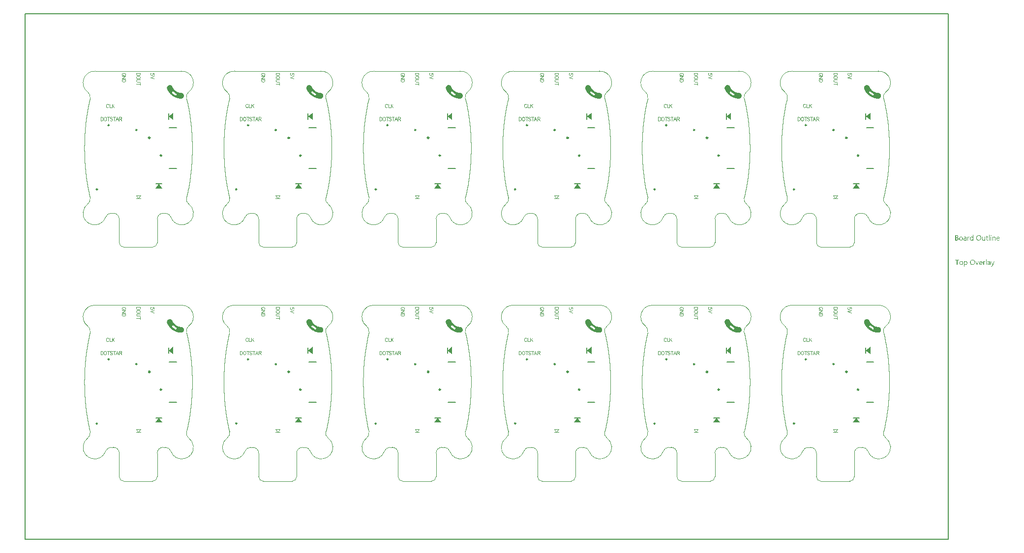
<source format=gto>
G04*
G04 #@! TF.GenerationSoftware,Altium Limited,Altium Designer,21.9.2 (33)*
G04*
G04 Layer_Color=65535*
%FSAX25Y25*%
%MOIN*%
G70*
G04*
G04 #@! TF.SameCoordinates,476D7ECA-494C-4FA8-9E70-EA0A9B0123F1*
G04*
G04*
G04 #@! TF.FilePolarity,Positive*
G04*
G01*
G75*
%ADD33C,0.01181*%
%ADD40C,0.00787*%
%ADD41C,0.00394*%
%ADD54C,0.00984*%
G36*
X0551054Y0288586D02*
X0551170Y0288575D01*
X0551286Y0288556D01*
X0551401Y0288531D01*
X0551514Y0288498D01*
X0551625Y0288459D01*
X0551733Y0288414D01*
X0551838Y0288362D01*
X0551940Y0288303D01*
X0552038Y0288239D01*
X0552132Y0288169D01*
X0552222Y0288093D01*
X0552307Y0288012D01*
X0552387Y0287926D01*
X0552461Y0287835D01*
X0552530Y0287740D01*
X0552593Y0287641D01*
X0552650Y0287539D01*
X0552701Y0287433D01*
X0552707Y0287417D01*
X0552707Y0287417D01*
X0552789Y0287235D01*
X0552888Y0287031D01*
X0552993Y0286831D01*
X0553105Y0286634D01*
X0553224Y0286442D01*
X0553348Y0286253D01*
X0553479Y0286068D01*
X0553616Y0285888D01*
X0553759Y0285712D01*
X0553907Y0285541D01*
X0554061Y0285375D01*
X0554220Y0285214D01*
X0554384Y0285059D01*
X0554554Y0284909D01*
X0554728Y0284764D01*
X0554906Y0284625D01*
X0555090Y0284492D01*
X0555277Y0284366D01*
X0555469Y0284245D01*
X0555664Y0284131D01*
X0555863Y0284023D01*
X0556065Y0283922D01*
X0556271Y0283827D01*
X0556480Y0283740D01*
X0556691Y0283659D01*
X0556905Y0283585D01*
X0557121Y0283518D01*
X0557339Y0283458D01*
X0557559Y0283406D01*
X0557781Y0283360D01*
X0558004Y0283322D01*
X0558228Y0283292D01*
X0558454Y0283268D01*
X0558676Y0283252D01*
X0558676Y0283252D01*
X0558700Y0283252D01*
X0558816Y0283240D01*
X0558932Y0283222D01*
X0559047Y0283196D01*
X0559160Y0283164D01*
X0559271Y0283125D01*
X0559379Y0283079D01*
X0559484Y0283027D01*
X0559586Y0282969D01*
X0559684Y0282905D01*
X0559778Y0282834D01*
X0559868Y0282758D01*
X0559953Y0282678D01*
X0560033Y0282592D01*
X0560107Y0282501D01*
X0560176Y0282406D01*
X0560239Y0282307D01*
X0560296Y0282204D01*
X0560347Y0282098D01*
X0560391Y0281990D01*
X0560428Y0281878D01*
X0560459Y0281765D01*
X0560483Y0281650D01*
X0560500Y0281534D01*
X0560510Y0281417D01*
X0560513Y0281299D01*
X0560508Y0281182D01*
X0560497Y0281065D01*
X0560478Y0280949D01*
X0560453Y0280835D01*
X0560421Y0280722D01*
X0560382Y0280611D01*
X0560336Y0280503D01*
X0560284Y0280398D01*
X0560226Y0280296D01*
X0560161Y0280198D01*
X0560091Y0280104D01*
X0560015Y0280014D01*
X0559934Y0279929D01*
X0559848Y0279849D01*
X0559758Y0279775D01*
X0559662Y0279706D01*
X0559563Y0279643D01*
X0559461Y0279586D01*
X0559355Y0279535D01*
X0559246Y0279491D01*
X0559135Y0279453D01*
X0559022Y0279423D01*
X0558907Y0279399D01*
X0558791Y0279382D01*
X0558674Y0279372D01*
X0558556Y0279369D01*
X0558462Y0279373D01*
X0558462Y0279373D01*
X0558309Y0279381D01*
X0558018Y0279406D01*
X0557727Y0279438D01*
X0557437Y0279478D01*
X0557149Y0279525D01*
X0556861Y0279581D01*
X0556576Y0279644D01*
X0556292Y0279715D01*
X0556010Y0279794D01*
X0555731Y0279880D01*
X0555454Y0279974D01*
X0555179Y0280076D01*
X0554908Y0280184D01*
X0554639Y0280300D01*
X0554374Y0280423D01*
X0554112Y0280554D01*
X0553854Y0280691D01*
X0553599Y0280836D01*
X0553349Y0280987D01*
X0553103Y0281145D01*
X0552861Y0281309D01*
X0552623Y0281480D01*
X0552391Y0281658D01*
X0552163Y0281841D01*
X0551940Y0282031D01*
X0551723Y0282227D01*
X0551511Y0282428D01*
X0551304Y0282635D01*
X0551103Y0282848D01*
X0550908Y0283066D01*
X0550719Y0283289D01*
X0550536Y0283518D01*
X0550360Y0283751D01*
X0550189Y0283988D01*
X0550026Y0284231D01*
X0549868Y0284478D01*
X0549718Y0284728D01*
X0549574Y0284983D01*
X0549438Y0285242D01*
X0549308Y0285504D01*
X0549186Y0285770D01*
X0549140Y0285877D01*
X0549139Y0285877D01*
X0549102Y0285970D01*
X0549064Y0286081D01*
X0549033Y0286195D01*
X0549009Y0286310D01*
X0548992Y0286426D01*
X0548983Y0286543D01*
X0548980Y0286660D01*
X0548984Y0286777D01*
X0548996Y0286894D01*
X0549014Y0287010D01*
X0549040Y0287125D01*
X0549072Y0287238D01*
X0549111Y0287348D01*
X0549157Y0287456D01*
X0549209Y0287562D01*
X0549267Y0287664D01*
X0549331Y0287762D01*
X0549402Y0287856D01*
X0549477Y0287946D01*
X0549558Y0288030D01*
X0549644Y0288110D01*
X0549735Y0288185D01*
X0549830Y0288254D01*
X0549929Y0288317D01*
X0550032Y0288374D01*
X0550138Y0288424D01*
X0550246Y0288469D01*
X0550358Y0288506D01*
X0550471Y0288537D01*
X0550586Y0288561D01*
X0550702Y0288578D01*
X0550819Y0288588D01*
X0550936Y0288590D01*
X0551054Y0288586D01*
D02*
G37*
G36*
X0456565D02*
X0456682Y0288575D01*
X0456798Y0288556D01*
X0456913Y0288531D01*
X0457025Y0288498D01*
X0457136Y0288459D01*
X0457244Y0288414D01*
X0457350Y0288362D01*
X0457451Y0288303D01*
X0457550Y0288239D01*
X0457644Y0288169D01*
X0457733Y0288093D01*
X0457818Y0288012D01*
X0457898Y0287926D01*
X0457973Y0287835D01*
X0458042Y0287740D01*
X0458105Y0287641D01*
X0458162Y0287539D01*
X0458212Y0287433D01*
X0458219Y0287417D01*
X0458219Y0287417D01*
X0458300Y0287235D01*
X0458399Y0287031D01*
X0458505Y0286831D01*
X0458617Y0286634D01*
X0458735Y0286442D01*
X0458860Y0286253D01*
X0458991Y0286068D01*
X0459128Y0285888D01*
X0459270Y0285712D01*
X0459418Y0285541D01*
X0459572Y0285375D01*
X0459731Y0285214D01*
X0459896Y0285059D01*
X0460065Y0284909D01*
X0460239Y0284764D01*
X0460418Y0284625D01*
X0460601Y0284492D01*
X0460789Y0284366D01*
X0460980Y0284245D01*
X0461176Y0284131D01*
X0461375Y0284023D01*
X0461577Y0283922D01*
X0461783Y0283827D01*
X0461991Y0283740D01*
X0462203Y0283659D01*
X0462417Y0283585D01*
X0462633Y0283518D01*
X0462851Y0283458D01*
X0463071Y0283406D01*
X0463293Y0283360D01*
X0463516Y0283322D01*
X0463740Y0283292D01*
X0463965Y0283268D01*
X0464188Y0283252D01*
X0464188Y0283252D01*
X0464211Y0283252D01*
X0464328Y0283240D01*
X0464444Y0283222D01*
X0464559Y0283196D01*
X0464672Y0283164D01*
X0464782Y0283125D01*
X0464890Y0283079D01*
X0464996Y0283027D01*
X0465097Y0282969D01*
X0465196Y0282905D01*
X0465290Y0282834D01*
X0465379Y0282758D01*
X0465464Y0282678D01*
X0465544Y0282592D01*
X0465619Y0282501D01*
X0465688Y0282406D01*
X0465751Y0282307D01*
X0465808Y0282204D01*
X0465858Y0282098D01*
X0465903Y0281990D01*
X0465940Y0281878D01*
X0465971Y0281765D01*
X0465995Y0281650D01*
X0466012Y0281534D01*
X0466021Y0281417D01*
X0466024Y0281299D01*
X0466020Y0281182D01*
X0466009Y0281065D01*
X0465990Y0280949D01*
X0465965Y0280835D01*
X0465932Y0280722D01*
X0465893Y0280611D01*
X0465848Y0280503D01*
X0465796Y0280398D01*
X0465737Y0280296D01*
X0465673Y0280198D01*
X0465603Y0280104D01*
X0465527Y0280014D01*
X0465446Y0279929D01*
X0465360Y0279849D01*
X0465269Y0279775D01*
X0465174Y0279706D01*
X0465075Y0279643D01*
X0464972Y0279586D01*
X0464867Y0279535D01*
X0464758Y0279491D01*
X0464647Y0279453D01*
X0464533Y0279423D01*
X0464418Y0279399D01*
X0464302Y0279382D01*
X0464185Y0279372D01*
X0464068Y0279369D01*
X0463974Y0279373D01*
X0463974Y0279373D01*
X0463821Y0279381D01*
X0463529Y0279406D01*
X0463239Y0279438D01*
X0462949Y0279478D01*
X0462660Y0279525D01*
X0462373Y0279581D01*
X0462087Y0279644D01*
X0461804Y0279715D01*
X0461522Y0279794D01*
X0461242Y0279880D01*
X0460965Y0279974D01*
X0460691Y0280076D01*
X0460419Y0280184D01*
X0460151Y0280300D01*
X0459885Y0280423D01*
X0459623Y0280554D01*
X0459365Y0280691D01*
X0459111Y0280836D01*
X0458860Y0280987D01*
X0458614Y0281145D01*
X0458372Y0281309D01*
X0458135Y0281480D01*
X0457902Y0281658D01*
X0457675Y0281841D01*
X0457452Y0282031D01*
X0457234Y0282227D01*
X0457022Y0282428D01*
X0456816Y0282635D01*
X0456615Y0282848D01*
X0456420Y0283066D01*
X0456231Y0283289D01*
X0456048Y0283518D01*
X0455871Y0283751D01*
X0455701Y0283988D01*
X0455537Y0284231D01*
X0455380Y0284478D01*
X0455230Y0284728D01*
X0455086Y0284983D01*
X0454949Y0285242D01*
X0454820Y0285504D01*
X0454697Y0285770D01*
X0454651Y0285877D01*
X0454651Y0285877D01*
X0454613Y0285970D01*
X0454576Y0286081D01*
X0454545Y0286195D01*
X0454521Y0286310D01*
X0454504Y0286426D01*
X0454494Y0286543D01*
X0454492Y0286660D01*
X0454496Y0286777D01*
X0454507Y0286894D01*
X0454526Y0287010D01*
X0454551Y0287125D01*
X0454583Y0287238D01*
X0454623Y0287348D01*
X0454668Y0287456D01*
X0454720Y0287562D01*
X0454779Y0287664D01*
X0454843Y0287762D01*
X0454913Y0287856D01*
X0454989Y0287946D01*
X0455070Y0288030D01*
X0455156Y0288110D01*
X0455247Y0288185D01*
X0455342Y0288254D01*
X0455441Y0288317D01*
X0455543Y0288374D01*
X0455649Y0288424D01*
X0455758Y0288469D01*
X0455869Y0288506D01*
X0455982Y0288537D01*
X0456097Y0288561D01*
X0456214Y0288578D01*
X0456331Y0288588D01*
X0456448Y0288590D01*
X0456565Y0288586D01*
D02*
G37*
G36*
X0362077D02*
X0362194Y0288575D01*
X0362310Y0288556D01*
X0362424Y0288531D01*
X0362537Y0288498D01*
X0362648Y0288459D01*
X0362756Y0288414D01*
X0362861Y0288362D01*
X0362963Y0288303D01*
X0363061Y0288239D01*
X0363155Y0288169D01*
X0363245Y0288093D01*
X0363330Y0288012D01*
X0363410Y0287926D01*
X0363484Y0287835D01*
X0363553Y0287740D01*
X0363616Y0287641D01*
X0363673Y0287539D01*
X0363724Y0287433D01*
X0363730Y0287417D01*
X0363730Y0287417D01*
X0363812Y0287235D01*
X0363911Y0287031D01*
X0364016Y0286831D01*
X0364128Y0286634D01*
X0364247Y0286442D01*
X0364372Y0286253D01*
X0364502Y0286068D01*
X0364639Y0285888D01*
X0364782Y0285712D01*
X0364930Y0285541D01*
X0365084Y0285375D01*
X0365243Y0285214D01*
X0365407Y0285059D01*
X0365577Y0284909D01*
X0365751Y0284764D01*
X0365930Y0284625D01*
X0366113Y0284492D01*
X0366300Y0284366D01*
X0366492Y0284245D01*
X0366687Y0284131D01*
X0366886Y0284023D01*
X0367089Y0283922D01*
X0367294Y0283827D01*
X0367503Y0283740D01*
X0367714Y0283659D01*
X0367928Y0283585D01*
X0368144Y0283518D01*
X0368363Y0283458D01*
X0368583Y0283406D01*
X0368804Y0283360D01*
X0369027Y0283322D01*
X0369252Y0283292D01*
X0369477Y0283268D01*
X0369699Y0283252D01*
X0369699Y0283252D01*
X0369723Y0283252D01*
X0369840Y0283240D01*
X0369956Y0283222D01*
X0370070Y0283196D01*
X0370183Y0283164D01*
X0370294Y0283125D01*
X0370402Y0283079D01*
X0370507Y0283027D01*
X0370609Y0282969D01*
X0370707Y0282905D01*
X0370801Y0282834D01*
X0370891Y0282758D01*
X0370976Y0282678D01*
X0371056Y0282592D01*
X0371130Y0282501D01*
X0371199Y0282406D01*
X0371262Y0282307D01*
X0371319Y0282204D01*
X0371370Y0282098D01*
X0371414Y0281990D01*
X0371452Y0281878D01*
X0371482Y0281765D01*
X0371506Y0281650D01*
X0371523Y0281534D01*
X0371533Y0281417D01*
X0371536Y0281299D01*
X0371532Y0281182D01*
X0371520Y0281065D01*
X0371502Y0280949D01*
X0371476Y0280835D01*
X0371444Y0280722D01*
X0371405Y0280611D01*
X0371359Y0280503D01*
X0371307Y0280398D01*
X0371249Y0280296D01*
X0371184Y0280198D01*
X0371114Y0280104D01*
X0371039Y0280014D01*
X0370957Y0279929D01*
X0370871Y0279849D01*
X0370781Y0279775D01*
X0370686Y0279706D01*
X0370587Y0279643D01*
X0370484Y0279586D01*
X0370378Y0279535D01*
X0370269Y0279491D01*
X0370158Y0279453D01*
X0370045Y0279423D01*
X0369930Y0279399D01*
X0369814Y0279382D01*
X0369697Y0279372D01*
X0369579Y0279369D01*
X0369486Y0279373D01*
X0369486Y0279373D01*
X0369333Y0279381D01*
X0369041Y0279406D01*
X0368750Y0279438D01*
X0368460Y0279478D01*
X0368172Y0279525D01*
X0367885Y0279581D01*
X0367599Y0279644D01*
X0367315Y0279715D01*
X0367034Y0279794D01*
X0366754Y0279880D01*
X0366477Y0279974D01*
X0366202Y0280076D01*
X0365931Y0280184D01*
X0365662Y0280300D01*
X0365397Y0280423D01*
X0365135Y0280554D01*
X0364877Y0280691D01*
X0364622Y0280836D01*
X0364372Y0280987D01*
X0364126Y0281145D01*
X0363884Y0281309D01*
X0363647Y0281480D01*
X0363414Y0281658D01*
X0363186Y0281841D01*
X0362964Y0282031D01*
X0362746Y0282227D01*
X0362534Y0282428D01*
X0362328Y0282635D01*
X0362127Y0282848D01*
X0361932Y0283066D01*
X0361742Y0283289D01*
X0361560Y0283518D01*
X0361383Y0283751D01*
X0361213Y0283988D01*
X0361049Y0284231D01*
X0360892Y0284478D01*
X0360741Y0284728D01*
X0360598Y0284983D01*
X0360461Y0285242D01*
X0360331Y0285504D01*
X0360209Y0285770D01*
X0360163Y0285877D01*
X0360163Y0285877D01*
X0360125Y0285970D01*
X0360087Y0286081D01*
X0360056Y0286195D01*
X0360033Y0286310D01*
X0360016Y0286426D01*
X0360006Y0286543D01*
X0360003Y0286660D01*
X0360008Y0286777D01*
X0360019Y0286894D01*
X0360037Y0287010D01*
X0360063Y0287125D01*
X0360095Y0287238D01*
X0360134Y0287348D01*
X0360180Y0287456D01*
X0360232Y0287562D01*
X0360290Y0287664D01*
X0360355Y0287762D01*
X0360425Y0287856D01*
X0360501Y0287946D01*
X0360582Y0288030D01*
X0360668Y0288110D01*
X0360758Y0288185D01*
X0360853Y0288254D01*
X0360952Y0288317D01*
X0361055Y0288374D01*
X0361161Y0288424D01*
X0361270Y0288469D01*
X0361381Y0288506D01*
X0361494Y0288537D01*
X0361609Y0288561D01*
X0361725Y0288578D01*
X0361842Y0288588D01*
X0361960Y0288590D01*
X0362077Y0288586D01*
D02*
G37*
G36*
X0267588D02*
X0267705Y0288575D01*
X0267821Y0288556D01*
X0267936Y0288531D01*
X0268049Y0288498D01*
X0268159Y0288459D01*
X0268268Y0288414D01*
X0268373Y0288362D01*
X0268475Y0288303D01*
X0268573Y0288239D01*
X0268667Y0288169D01*
X0268757Y0288093D01*
X0268842Y0288012D01*
X0268921Y0287926D01*
X0268996Y0287835D01*
X0269065Y0287740D01*
X0269128Y0287641D01*
X0269185Y0287539D01*
X0269236Y0287433D01*
X0269242Y0287417D01*
X0269242Y0287417D01*
X0269323Y0287235D01*
X0269422Y0287031D01*
X0269528Y0286831D01*
X0269640Y0286634D01*
X0269759Y0286442D01*
X0269883Y0286253D01*
X0270014Y0286068D01*
X0270151Y0285888D01*
X0270293Y0285712D01*
X0270442Y0285541D01*
X0270596Y0285375D01*
X0270755Y0285214D01*
X0270919Y0285059D01*
X0271088Y0284909D01*
X0271262Y0284764D01*
X0271441Y0284625D01*
X0271624Y0284492D01*
X0271812Y0284366D01*
X0272004Y0284245D01*
X0272199Y0284131D01*
X0272398Y0284023D01*
X0272600Y0283922D01*
X0272806Y0283827D01*
X0273014Y0283740D01*
X0273226Y0283659D01*
X0273440Y0283585D01*
X0273656Y0283518D01*
X0273874Y0283458D01*
X0274094Y0283406D01*
X0274316Y0283360D01*
X0274539Y0283322D01*
X0274763Y0283292D01*
X0274988Y0283268D01*
X0275211Y0283252D01*
X0275211Y0283252D01*
X0275235Y0283252D01*
X0275351Y0283240D01*
X0275467Y0283222D01*
X0275582Y0283196D01*
X0275695Y0283164D01*
X0275805Y0283125D01*
X0275914Y0283079D01*
X0276019Y0283027D01*
X0276121Y0282969D01*
X0276219Y0282905D01*
X0276313Y0282834D01*
X0276402Y0282758D01*
X0276487Y0282678D01*
X0276567Y0282592D01*
X0276642Y0282501D01*
X0276711Y0282406D01*
X0276774Y0282307D01*
X0276831Y0282204D01*
X0276882Y0282098D01*
X0276926Y0281990D01*
X0276963Y0281878D01*
X0276994Y0281765D01*
X0277018Y0281650D01*
X0277035Y0281534D01*
X0277045Y0281417D01*
X0277047Y0281299D01*
X0277043Y0281182D01*
X0277032Y0281065D01*
X0277013Y0280949D01*
X0276988Y0280835D01*
X0276956Y0280722D01*
X0276917Y0280611D01*
X0276871Y0280503D01*
X0276819Y0280398D01*
X0276760Y0280296D01*
X0276696Y0280198D01*
X0276626Y0280104D01*
X0276550Y0280014D01*
X0276469Y0279929D01*
X0276383Y0279849D01*
X0276292Y0279775D01*
X0276197Y0279706D01*
X0276098Y0279643D01*
X0275996Y0279586D01*
X0275890Y0279535D01*
X0275781Y0279491D01*
X0275670Y0279453D01*
X0275556Y0279423D01*
X0275442Y0279399D01*
X0275325Y0279382D01*
X0275208Y0279372D01*
X0275091Y0279369D01*
X0274997Y0279373D01*
X0274997Y0279373D01*
X0274844Y0279381D01*
X0274553Y0279406D01*
X0274262Y0279438D01*
X0273972Y0279478D01*
X0273683Y0279525D01*
X0273396Y0279581D01*
X0273111Y0279644D01*
X0272827Y0279715D01*
X0272545Y0279794D01*
X0272266Y0279880D01*
X0271989Y0279974D01*
X0271714Y0280076D01*
X0271443Y0280184D01*
X0271174Y0280300D01*
X0270909Y0280423D01*
X0270647Y0280554D01*
X0270389Y0280691D01*
X0270134Y0280836D01*
X0269884Y0280987D01*
X0269637Y0281145D01*
X0269395Y0281309D01*
X0269158Y0281480D01*
X0268925Y0281658D01*
X0268698Y0281841D01*
X0268475Y0282031D01*
X0268258Y0282227D01*
X0268046Y0282428D01*
X0267839Y0282635D01*
X0267638Y0282848D01*
X0267443Y0283066D01*
X0267254Y0283289D01*
X0267071Y0283518D01*
X0266895Y0283751D01*
X0266724Y0283988D01*
X0266561Y0284231D01*
X0266403Y0284478D01*
X0266253Y0284728D01*
X0266109Y0284983D01*
X0265973Y0285242D01*
X0265843Y0285504D01*
X0265721Y0285770D01*
X0265675Y0285877D01*
X0265674Y0285877D01*
X0265636Y0285970D01*
X0265599Y0286081D01*
X0265568Y0286195D01*
X0265544Y0286310D01*
X0265527Y0286426D01*
X0265517Y0286543D01*
X0265515Y0286660D01*
X0265519Y0286777D01*
X0265530Y0286894D01*
X0265549Y0287010D01*
X0265574Y0287125D01*
X0265607Y0287238D01*
X0265646Y0287348D01*
X0265691Y0287456D01*
X0265743Y0287562D01*
X0265802Y0287664D01*
X0265866Y0287762D01*
X0265936Y0287856D01*
X0266012Y0287946D01*
X0266093Y0288030D01*
X0266179Y0288110D01*
X0266270Y0288185D01*
X0266365Y0288254D01*
X0266464Y0288317D01*
X0266566Y0288374D01*
X0266672Y0288424D01*
X0266781Y0288469D01*
X0266892Y0288506D01*
X0267006Y0288537D01*
X0267121Y0288561D01*
X0267237Y0288578D01*
X0267354Y0288588D01*
X0267471Y0288590D01*
X0267588Y0288586D01*
D02*
G37*
G36*
X0173100D02*
X0173217Y0288575D01*
X0173333Y0288556D01*
X0173448Y0288531D01*
X0173560Y0288498D01*
X0173671Y0288459D01*
X0173779Y0288414D01*
X0173884Y0288362D01*
X0173986Y0288303D01*
X0174084Y0288239D01*
X0174179Y0288169D01*
X0174268Y0288093D01*
X0174353Y0288012D01*
X0174433Y0287926D01*
X0174507Y0287835D01*
X0174576Y0287740D01*
X0174640Y0287641D01*
X0174697Y0287539D01*
X0174747Y0287433D01*
X0174754Y0287417D01*
X0174754Y0287417D01*
X0174835Y0287235D01*
X0174934Y0287031D01*
X0175040Y0286831D01*
X0175152Y0286634D01*
X0175270Y0286442D01*
X0175395Y0286253D01*
X0175526Y0286068D01*
X0175662Y0285888D01*
X0175805Y0285712D01*
X0175953Y0285541D01*
X0176107Y0285375D01*
X0176266Y0285214D01*
X0176431Y0285059D01*
X0176600Y0284909D01*
X0176774Y0284764D01*
X0176953Y0284625D01*
X0177136Y0284492D01*
X0177324Y0284366D01*
X0177515Y0284245D01*
X0177710Y0284131D01*
X0177909Y0284023D01*
X0178112Y0283922D01*
X0178317Y0283827D01*
X0178526Y0283740D01*
X0178737Y0283659D01*
X0178951Y0283585D01*
X0179167Y0283518D01*
X0179386Y0283458D01*
X0179606Y0283406D01*
X0179828Y0283360D01*
X0180051Y0283322D01*
X0180275Y0283292D01*
X0180500Y0283268D01*
X0180722Y0283252D01*
X0180722Y0283252D01*
X0180746Y0283252D01*
X0180863Y0283240D01*
X0180979Y0283222D01*
X0181093Y0283196D01*
X0181206Y0283164D01*
X0181317Y0283125D01*
X0181425Y0283079D01*
X0181530Y0283027D01*
X0181632Y0282969D01*
X0181730Y0282905D01*
X0181825Y0282834D01*
X0181914Y0282758D01*
X0181999Y0282678D01*
X0182079Y0282592D01*
X0182153Y0282501D01*
X0182222Y0282406D01*
X0182285Y0282307D01*
X0182343Y0282204D01*
X0182393Y0282098D01*
X0182437Y0281990D01*
X0182475Y0281878D01*
X0182506Y0281765D01*
X0182530Y0281650D01*
X0182546Y0281534D01*
X0182556Y0281417D01*
X0182559Y0281299D01*
X0182555Y0281182D01*
X0182543Y0281065D01*
X0182525Y0280949D01*
X0182500Y0280835D01*
X0182467Y0280722D01*
X0182428Y0280611D01*
X0182383Y0280503D01*
X0182330Y0280398D01*
X0182272Y0280296D01*
X0182208Y0280198D01*
X0182137Y0280104D01*
X0182062Y0280014D01*
X0181981Y0279929D01*
X0181895Y0279849D01*
X0181804Y0279775D01*
X0181709Y0279706D01*
X0181610Y0279643D01*
X0181507Y0279586D01*
X0181401Y0279535D01*
X0181293Y0279491D01*
X0181181Y0279453D01*
X0181068Y0279423D01*
X0180953Y0279399D01*
X0180837Y0279382D01*
X0180720Y0279372D01*
X0180603Y0279369D01*
X0180509Y0279373D01*
X0180509Y0279373D01*
X0180356Y0279381D01*
X0180064Y0279406D01*
X0179773Y0279438D01*
X0179484Y0279478D01*
X0179195Y0279525D01*
X0178908Y0279581D01*
X0178622Y0279644D01*
X0178339Y0279715D01*
X0178057Y0279794D01*
X0177777Y0279880D01*
X0177500Y0279974D01*
X0177226Y0280076D01*
X0176954Y0280184D01*
X0176686Y0280300D01*
X0176420Y0280423D01*
X0176158Y0280554D01*
X0175900Y0280691D01*
X0175646Y0280836D01*
X0175395Y0280987D01*
X0175149Y0281145D01*
X0174907Y0281309D01*
X0174670Y0281480D01*
X0174437Y0281658D01*
X0174209Y0281841D01*
X0173987Y0282031D01*
X0173769Y0282227D01*
X0173557Y0282428D01*
X0173351Y0282635D01*
X0173150Y0282848D01*
X0172955Y0283066D01*
X0172766Y0283289D01*
X0172583Y0283518D01*
X0172406Y0283751D01*
X0172236Y0283988D01*
X0172072Y0284231D01*
X0171915Y0284478D01*
X0171765Y0284728D01*
X0171621Y0284983D01*
X0171484Y0285242D01*
X0171355Y0285504D01*
X0171232Y0285770D01*
X0171186Y0285877D01*
X0171186Y0285877D01*
X0171148Y0285970D01*
X0171110Y0286081D01*
X0171080Y0286195D01*
X0171056Y0286310D01*
X0171039Y0286426D01*
X0171029Y0286543D01*
X0171026Y0286660D01*
X0171031Y0286777D01*
X0171042Y0286894D01*
X0171061Y0287010D01*
X0171086Y0287125D01*
X0171118Y0287238D01*
X0171157Y0287348D01*
X0171203Y0287456D01*
X0171255Y0287562D01*
X0171313Y0287664D01*
X0171378Y0287762D01*
X0171448Y0287856D01*
X0171524Y0287946D01*
X0171605Y0288030D01*
X0171691Y0288110D01*
X0171782Y0288185D01*
X0171877Y0288254D01*
X0171976Y0288317D01*
X0172078Y0288374D01*
X0172184Y0288424D01*
X0172293Y0288469D01*
X0172404Y0288506D01*
X0172517Y0288537D01*
X0172632Y0288561D01*
X0172748Y0288578D01*
X0172865Y0288588D01*
X0172983Y0288590D01*
X0173100Y0288586D01*
D02*
G37*
G36*
X0078612D02*
X0078728Y0288575D01*
X0078844Y0288556D01*
X0078959Y0288531D01*
X0079072Y0288498D01*
X0079183Y0288459D01*
X0079291Y0288414D01*
X0079396Y0288362D01*
X0079498Y0288303D01*
X0079596Y0288239D01*
X0079690Y0288169D01*
X0079780Y0288093D01*
X0079865Y0288012D01*
X0079945Y0287926D01*
X0080019Y0287835D01*
X0080088Y0287740D01*
X0080151Y0287641D01*
X0080208Y0287539D01*
X0080259Y0287433D01*
X0080265Y0287417D01*
X0080265Y0287417D01*
X0080347Y0287235D01*
X0080446Y0287031D01*
X0080551Y0286831D01*
X0080663Y0286634D01*
X0080782Y0286442D01*
X0080906Y0286253D01*
X0081037Y0286068D01*
X0081174Y0285888D01*
X0081317Y0285712D01*
X0081465Y0285541D01*
X0081619Y0285375D01*
X0081778Y0285214D01*
X0081942Y0285059D01*
X0082112Y0284909D01*
X0082286Y0284764D01*
X0082464Y0284625D01*
X0082648Y0284492D01*
X0082835Y0284366D01*
X0083027Y0284245D01*
X0083222Y0284131D01*
X0083421Y0284023D01*
X0083623Y0283922D01*
X0083829Y0283827D01*
X0084038Y0283740D01*
X0084249Y0283659D01*
X0084463Y0283585D01*
X0084679Y0283518D01*
X0084897Y0283458D01*
X0085118Y0283406D01*
X0085339Y0283360D01*
X0085562Y0283322D01*
X0085786Y0283292D01*
X0086012Y0283268D01*
X0086234Y0283252D01*
X0086234Y0283252D01*
X0086258Y0283252D01*
X0086374Y0283240D01*
X0086490Y0283222D01*
X0086605Y0283196D01*
X0086718Y0283164D01*
X0086829Y0283125D01*
X0086937Y0283079D01*
X0087042Y0283027D01*
X0087144Y0282969D01*
X0087242Y0282905D01*
X0087336Y0282834D01*
X0087426Y0282758D01*
X0087511Y0282678D01*
X0087591Y0282592D01*
X0087665Y0282501D01*
X0087734Y0282406D01*
X0087797Y0282307D01*
X0087854Y0282204D01*
X0087905Y0282098D01*
X0087949Y0281990D01*
X0087987Y0281878D01*
X0088017Y0281765D01*
X0088041Y0281650D01*
X0088058Y0281534D01*
X0088068Y0281417D01*
X0088071Y0281299D01*
X0088066Y0281182D01*
X0088055Y0281065D01*
X0088037Y0280949D01*
X0088011Y0280835D01*
X0087979Y0280722D01*
X0087940Y0280611D01*
X0087894Y0280503D01*
X0087842Y0280398D01*
X0087784Y0280296D01*
X0087719Y0280198D01*
X0087649Y0280104D01*
X0087573Y0280014D01*
X0087492Y0279929D01*
X0087406Y0279849D01*
X0087315Y0279775D01*
X0087221Y0279706D01*
X0087121Y0279643D01*
X0087019Y0279586D01*
X0086913Y0279535D01*
X0086804Y0279491D01*
X0086693Y0279453D01*
X0086580Y0279423D01*
X0086465Y0279399D01*
X0086349Y0279382D01*
X0086232Y0279372D01*
X0086114Y0279369D01*
X0086020Y0279373D01*
X0086020Y0279373D01*
X0085867Y0279381D01*
X0085576Y0279406D01*
X0085285Y0279438D01*
X0084995Y0279478D01*
X0084707Y0279525D01*
X0084419Y0279581D01*
X0084134Y0279644D01*
X0083850Y0279715D01*
X0083568Y0279794D01*
X0083289Y0279880D01*
X0083012Y0279974D01*
X0082737Y0280076D01*
X0082466Y0280184D01*
X0082197Y0280300D01*
X0081932Y0280423D01*
X0081670Y0280554D01*
X0081412Y0280691D01*
X0081157Y0280836D01*
X0080907Y0280987D01*
X0080661Y0281145D01*
X0080419Y0281309D01*
X0080181Y0281480D01*
X0079949Y0281658D01*
X0079721Y0281841D01*
X0079498Y0282031D01*
X0079281Y0282227D01*
X0079069Y0282428D01*
X0078862Y0282635D01*
X0078662Y0282848D01*
X0078466Y0283066D01*
X0078277Y0283289D01*
X0078095Y0283518D01*
X0077918Y0283751D01*
X0077747Y0283988D01*
X0077584Y0284231D01*
X0077426Y0284478D01*
X0077276Y0284728D01*
X0077132Y0284983D01*
X0076996Y0285242D01*
X0076866Y0285504D01*
X0076744Y0285770D01*
X0076698Y0285877D01*
X0076697Y0285877D01*
X0076660Y0285970D01*
X0076622Y0286081D01*
X0076591Y0286195D01*
X0076568Y0286310D01*
X0076551Y0286426D01*
X0076541Y0286543D01*
X0076538Y0286660D01*
X0076542Y0286777D01*
X0076554Y0286894D01*
X0076572Y0287010D01*
X0076598Y0287125D01*
X0076630Y0287238D01*
X0076669Y0287348D01*
X0076714Y0287456D01*
X0076767Y0287562D01*
X0076825Y0287664D01*
X0076889Y0287762D01*
X0076960Y0287856D01*
X0077035Y0287946D01*
X0077116Y0288030D01*
X0077202Y0288110D01*
X0077293Y0288185D01*
X0077388Y0288254D01*
X0077487Y0288317D01*
X0077590Y0288374D01*
X0077696Y0288424D01*
X0077804Y0288469D01*
X0077916Y0288506D01*
X0078029Y0288537D01*
X0078144Y0288561D01*
X0078260Y0288578D01*
X0078377Y0288588D01*
X0078494Y0288590D01*
X0078612Y0288586D01*
D02*
G37*
G36*
X0553324Y0264961D02*
X0550174Y0267323D01*
X0553324Y0269685D01*
Y0264961D01*
D02*
G37*
G36*
X0458836D02*
X0455686Y0267323D01*
X0458836Y0269685D01*
Y0264961D01*
D02*
G37*
G36*
X0364347D02*
X0361197Y0267323D01*
X0364347Y0269685D01*
Y0264961D01*
D02*
G37*
G36*
X0269859D02*
X0266709Y0267323D01*
X0269859Y0269685D01*
Y0264961D01*
D02*
G37*
G36*
X0175370D02*
X0172221Y0267323D01*
X0175370Y0269685D01*
Y0264961D01*
D02*
G37*
G36*
X0080882D02*
X0077732Y0267323D01*
X0080882Y0269685D01*
Y0264961D01*
D02*
G37*
G36*
X0545966Y0218395D02*
X0541241D01*
X0543603Y0221545D01*
X0545966Y0218395D01*
D02*
G37*
G36*
X0451477D02*
X0446753D01*
X0449115Y0221545D01*
X0451477Y0218395D01*
D02*
G37*
G36*
X0356989D02*
X0352264D01*
X0354627Y0221545D01*
X0356989Y0218395D01*
D02*
G37*
G36*
X0262500D02*
X0257776D01*
X0260138Y0221545D01*
X0262500Y0218395D01*
D02*
G37*
G36*
X0168012D02*
X0163288D01*
X0165650Y0221545D01*
X0168012Y0218395D01*
D02*
G37*
G36*
X0073524D02*
X0068799D01*
X0071161Y0221545D01*
X0073524Y0218395D01*
D02*
G37*
G36*
X0635036Y0186791D02*
X0635061D01*
X0635116Y0186766D01*
X0635147Y0186748D01*
X0635178Y0186723D01*
X0635184Y0186717D01*
X0635191Y0186711D01*
X0635222Y0186673D01*
X0635246Y0186612D01*
X0635253Y0186574D01*
X0635259Y0186537D01*
Y0186531D01*
Y0186519D01*
X0635253Y0186500D01*
X0635246Y0186475D01*
X0635228Y0186414D01*
X0635203Y0186382D01*
X0635178Y0186352D01*
X0635172D01*
X0635166Y0186339D01*
X0635129Y0186314D01*
X0635073Y0186290D01*
X0635036Y0186284D01*
X0634999Y0186277D01*
X0634980D01*
X0634962Y0186284D01*
X0634937D01*
X0634875Y0186308D01*
X0634844Y0186321D01*
X0634813Y0186345D01*
Y0186352D01*
X0634801Y0186358D01*
X0634788Y0186376D01*
X0634776Y0186395D01*
X0634751Y0186457D01*
X0634745Y0186494D01*
X0634739Y0186537D01*
Y0186544D01*
Y0186556D01*
X0634745Y0186574D01*
X0634751Y0186605D01*
X0634770Y0186661D01*
X0634788Y0186692D01*
X0634813Y0186723D01*
X0634819Y0186729D01*
X0634825Y0186735D01*
X0634863Y0186760D01*
X0634924Y0186785D01*
X0634962Y0186797D01*
X0635017D01*
X0635036Y0186791D01*
D02*
G37*
G36*
X0623046Y0183127D02*
X0622644D01*
Y0183547D01*
X0622631D01*
Y0183541D01*
X0622619Y0183529D01*
X0622600Y0183504D01*
X0622582Y0183473D01*
X0622551Y0183436D01*
X0622513Y0183399D01*
X0622470Y0183356D01*
X0622421Y0183312D01*
X0622365Y0183263D01*
X0622297Y0183219D01*
X0622229Y0183182D01*
X0622148Y0183145D01*
X0622068Y0183114D01*
X0621975Y0183089D01*
X0621876Y0183077D01*
X0621771Y0183071D01*
X0621727D01*
X0621690Y0183077D01*
X0621653Y0183083D01*
X0621603Y0183089D01*
X0621498Y0183114D01*
X0621375Y0183151D01*
X0621251Y0183213D01*
X0621183Y0183250D01*
X0621127Y0183294D01*
X0621065Y0183349D01*
X0621009Y0183405D01*
Y0183411D01*
X0620997Y0183424D01*
X0620985Y0183442D01*
X0620966Y0183467D01*
X0620947Y0183498D01*
X0620923Y0183541D01*
X0620898Y0183591D01*
X0620873Y0183647D01*
X0620842Y0183708D01*
X0620817Y0183776D01*
X0620793Y0183851D01*
X0620774Y0183931D01*
X0620755Y0184018D01*
X0620743Y0184117D01*
X0620737Y0184216D01*
X0620731Y0184321D01*
Y0184327D01*
Y0184346D01*
Y0184383D01*
X0620737Y0184426D01*
X0620743Y0184476D01*
X0620749Y0184538D01*
X0620755Y0184606D01*
X0620768Y0184680D01*
X0620805Y0184841D01*
X0620861Y0185008D01*
X0620898Y0185089D01*
X0620941Y0185169D01*
X0620985Y0185244D01*
X0621040Y0185318D01*
X0621046Y0185324D01*
X0621053Y0185336D01*
X0621071Y0185355D01*
X0621096Y0185380D01*
X0621127Y0185405D01*
X0621170Y0185435D01*
X0621214Y0185473D01*
X0621263Y0185510D01*
X0621387Y0185578D01*
X0621529Y0185640D01*
X0621610Y0185658D01*
X0621696Y0185677D01*
X0621783Y0185689D01*
X0621882Y0185695D01*
X0621932D01*
X0621969Y0185689D01*
X0622006Y0185683D01*
X0622055Y0185677D01*
X0622167Y0185646D01*
X0622291Y0185596D01*
X0622353Y0185565D01*
X0622414Y0185522D01*
X0622476Y0185479D01*
X0622532Y0185423D01*
X0622582Y0185361D01*
X0622631Y0185287D01*
X0622644D01*
Y0186847D01*
X0623046D01*
Y0183127D01*
D02*
G37*
G36*
X0637314Y0185689D02*
X0637388Y0185683D01*
X0637481Y0185664D01*
X0637580Y0185634D01*
X0637685Y0185584D01*
X0637790Y0185516D01*
X0637834Y0185479D01*
X0637877Y0185429D01*
X0637889Y0185417D01*
X0637914Y0185380D01*
X0637945Y0185318D01*
X0637989Y0185231D01*
X0638026Y0185126D01*
X0638063Y0184996D01*
X0638088Y0184841D01*
X0638094Y0184662D01*
Y0183127D01*
X0637691D01*
Y0184556D01*
Y0184563D01*
Y0184594D01*
X0637685Y0184631D01*
Y0184680D01*
X0637673Y0184742D01*
X0637660Y0184810D01*
X0637642Y0184885D01*
X0637617Y0184959D01*
X0637586Y0185033D01*
X0637549Y0185101D01*
X0637500Y0185169D01*
X0637444Y0185231D01*
X0637382Y0185281D01*
X0637301Y0185318D01*
X0637215Y0185349D01*
X0637110Y0185355D01*
X0637097D01*
X0637060Y0185349D01*
X0637004Y0185343D01*
X0636936Y0185324D01*
X0636856Y0185299D01*
X0636769Y0185256D01*
X0636689Y0185200D01*
X0636608Y0185126D01*
X0636602Y0185114D01*
X0636577Y0185089D01*
X0636546Y0185039D01*
X0636509Y0184971D01*
X0636472Y0184891D01*
X0636441Y0184792D01*
X0636416Y0184680D01*
X0636410Y0184556D01*
Y0183127D01*
X0636008D01*
Y0185640D01*
X0636410D01*
Y0185219D01*
X0636422D01*
X0636429Y0185225D01*
X0636435Y0185237D01*
X0636453Y0185262D01*
X0636478Y0185293D01*
X0636503Y0185330D01*
X0636540Y0185367D01*
X0636583Y0185411D01*
X0636633Y0185460D01*
X0636689Y0185503D01*
X0636751Y0185547D01*
X0636819Y0185584D01*
X0636893Y0185621D01*
X0636967Y0185652D01*
X0637054Y0185677D01*
X0637147Y0185689D01*
X0637246Y0185695D01*
X0637283D01*
X0637314Y0185689D01*
D02*
G37*
G36*
X0620316Y0185677D02*
X0620390Y0185671D01*
X0620434Y0185658D01*
X0620465Y0185646D01*
Y0185231D01*
X0620458Y0185237D01*
X0620446Y0185244D01*
X0620421Y0185256D01*
X0620390Y0185275D01*
X0620347Y0185287D01*
X0620291Y0185299D01*
X0620229Y0185306D01*
X0620161Y0185312D01*
X0620149D01*
X0620118Y0185306D01*
X0620068Y0185299D01*
X0620013Y0185281D01*
X0619938Y0185250D01*
X0619870Y0185206D01*
X0619796Y0185144D01*
X0619728Y0185064D01*
X0619722Y0185052D01*
X0619703Y0185021D01*
X0619672Y0184965D01*
X0619641Y0184891D01*
X0619610Y0184798D01*
X0619579Y0184680D01*
X0619561Y0184550D01*
X0619555Y0184402D01*
Y0183127D01*
X0619152D01*
Y0185640D01*
X0619555D01*
Y0185120D01*
X0619567D01*
Y0185126D01*
X0619573Y0185132D01*
X0619586Y0185163D01*
X0619604Y0185213D01*
X0619635Y0185275D01*
X0619666Y0185336D01*
X0619716Y0185405D01*
X0619765Y0185473D01*
X0619827Y0185535D01*
X0619833Y0185541D01*
X0619858Y0185559D01*
X0619895Y0185584D01*
X0619945Y0185609D01*
X0620000Y0185634D01*
X0620068Y0185658D01*
X0620143Y0185677D01*
X0620223Y0185683D01*
X0620279D01*
X0620316Y0185677D01*
D02*
G37*
G36*
X0631056Y0183127D02*
X0630653D01*
Y0183523D01*
X0630641D01*
Y0183517D01*
X0630629Y0183504D01*
X0630616Y0183479D01*
X0630591Y0183455D01*
X0630536Y0183380D01*
X0630449Y0183300D01*
X0630400Y0183257D01*
X0630344Y0183213D01*
X0630282Y0183176D01*
X0630208Y0183139D01*
X0630133Y0183114D01*
X0630053Y0183089D01*
X0629960Y0183077D01*
X0629867Y0183071D01*
X0629830D01*
X0629787Y0183077D01*
X0629725Y0183089D01*
X0629657Y0183102D01*
X0629583Y0183127D01*
X0629502Y0183158D01*
X0629422Y0183207D01*
X0629335Y0183263D01*
X0629254Y0183331D01*
X0629180Y0183417D01*
X0629112Y0183523D01*
X0629050Y0183640D01*
X0629007Y0183783D01*
X0628982Y0183950D01*
X0628970Y0184037D01*
Y0184135D01*
Y0185640D01*
X0629366D01*
Y0184197D01*
Y0184191D01*
Y0184167D01*
X0629372Y0184123D01*
X0629378Y0184074D01*
X0629384Y0184012D01*
X0629397Y0183950D01*
X0629415Y0183876D01*
X0629440Y0183801D01*
X0629477Y0183727D01*
X0629514Y0183659D01*
X0629564Y0183591D01*
X0629626Y0183529D01*
X0629694Y0183479D01*
X0629774Y0183442D01*
X0629873Y0183411D01*
X0629979Y0183405D01*
X0629991D01*
X0630028Y0183411D01*
X0630084Y0183417D01*
X0630146Y0183430D01*
X0630226Y0183461D01*
X0630307Y0183498D01*
X0630387Y0183547D01*
X0630461Y0183622D01*
X0630468Y0183634D01*
X0630492Y0183659D01*
X0630523Y0183708D01*
X0630560Y0183776D01*
X0630591Y0183857D01*
X0630622Y0183956D01*
X0630647Y0184067D01*
X0630653Y0184191D01*
Y0185640D01*
X0631056D01*
Y0183127D01*
D02*
G37*
G36*
X0635191D02*
X0634788D01*
Y0185640D01*
X0635191D01*
Y0183127D01*
D02*
G37*
G36*
X0633971D02*
X0633569D01*
Y0186847D01*
X0633971D01*
Y0183127D01*
D02*
G37*
G36*
X0617592Y0185689D02*
X0617648Y0185683D01*
X0617716Y0185664D01*
X0617791Y0185646D01*
X0617871Y0185615D01*
X0617958Y0185578D01*
X0618038Y0185528D01*
X0618119Y0185466D01*
X0618193Y0185392D01*
X0618261Y0185299D01*
X0618317Y0185194D01*
X0618360Y0185070D01*
X0618385Y0184928D01*
X0618397Y0184761D01*
Y0183127D01*
X0617995D01*
Y0183517D01*
X0617982D01*
Y0183510D01*
X0617970Y0183498D01*
X0617958Y0183473D01*
X0617933Y0183449D01*
X0617871Y0183374D01*
X0617791Y0183294D01*
X0617679Y0183213D01*
X0617549Y0183139D01*
X0617469Y0183114D01*
X0617388Y0183089D01*
X0617302Y0183077D01*
X0617209Y0183071D01*
X0617171D01*
X0617147Y0183077D01*
X0617079Y0183083D01*
X0616998Y0183096D01*
X0616899Y0183120D01*
X0616806Y0183151D01*
X0616707Y0183201D01*
X0616621Y0183263D01*
X0616614Y0183275D01*
X0616590Y0183300D01*
X0616552Y0183343D01*
X0616515Y0183405D01*
X0616478Y0183479D01*
X0616441Y0183566D01*
X0616416Y0183671D01*
X0616410Y0183789D01*
Y0183795D01*
Y0183820D01*
X0616416Y0183857D01*
X0616423Y0183900D01*
X0616435Y0183956D01*
X0616454Y0184018D01*
X0616478Y0184086D01*
X0616515Y0184154D01*
X0616559Y0184228D01*
X0616614Y0184303D01*
X0616682Y0184371D01*
X0616763Y0184433D01*
X0616856Y0184495D01*
X0616967Y0184544D01*
X0617091Y0184581D01*
X0617240Y0184612D01*
X0617995Y0184717D01*
Y0184724D01*
Y0184742D01*
X0617989Y0184779D01*
Y0184817D01*
X0617976Y0184866D01*
X0617970Y0184922D01*
X0617933Y0185039D01*
X0617902Y0185095D01*
X0617871Y0185151D01*
X0617828Y0185206D01*
X0617778Y0185256D01*
X0617716Y0185299D01*
X0617648Y0185330D01*
X0617568Y0185349D01*
X0617475Y0185355D01*
X0617431D01*
X0617401Y0185349D01*
X0617357D01*
X0617314Y0185336D01*
X0617203Y0185318D01*
X0617079Y0185281D01*
X0616943Y0185225D01*
X0616868Y0185188D01*
X0616800Y0185151D01*
X0616726Y0185101D01*
X0616658Y0185046D01*
Y0185460D01*
X0616664D01*
X0616676Y0185473D01*
X0616695Y0185485D01*
X0616726Y0185497D01*
X0616757Y0185516D01*
X0616800Y0185535D01*
X0616850Y0185553D01*
X0616905Y0185578D01*
X0617029Y0185621D01*
X0617178Y0185658D01*
X0617339Y0185683D01*
X0617512Y0185695D01*
X0617549D01*
X0617592Y0185689D01*
D02*
G37*
G36*
X0611904Y0186636D02*
X0611947D01*
X0611990Y0186630D01*
X0612089Y0186618D01*
X0612207Y0186587D01*
X0612331Y0186550D01*
X0612449Y0186494D01*
X0612554Y0186420D01*
X0612560D01*
X0612566Y0186407D01*
X0612597Y0186382D01*
X0612640Y0186333D01*
X0612690Y0186265D01*
X0612733Y0186178D01*
X0612777Y0186079D01*
X0612808Y0185968D01*
X0612820Y0185906D01*
Y0185838D01*
Y0185832D01*
Y0185825D01*
Y0185788D01*
X0612814Y0185733D01*
X0612801Y0185664D01*
X0612783Y0185578D01*
X0612752Y0185491D01*
X0612715Y0185405D01*
X0612659Y0185318D01*
X0612653Y0185306D01*
X0612628Y0185281D01*
X0612591Y0185244D01*
X0612541Y0185194D01*
X0612479Y0185144D01*
X0612405Y0185089D01*
X0612312Y0185046D01*
X0612213Y0185002D01*
Y0184996D01*
X0612232D01*
X0612251Y0184990D01*
X0612269Y0184984D01*
X0612337Y0184971D01*
X0612418Y0184946D01*
X0612504Y0184909D01*
X0612597Y0184866D01*
X0612690Y0184804D01*
X0612777Y0184724D01*
X0612789Y0184711D01*
X0612814Y0184680D01*
X0612845Y0184637D01*
X0612888Y0184569D01*
X0612925Y0184482D01*
X0612962Y0184383D01*
X0612987Y0184265D01*
X0612993Y0184135D01*
Y0184129D01*
Y0184117D01*
Y0184092D01*
X0612987Y0184061D01*
X0612981Y0184024D01*
X0612975Y0183981D01*
X0612950Y0183876D01*
X0612913Y0183758D01*
X0612857Y0183634D01*
X0612820Y0183578D01*
X0612777Y0183517D01*
X0612721Y0183461D01*
X0612665Y0183405D01*
X0612659D01*
X0612653Y0183393D01*
X0612634Y0183380D01*
X0612609Y0183362D01*
X0612578Y0183343D01*
X0612535Y0183318D01*
X0612442Y0183269D01*
X0612325Y0183213D01*
X0612189Y0183170D01*
X0612028Y0183139D01*
X0611947Y0183133D01*
X0611854Y0183127D01*
X0610827D01*
Y0186643D01*
X0611873D01*
X0611904Y0186636D01*
D02*
G37*
G36*
X0632399Y0185640D02*
X0633037D01*
Y0185293D01*
X0632399D01*
Y0183876D01*
Y0183863D01*
Y0183832D01*
X0632405Y0183789D01*
X0632411Y0183733D01*
X0632436Y0183616D01*
X0632455Y0183560D01*
X0632486Y0183517D01*
X0632492Y0183510D01*
X0632504Y0183498D01*
X0632523Y0183486D01*
X0632554Y0183467D01*
X0632591Y0183442D01*
X0632640Y0183430D01*
X0632702Y0183417D01*
X0632770Y0183411D01*
X0632795D01*
X0632826Y0183417D01*
X0632863Y0183424D01*
X0632950Y0183449D01*
X0632993Y0183467D01*
X0633037Y0183492D01*
Y0183145D01*
X0633030D01*
X0633012Y0183133D01*
X0632981Y0183127D01*
X0632937Y0183114D01*
X0632882Y0183102D01*
X0632820Y0183089D01*
X0632746Y0183083D01*
X0632659Y0183077D01*
X0632628D01*
X0632597Y0183083D01*
X0632554Y0183089D01*
X0632504Y0183102D01*
X0632448Y0183114D01*
X0632393Y0183139D01*
X0632331Y0183170D01*
X0632269Y0183207D01*
X0632207Y0183257D01*
X0632151Y0183312D01*
X0632102Y0183387D01*
X0632058Y0183467D01*
X0632027Y0183566D01*
X0632003Y0183677D01*
X0631997Y0183808D01*
Y0185293D01*
X0631569D01*
Y0185640D01*
X0631997D01*
Y0186252D01*
X0632399Y0186382D01*
Y0185640D01*
D02*
G37*
G36*
X0639926Y0185689D02*
X0639969Y0185683D01*
X0640013Y0185677D01*
X0640124Y0185658D01*
X0640248Y0185615D01*
X0640372Y0185559D01*
X0640434Y0185522D01*
X0640495Y0185479D01*
X0640551Y0185429D01*
X0640607Y0185374D01*
X0640613Y0185367D01*
X0640619Y0185361D01*
X0640632Y0185343D01*
X0640650Y0185318D01*
X0640669Y0185281D01*
X0640694Y0185244D01*
X0640718Y0185200D01*
X0640743Y0185144D01*
X0640768Y0185083D01*
X0640793Y0185021D01*
X0640817Y0184946D01*
X0640836Y0184866D01*
X0640854Y0184779D01*
X0640867Y0184693D01*
X0640879Y0184594D01*
Y0184488D01*
Y0184278D01*
X0639103D01*
Y0184272D01*
Y0184259D01*
Y0184241D01*
X0639109Y0184210D01*
X0639115Y0184173D01*
Y0184135D01*
X0639134Y0184037D01*
X0639165Y0183938D01*
X0639202Y0183826D01*
X0639257Y0183721D01*
X0639326Y0183628D01*
X0639338Y0183616D01*
X0639363Y0183591D01*
X0639412Y0183560D01*
X0639480Y0183517D01*
X0639567Y0183473D01*
X0639666Y0183442D01*
X0639784Y0183417D01*
X0639920Y0183405D01*
X0639963D01*
X0639994Y0183411D01*
X0640031D01*
X0640074Y0183417D01*
X0640180Y0183442D01*
X0640297Y0183473D01*
X0640427Y0183523D01*
X0640563Y0183591D01*
X0640632Y0183634D01*
X0640700Y0183684D01*
Y0183306D01*
X0640694D01*
X0640687Y0183294D01*
X0640669Y0183288D01*
X0640638Y0183269D01*
X0640607Y0183250D01*
X0640570Y0183232D01*
X0640520Y0183213D01*
X0640471Y0183188D01*
X0640409Y0183164D01*
X0640341Y0183145D01*
X0640192Y0183108D01*
X0640019Y0183083D01*
X0639827Y0183071D01*
X0639777D01*
X0639740Y0183077D01*
X0639697Y0183083D01*
X0639641Y0183089D01*
X0639524Y0183114D01*
X0639387Y0183151D01*
X0639251Y0183213D01*
X0639183Y0183257D01*
X0639115Y0183300D01*
X0639053Y0183349D01*
X0638991Y0183411D01*
X0638985Y0183417D01*
X0638979Y0183430D01*
X0638967Y0183449D01*
X0638942Y0183473D01*
X0638923Y0183510D01*
X0638898Y0183554D01*
X0638868Y0183603D01*
X0638843Y0183659D01*
X0638812Y0183721D01*
X0638787Y0183795D01*
X0638756Y0183876D01*
X0638737Y0183962D01*
X0638719Y0184055D01*
X0638700Y0184154D01*
X0638694Y0184259D01*
X0638688Y0184371D01*
Y0184377D01*
Y0184396D01*
Y0184426D01*
X0638694Y0184470D01*
X0638700Y0184519D01*
X0638706Y0184575D01*
X0638713Y0184643D01*
X0638731Y0184711D01*
X0638768Y0184860D01*
X0638824Y0185021D01*
X0638861Y0185101D01*
X0638911Y0185176D01*
X0638960Y0185256D01*
X0639016Y0185324D01*
X0639022Y0185330D01*
X0639035Y0185343D01*
X0639053Y0185361D01*
X0639078Y0185380D01*
X0639109Y0185411D01*
X0639146Y0185442D01*
X0639195Y0185473D01*
X0639245Y0185510D01*
X0639363Y0185578D01*
X0639505Y0185640D01*
X0639585Y0185658D01*
X0639666Y0185677D01*
X0639753Y0185689D01*
X0639846Y0185695D01*
X0639895D01*
X0639926Y0185689D01*
D02*
G37*
G36*
X0626884Y0186698D02*
X0626945Y0186692D01*
X0627020Y0186680D01*
X0627100Y0186661D01*
X0627187Y0186643D01*
X0627274Y0186618D01*
X0627373Y0186587D01*
X0627465Y0186544D01*
X0627564Y0186494D01*
X0627664Y0186438D01*
X0627756Y0186370D01*
X0627849Y0186296D01*
X0627936Y0186209D01*
X0627942Y0186203D01*
X0627954Y0186184D01*
X0627979Y0186160D01*
X0628004Y0186123D01*
X0628041Y0186073D01*
X0628078Y0186011D01*
X0628115Y0185943D01*
X0628159Y0185869D01*
X0628202Y0185776D01*
X0628239Y0185683D01*
X0628276Y0185578D01*
X0628313Y0185460D01*
X0628338Y0185343D01*
X0628363Y0185213D01*
X0628375Y0185070D01*
X0628382Y0184928D01*
Y0184915D01*
Y0184891D01*
Y0184847D01*
X0628375Y0184785D01*
X0628369Y0184711D01*
X0628357Y0184631D01*
X0628344Y0184538D01*
X0628326Y0184433D01*
X0628301Y0184327D01*
X0628270Y0184216D01*
X0628233Y0184105D01*
X0628190Y0183993D01*
X0628134Y0183876D01*
X0628072Y0183770D01*
X0628004Y0183665D01*
X0627923Y0183566D01*
X0627917Y0183560D01*
X0627905Y0183547D01*
X0627874Y0183523D01*
X0627843Y0183492D01*
X0627794Y0183449D01*
X0627738Y0183411D01*
X0627676Y0183362D01*
X0627602Y0183318D01*
X0627521Y0183275D01*
X0627428Y0183226D01*
X0627329Y0183188D01*
X0627218Y0183151D01*
X0627100Y0183114D01*
X0626976Y0183089D01*
X0626847Y0183077D01*
X0626704Y0183071D01*
X0626673D01*
X0626630Y0183077D01*
X0626580D01*
X0626518Y0183083D01*
X0626444Y0183096D01*
X0626364Y0183114D01*
X0626271Y0183133D01*
X0626178Y0183158D01*
X0626079Y0183188D01*
X0625980Y0183232D01*
X0625881Y0183275D01*
X0625782Y0183331D01*
X0625683Y0183399D01*
X0625590Y0183473D01*
X0625503Y0183560D01*
X0625497Y0183566D01*
X0625485Y0183585D01*
X0625460Y0183609D01*
X0625435Y0183647D01*
X0625398Y0183696D01*
X0625361Y0183758D01*
X0625324Y0183826D01*
X0625280Y0183906D01*
X0625237Y0183993D01*
X0625200Y0184086D01*
X0625163Y0184191D01*
X0625126Y0184309D01*
X0625101Y0184426D01*
X0625076Y0184556D01*
X0625064Y0184699D01*
X0625058Y0184841D01*
Y0184854D01*
Y0184878D01*
X0625064Y0184922D01*
Y0184984D01*
X0625070Y0185052D01*
X0625082Y0185138D01*
X0625095Y0185231D01*
X0625113Y0185330D01*
X0625138Y0185435D01*
X0625169Y0185547D01*
X0625206Y0185658D01*
X0625249Y0185770D01*
X0625305Y0185881D01*
X0625367Y0185993D01*
X0625435Y0186098D01*
X0625516Y0186197D01*
X0625522Y0186203D01*
X0625534Y0186222D01*
X0625565Y0186246D01*
X0625602Y0186277D01*
X0625646Y0186314D01*
X0625701Y0186358D01*
X0625769Y0186401D01*
X0625844Y0186451D01*
X0625930Y0186500D01*
X0626023Y0186544D01*
X0626122Y0186587D01*
X0626234Y0186624D01*
X0626358Y0186655D01*
X0626487Y0186686D01*
X0626624Y0186698D01*
X0626766Y0186704D01*
X0626834D01*
X0626884Y0186698D01*
D02*
G37*
G36*
X0614856Y0185689D02*
X0614900Y0185683D01*
X0614956Y0185677D01*
X0615079Y0185652D01*
X0615222Y0185609D01*
X0615364Y0185547D01*
X0615438Y0185510D01*
X0615506Y0185466D01*
X0615575Y0185411D01*
X0615636Y0185349D01*
X0615643Y0185343D01*
X0615649Y0185330D01*
X0615667Y0185312D01*
X0615686Y0185287D01*
X0615711Y0185250D01*
X0615735Y0185206D01*
X0615766Y0185157D01*
X0615797Y0185101D01*
X0615822Y0185033D01*
X0615853Y0184965D01*
X0615878Y0184885D01*
X0615903Y0184798D01*
X0615921Y0184705D01*
X0615940Y0184606D01*
X0615946Y0184501D01*
X0615952Y0184389D01*
Y0184383D01*
Y0184365D01*
Y0184334D01*
X0615946Y0184290D01*
X0615940Y0184241D01*
X0615934Y0184179D01*
X0615921Y0184117D01*
X0615909Y0184043D01*
X0615872Y0183894D01*
X0615810Y0183733D01*
X0615773Y0183653D01*
X0615723Y0183572D01*
X0615673Y0183498D01*
X0615612Y0183430D01*
X0615605Y0183424D01*
X0615593Y0183417D01*
X0615575Y0183399D01*
X0615550Y0183374D01*
X0615513Y0183349D01*
X0615476Y0183318D01*
X0615426Y0183281D01*
X0615370Y0183250D01*
X0615308Y0183219D01*
X0615240Y0183182D01*
X0615166Y0183151D01*
X0615086Y0183127D01*
X0614999Y0183102D01*
X0614906Y0183089D01*
X0614807Y0183077D01*
X0614702Y0183071D01*
X0614646D01*
X0614609Y0183077D01*
X0614566Y0183083D01*
X0614510Y0183089D01*
X0614448Y0183102D01*
X0614380Y0183114D01*
X0614237Y0183158D01*
X0614089Y0183219D01*
X0614015Y0183257D01*
X0613946Y0183306D01*
X0613878Y0183356D01*
X0613810Y0183417D01*
X0613804Y0183424D01*
X0613798Y0183436D01*
X0613779Y0183455D01*
X0613761Y0183479D01*
X0613736Y0183517D01*
X0613705Y0183560D01*
X0613674Y0183609D01*
X0613649Y0183665D01*
X0613619Y0183733D01*
X0613588Y0183801D01*
X0613556Y0183876D01*
X0613532Y0183962D01*
X0613495Y0184148D01*
X0613488Y0184247D01*
X0613482Y0184352D01*
Y0184358D01*
Y0184383D01*
Y0184414D01*
X0613488Y0184457D01*
X0613495Y0184507D01*
X0613501Y0184569D01*
X0613513Y0184637D01*
X0613526Y0184711D01*
X0613563Y0184872D01*
X0613625Y0185033D01*
X0613668Y0185114D01*
X0613711Y0185194D01*
X0613761Y0185268D01*
X0613823Y0185336D01*
X0613829Y0185343D01*
X0613841Y0185355D01*
X0613860Y0185367D01*
X0613885Y0185392D01*
X0613922Y0185417D01*
X0613965Y0185448D01*
X0614015Y0185485D01*
X0614070Y0185516D01*
X0614132Y0185547D01*
X0614207Y0185584D01*
X0614281Y0185615D01*
X0614367Y0185640D01*
X0614454Y0185664D01*
X0614553Y0185683D01*
X0614658Y0185689D01*
X0614764Y0185695D01*
X0614819D01*
X0614856Y0185689D01*
D02*
G37*
G36*
X0618069Y0169099D02*
X0618112Y0169093D01*
X0618156Y0169087D01*
X0618267Y0169062D01*
X0618391Y0169025D01*
X0618515Y0168963D01*
X0618577Y0168926D01*
X0618639Y0168876D01*
X0618694Y0168827D01*
X0618750Y0168765D01*
X0618756Y0168759D01*
X0618762Y0168753D01*
X0618775Y0168728D01*
X0618793Y0168703D01*
X0618812Y0168672D01*
X0618837Y0168629D01*
X0618861Y0168579D01*
X0618886Y0168530D01*
X0618911Y0168468D01*
X0618936Y0168400D01*
X0618960Y0168325D01*
X0618979Y0168245D01*
X0619010Y0168066D01*
X0619022Y0167966D01*
Y0167861D01*
Y0167855D01*
Y0167836D01*
Y0167799D01*
X0619016Y0167756D01*
Y0167707D01*
X0619004Y0167645D01*
X0618998Y0167577D01*
X0618985Y0167502D01*
X0618948Y0167341D01*
X0618892Y0167174D01*
X0618855Y0167094D01*
X0618818Y0167013D01*
X0618769Y0166933D01*
X0618713Y0166858D01*
X0618707Y0166852D01*
X0618700Y0166840D01*
X0618682Y0166821D01*
X0618657Y0166803D01*
X0618626Y0166772D01*
X0618589Y0166741D01*
X0618546Y0166704D01*
X0618496Y0166673D01*
X0618440Y0166636D01*
X0618379Y0166598D01*
X0618230Y0166543D01*
X0618150Y0166518D01*
X0618069Y0166499D01*
X0617976Y0166487D01*
X0617877Y0166481D01*
X0617828D01*
X0617797Y0166487D01*
X0617753Y0166493D01*
X0617710Y0166506D01*
X0617599Y0166530D01*
X0617481Y0166580D01*
X0617413Y0166617D01*
X0617351Y0166654D01*
X0617289Y0166704D01*
X0617233Y0166760D01*
X0617171Y0166821D01*
X0617122Y0166896D01*
X0617110D01*
Y0165385D01*
X0616707D01*
Y0169050D01*
X0617110D01*
Y0168604D01*
X0617122D01*
X0617128Y0168610D01*
X0617134Y0168629D01*
X0617153Y0168654D01*
X0617178Y0168684D01*
X0617209Y0168722D01*
X0617246Y0168765D01*
X0617289Y0168808D01*
X0617345Y0168858D01*
X0617401Y0168901D01*
X0617462Y0168945D01*
X0617537Y0168988D01*
X0617611Y0169025D01*
X0617698Y0169062D01*
X0617791Y0169087D01*
X0617883Y0169099D01*
X0617989Y0169106D01*
X0618038D01*
X0618069Y0169099D01*
D02*
G37*
G36*
X0631025Y0169087D02*
X0631099Y0169081D01*
X0631142Y0169068D01*
X0631173Y0169056D01*
Y0168641D01*
X0631167Y0168647D01*
X0631155Y0168654D01*
X0631130Y0168666D01*
X0631099Y0168684D01*
X0631056Y0168697D01*
X0631000Y0168709D01*
X0630938Y0168716D01*
X0630870Y0168722D01*
X0630858D01*
X0630827Y0168716D01*
X0630777Y0168709D01*
X0630721Y0168691D01*
X0630647Y0168660D01*
X0630579Y0168616D01*
X0630505Y0168555D01*
X0630437Y0168474D01*
X0630431Y0168462D01*
X0630412Y0168431D01*
X0630381Y0168375D01*
X0630350Y0168301D01*
X0630319Y0168208D01*
X0630288Y0168090D01*
X0630269Y0167960D01*
X0630263Y0167812D01*
Y0166537D01*
X0629861D01*
Y0169050D01*
X0630263D01*
Y0168530D01*
X0630276D01*
Y0168536D01*
X0630282Y0168542D01*
X0630294Y0168573D01*
X0630313Y0168623D01*
X0630344Y0168684D01*
X0630375Y0168746D01*
X0630424Y0168815D01*
X0630474Y0168883D01*
X0630536Y0168945D01*
X0630542Y0168951D01*
X0630567Y0168969D01*
X0630604Y0168994D01*
X0630653Y0169019D01*
X0630709Y0169044D01*
X0630777Y0169068D01*
X0630851Y0169087D01*
X0630932Y0169093D01*
X0630988D01*
X0631025Y0169087D01*
D02*
G37*
G36*
X0636231Y0166134D02*
X0636224Y0166128D01*
X0636218Y0166103D01*
X0636200Y0166060D01*
X0636175Y0166010D01*
X0636144Y0165955D01*
X0636100Y0165887D01*
X0636057Y0165819D01*
X0636008Y0165744D01*
X0635946Y0165670D01*
X0635884Y0165602D01*
X0635810Y0165534D01*
X0635729Y0165478D01*
X0635649Y0165429D01*
X0635556Y0165385D01*
X0635463Y0165360D01*
X0635358Y0165354D01*
X0635302D01*
X0635265Y0165360D01*
X0635184Y0165373D01*
X0635098Y0165392D01*
Y0165751D01*
X0635104D01*
X0635122Y0165744D01*
X0635147Y0165738D01*
X0635178Y0165732D01*
X0635253Y0165713D01*
X0635333Y0165707D01*
X0635345D01*
X0635383Y0165713D01*
X0635438Y0165726D01*
X0635506Y0165751D01*
X0635581Y0165794D01*
X0635618Y0165825D01*
X0635655Y0165862D01*
X0635692Y0165899D01*
X0635729Y0165949D01*
X0635760Y0166004D01*
X0635791Y0166066D01*
X0635995Y0166537D01*
X0635011Y0169050D01*
X0635457D01*
X0636138Y0167112D01*
Y0167106D01*
X0636144Y0167094D01*
X0636150Y0167075D01*
X0636156Y0167050D01*
X0636162Y0167013D01*
X0636175Y0166976D01*
X0636187Y0166920D01*
X0636206D01*
Y0166933D01*
X0636218Y0166970D01*
X0636231Y0167026D01*
X0636255Y0167106D01*
X0636967Y0169050D01*
X0637382D01*
X0636231Y0166134D01*
D02*
G37*
G36*
X0625800Y0166537D02*
X0625404D01*
X0624451Y0169050D01*
X0624890D01*
X0625534Y0167224D01*
X0625540Y0167218D01*
X0625547Y0167193D01*
X0625559Y0167149D01*
X0625571Y0167106D01*
X0625584Y0167050D01*
X0625602Y0166989D01*
X0625621Y0166871D01*
X0625627D01*
Y0166877D01*
X0625633Y0166902D01*
X0625639Y0166939D01*
X0625646Y0166982D01*
X0625658Y0167038D01*
X0625670Y0167094D01*
X0625707Y0167211D01*
X0626376Y0169050D01*
X0626797D01*
X0625800Y0166537D01*
D02*
G37*
G36*
X0633823Y0169099D02*
X0633878Y0169093D01*
X0633946Y0169074D01*
X0634021Y0169056D01*
X0634101Y0169025D01*
X0634188Y0168988D01*
X0634268Y0168938D01*
X0634349Y0168876D01*
X0634423Y0168802D01*
X0634491Y0168709D01*
X0634547Y0168604D01*
X0634590Y0168480D01*
X0634615Y0168338D01*
X0634627Y0168171D01*
Y0166537D01*
X0634225D01*
Y0166927D01*
X0634213D01*
Y0166920D01*
X0634200Y0166908D01*
X0634188Y0166883D01*
X0634163Y0166858D01*
X0634101Y0166784D01*
X0634021Y0166704D01*
X0633909Y0166623D01*
X0633779Y0166549D01*
X0633699Y0166524D01*
X0633618Y0166499D01*
X0633532Y0166487D01*
X0633439Y0166481D01*
X0633402D01*
X0633377Y0166487D01*
X0633309Y0166493D01*
X0633228Y0166506D01*
X0633129Y0166530D01*
X0633037Y0166561D01*
X0632937Y0166611D01*
X0632851Y0166673D01*
X0632845Y0166685D01*
X0632820Y0166710D01*
X0632783Y0166753D01*
X0632746Y0166815D01*
X0632708Y0166890D01*
X0632671Y0166976D01*
X0632647Y0167081D01*
X0632640Y0167199D01*
Y0167205D01*
Y0167230D01*
X0632647Y0167267D01*
X0632653Y0167310D01*
X0632665Y0167366D01*
X0632684Y0167428D01*
X0632708Y0167496D01*
X0632746Y0167564D01*
X0632789Y0167638D01*
X0632845Y0167713D01*
X0632913Y0167781D01*
X0632993Y0167843D01*
X0633086Y0167905D01*
X0633197Y0167954D01*
X0633321Y0167991D01*
X0633470Y0168022D01*
X0634225Y0168127D01*
Y0168134D01*
Y0168152D01*
X0634219Y0168189D01*
Y0168227D01*
X0634206Y0168276D01*
X0634200Y0168332D01*
X0634163Y0168449D01*
X0634132Y0168505D01*
X0634101Y0168561D01*
X0634058Y0168616D01*
X0634008Y0168666D01*
X0633946Y0168709D01*
X0633878Y0168740D01*
X0633798Y0168759D01*
X0633705Y0168765D01*
X0633662D01*
X0633631Y0168759D01*
X0633587D01*
X0633544Y0168746D01*
X0633433Y0168728D01*
X0633309Y0168691D01*
X0633173Y0168635D01*
X0633098Y0168598D01*
X0633030Y0168561D01*
X0632956Y0168511D01*
X0632888Y0168456D01*
Y0168870D01*
X0632894D01*
X0632906Y0168883D01*
X0632925Y0168895D01*
X0632956Y0168907D01*
X0632987Y0168926D01*
X0633030Y0168945D01*
X0633080Y0168963D01*
X0633136Y0168988D01*
X0633259Y0169031D01*
X0633408Y0169068D01*
X0633569Y0169093D01*
X0633742Y0169106D01*
X0633779D01*
X0633823Y0169099D01*
D02*
G37*
G36*
X0632009Y0166537D02*
X0631607D01*
Y0170257D01*
X0632009D01*
Y0166537D01*
D02*
G37*
G36*
X0613266Y0169681D02*
X0612251D01*
Y0166537D01*
X0611842D01*
Y0169681D01*
X0610827D01*
Y0170053D01*
X0613266D01*
Y0169681D01*
D02*
G37*
G36*
X0628301Y0169099D02*
X0628344Y0169093D01*
X0628388Y0169087D01*
X0628499Y0169068D01*
X0628623Y0169025D01*
X0628747Y0168969D01*
X0628809Y0168932D01*
X0628871Y0168889D01*
X0628926Y0168839D01*
X0628982Y0168784D01*
X0628988Y0168777D01*
X0628994Y0168771D01*
X0629007Y0168753D01*
X0629025Y0168728D01*
X0629044Y0168691D01*
X0629069Y0168654D01*
X0629094Y0168610D01*
X0629118Y0168555D01*
X0629143Y0168493D01*
X0629168Y0168431D01*
X0629192Y0168357D01*
X0629211Y0168276D01*
X0629230Y0168189D01*
X0629242Y0168103D01*
X0629254Y0168004D01*
Y0167898D01*
Y0167688D01*
X0627478D01*
Y0167682D01*
Y0167669D01*
Y0167651D01*
X0627484Y0167620D01*
X0627490Y0167583D01*
Y0167546D01*
X0627509Y0167447D01*
X0627540Y0167348D01*
X0627577Y0167236D01*
X0627633Y0167131D01*
X0627701Y0167038D01*
X0627713Y0167026D01*
X0627738Y0167001D01*
X0627787Y0166970D01*
X0627855Y0166927D01*
X0627942Y0166883D01*
X0628041Y0166852D01*
X0628159Y0166827D01*
X0628295Y0166815D01*
X0628338D01*
X0628369Y0166821D01*
X0628406D01*
X0628450Y0166827D01*
X0628555Y0166852D01*
X0628673Y0166883D01*
X0628802Y0166933D01*
X0628939Y0167001D01*
X0629007Y0167044D01*
X0629075Y0167094D01*
Y0166716D01*
X0629069D01*
X0629063Y0166704D01*
X0629044Y0166698D01*
X0629013Y0166679D01*
X0628982Y0166660D01*
X0628945Y0166642D01*
X0628895Y0166623D01*
X0628846Y0166598D01*
X0628784Y0166574D01*
X0628716Y0166555D01*
X0628567Y0166518D01*
X0628394Y0166493D01*
X0628202Y0166481D01*
X0628153D01*
X0628115Y0166487D01*
X0628072Y0166493D01*
X0628016Y0166499D01*
X0627899Y0166524D01*
X0627763Y0166561D01*
X0627626Y0166623D01*
X0627558Y0166667D01*
X0627490Y0166710D01*
X0627428Y0166760D01*
X0627366Y0166821D01*
X0627360Y0166827D01*
X0627354Y0166840D01*
X0627342Y0166858D01*
X0627317Y0166883D01*
X0627298Y0166920D01*
X0627274Y0166964D01*
X0627243Y0167013D01*
X0627218Y0167069D01*
X0627187Y0167131D01*
X0627162Y0167205D01*
X0627131Y0167286D01*
X0627113Y0167372D01*
X0627094Y0167465D01*
X0627075Y0167564D01*
X0627069Y0167669D01*
X0627063Y0167781D01*
Y0167787D01*
Y0167806D01*
Y0167836D01*
X0627069Y0167880D01*
X0627075Y0167929D01*
X0627082Y0167985D01*
X0627088Y0168053D01*
X0627107Y0168121D01*
X0627144Y0168270D01*
X0627199Y0168431D01*
X0627236Y0168511D01*
X0627286Y0168586D01*
X0627336Y0168666D01*
X0627391Y0168734D01*
X0627397Y0168740D01*
X0627410Y0168753D01*
X0627428Y0168771D01*
X0627453Y0168790D01*
X0627484Y0168821D01*
X0627521Y0168852D01*
X0627571Y0168883D01*
X0627620Y0168920D01*
X0627738Y0168988D01*
X0627880Y0169050D01*
X0627961Y0169068D01*
X0628041Y0169087D01*
X0628128Y0169099D01*
X0628221Y0169106D01*
X0628270D01*
X0628301Y0169099D01*
D02*
G37*
G36*
X0622687Y0170108D02*
X0622749Y0170102D01*
X0622823Y0170090D01*
X0622903Y0170071D01*
X0622990Y0170053D01*
X0623077Y0170028D01*
X0623176Y0169997D01*
X0623269Y0169954D01*
X0623368Y0169904D01*
X0623467Y0169848D01*
X0623560Y0169780D01*
X0623652Y0169706D01*
X0623739Y0169619D01*
X0623745Y0169613D01*
X0623758Y0169595D01*
X0623782Y0169570D01*
X0623807Y0169533D01*
X0623844Y0169483D01*
X0623881Y0169421D01*
X0623919Y0169353D01*
X0623962Y0169279D01*
X0624005Y0169186D01*
X0624042Y0169093D01*
X0624080Y0168988D01*
X0624117Y0168870D01*
X0624141Y0168753D01*
X0624166Y0168623D01*
X0624179Y0168480D01*
X0624185Y0168338D01*
Y0168325D01*
Y0168301D01*
Y0168257D01*
X0624179Y0168195D01*
X0624172Y0168121D01*
X0624160Y0168041D01*
X0624148Y0167948D01*
X0624129Y0167843D01*
X0624104Y0167737D01*
X0624073Y0167626D01*
X0624036Y0167515D01*
X0623993Y0167403D01*
X0623937Y0167286D01*
X0623875Y0167180D01*
X0623807Y0167075D01*
X0623727Y0166976D01*
X0623721Y0166970D01*
X0623708Y0166957D01*
X0623677Y0166933D01*
X0623646Y0166902D01*
X0623597Y0166858D01*
X0623541Y0166821D01*
X0623479Y0166772D01*
X0623405Y0166728D01*
X0623324Y0166685D01*
X0623232Y0166636D01*
X0623133Y0166598D01*
X0623021Y0166561D01*
X0622903Y0166524D01*
X0622780Y0166499D01*
X0622650Y0166487D01*
X0622507Y0166481D01*
X0622476D01*
X0622433Y0166487D01*
X0622383D01*
X0622322Y0166493D01*
X0622247Y0166506D01*
X0622167Y0166524D01*
X0622074Y0166543D01*
X0621981Y0166568D01*
X0621882Y0166598D01*
X0621783Y0166642D01*
X0621684Y0166685D01*
X0621585Y0166741D01*
X0621486Y0166809D01*
X0621393Y0166883D01*
X0621306Y0166970D01*
X0621300Y0166976D01*
X0621288Y0166995D01*
X0621263Y0167019D01*
X0621238Y0167057D01*
X0621201Y0167106D01*
X0621164Y0167168D01*
X0621127Y0167236D01*
X0621084Y0167317D01*
X0621040Y0167403D01*
X0621003Y0167496D01*
X0620966Y0167601D01*
X0620929Y0167719D01*
X0620904Y0167836D01*
X0620879Y0167966D01*
X0620867Y0168109D01*
X0620861Y0168251D01*
Y0168264D01*
Y0168288D01*
X0620867Y0168332D01*
Y0168394D01*
X0620873Y0168462D01*
X0620886Y0168548D01*
X0620898Y0168641D01*
X0620917Y0168740D01*
X0620941Y0168845D01*
X0620972Y0168957D01*
X0621009Y0169068D01*
X0621053Y0169180D01*
X0621108Y0169291D01*
X0621170Y0169403D01*
X0621238Y0169508D01*
X0621319Y0169607D01*
X0621325Y0169613D01*
X0621337Y0169632D01*
X0621368Y0169656D01*
X0621406Y0169687D01*
X0621449Y0169725D01*
X0621504Y0169768D01*
X0621573Y0169811D01*
X0621647Y0169861D01*
X0621734Y0169910D01*
X0621826Y0169954D01*
X0621925Y0169997D01*
X0622037Y0170034D01*
X0622161Y0170065D01*
X0622291Y0170096D01*
X0622427Y0170108D01*
X0622569Y0170114D01*
X0622637D01*
X0622687Y0170108D01*
D02*
G37*
G36*
X0614968Y0169099D02*
X0615011Y0169093D01*
X0615067Y0169087D01*
X0615191Y0169062D01*
X0615333Y0169019D01*
X0615476Y0168957D01*
X0615550Y0168920D01*
X0615618Y0168876D01*
X0615686Y0168821D01*
X0615748Y0168759D01*
X0615754Y0168753D01*
X0615760Y0168740D01*
X0615779Y0168722D01*
X0615797Y0168697D01*
X0615822Y0168660D01*
X0615847Y0168616D01*
X0615878Y0168567D01*
X0615909Y0168511D01*
X0615934Y0168443D01*
X0615965Y0168375D01*
X0615989Y0168295D01*
X0616014Y0168208D01*
X0616033Y0168115D01*
X0616051Y0168016D01*
X0616057Y0167911D01*
X0616063Y0167799D01*
Y0167793D01*
Y0167775D01*
Y0167744D01*
X0616057Y0167700D01*
X0616051Y0167651D01*
X0616045Y0167589D01*
X0616033Y0167527D01*
X0616020Y0167453D01*
X0615983Y0167304D01*
X0615921Y0167143D01*
X0615884Y0167063D01*
X0615835Y0166982D01*
X0615785Y0166908D01*
X0615723Y0166840D01*
X0615717Y0166834D01*
X0615704Y0166827D01*
X0615686Y0166809D01*
X0615661Y0166784D01*
X0615624Y0166760D01*
X0615587Y0166728D01*
X0615537Y0166691D01*
X0615482Y0166660D01*
X0615420Y0166630D01*
X0615352Y0166592D01*
X0615277Y0166561D01*
X0615197Y0166537D01*
X0615110Y0166512D01*
X0615017Y0166499D01*
X0614918Y0166487D01*
X0614813Y0166481D01*
X0614757D01*
X0614720Y0166487D01*
X0614677Y0166493D01*
X0614621Y0166499D01*
X0614559Y0166512D01*
X0614491Y0166524D01*
X0614349Y0166568D01*
X0614200Y0166630D01*
X0614126Y0166667D01*
X0614058Y0166716D01*
X0613990Y0166766D01*
X0613922Y0166827D01*
X0613916Y0166834D01*
X0613909Y0166846D01*
X0613891Y0166865D01*
X0613872Y0166890D01*
X0613847Y0166927D01*
X0613816Y0166970D01*
X0613786Y0167019D01*
X0613761Y0167075D01*
X0613730Y0167143D01*
X0613699Y0167211D01*
X0613668Y0167286D01*
X0613643Y0167372D01*
X0613606Y0167558D01*
X0613600Y0167657D01*
X0613594Y0167762D01*
Y0167768D01*
Y0167793D01*
Y0167824D01*
X0613600Y0167868D01*
X0613606Y0167917D01*
X0613612Y0167979D01*
X0613625Y0168047D01*
X0613637Y0168121D01*
X0613674Y0168282D01*
X0613736Y0168443D01*
X0613779Y0168524D01*
X0613823Y0168604D01*
X0613872Y0168678D01*
X0613934Y0168746D01*
X0613940Y0168753D01*
X0613953Y0168765D01*
X0613971Y0168777D01*
X0613996Y0168802D01*
X0614033Y0168827D01*
X0614077Y0168858D01*
X0614126Y0168895D01*
X0614182Y0168926D01*
X0614244Y0168957D01*
X0614318Y0168994D01*
X0614392Y0169025D01*
X0614479Y0169050D01*
X0614566Y0169074D01*
X0614665Y0169093D01*
X0614770Y0169099D01*
X0614875Y0169106D01*
X0614931D01*
X0614968Y0169099D01*
D02*
G37*
G36*
X0551054Y0129728D02*
X0551170Y0129716D01*
X0551286Y0129698D01*
X0551401Y0129673D01*
X0551514Y0129640D01*
X0551625Y0129601D01*
X0551733Y0129555D01*
X0551838Y0129503D01*
X0551940Y0129445D01*
X0552038Y0129381D01*
X0552132Y0129311D01*
X0552222Y0129235D01*
X0552307Y0129154D01*
X0552387Y0129068D01*
X0552461Y0128977D01*
X0552530Y0128882D01*
X0552593Y0128783D01*
X0552650Y0128680D01*
X0552701Y0128574D01*
X0552707Y0128559D01*
X0552707Y0128559D01*
X0552789Y0128376D01*
X0552888Y0128173D01*
X0552993Y0127973D01*
X0553105Y0127776D01*
X0553224Y0127583D01*
X0553348Y0127394D01*
X0553479Y0127210D01*
X0553616Y0127030D01*
X0553759Y0126854D01*
X0553907Y0126683D01*
X0554061Y0126517D01*
X0554220Y0126356D01*
X0554384Y0126200D01*
X0554554Y0126050D01*
X0554728Y0125906D01*
X0554906Y0125767D01*
X0555090Y0125634D01*
X0555277Y0125507D01*
X0555469Y0125387D01*
X0555664Y0125273D01*
X0555863Y0125165D01*
X0556065Y0125064D01*
X0556271Y0124969D01*
X0556480Y0124881D01*
X0556691Y0124801D01*
X0556905Y0124727D01*
X0557121Y0124660D01*
X0557339Y0124600D01*
X0557559Y0124547D01*
X0557781Y0124502D01*
X0558004Y0124464D01*
X0558228Y0124433D01*
X0558454Y0124410D01*
X0558676Y0124394D01*
X0558676Y0124394D01*
X0558700Y0124393D01*
X0558816Y0124382D01*
X0558932Y0124364D01*
X0559047Y0124338D01*
X0559160Y0124306D01*
X0559271Y0124267D01*
X0559379Y0124221D01*
X0559484Y0124169D01*
X0559586Y0124111D01*
X0559684Y0124046D01*
X0559778Y0123976D01*
X0559868Y0123900D01*
X0559953Y0123819D01*
X0560033Y0123733D01*
X0560107Y0123643D01*
X0560176Y0123547D01*
X0560239Y0123449D01*
X0560296Y0123346D01*
X0560347Y0123240D01*
X0560391Y0123131D01*
X0560428Y0123020D01*
X0560459Y0122907D01*
X0560483Y0122792D01*
X0560500Y0122676D01*
X0560510Y0122559D01*
X0560513Y0122441D01*
X0560508Y0122324D01*
X0560497Y0122207D01*
X0560478Y0122091D01*
X0560453Y0121977D01*
X0560421Y0121864D01*
X0560382Y0121753D01*
X0560336Y0121645D01*
X0560284Y0121540D01*
X0560226Y0121438D01*
X0560161Y0121340D01*
X0560091Y0121246D01*
X0560015Y0121156D01*
X0559934Y0121071D01*
X0559848Y0120991D01*
X0559758Y0120916D01*
X0559662Y0120847D01*
X0559563Y0120784D01*
X0559461Y0120728D01*
X0559355Y0120677D01*
X0559246Y0120633D01*
X0559135Y0120595D01*
X0559022Y0120564D01*
X0558907Y0120540D01*
X0558791Y0120524D01*
X0558674Y0120514D01*
X0558556Y0120511D01*
X0558462Y0120514D01*
X0558462Y0120515D01*
X0558309Y0120523D01*
X0558018Y0120547D01*
X0557727Y0120580D01*
X0557437Y0120619D01*
X0557149Y0120667D01*
X0556861Y0120723D01*
X0556576Y0120786D01*
X0556292Y0120857D01*
X0556010Y0120936D01*
X0555731Y0121022D01*
X0555454Y0121116D01*
X0555179Y0121217D01*
X0554908Y0121326D01*
X0554639Y0121442D01*
X0554374Y0121565D01*
X0554112Y0121695D01*
X0553854Y0121833D01*
X0553599Y0121977D01*
X0553349Y0122128D01*
X0553103Y0122286D01*
X0552861Y0122451D01*
X0552623Y0122622D01*
X0552391Y0122799D01*
X0552163Y0122983D01*
X0551940Y0123173D01*
X0551723Y0123368D01*
X0551511Y0123570D01*
X0551304Y0123777D01*
X0551103Y0123990D01*
X0550908Y0124208D01*
X0550719Y0124431D01*
X0550536Y0124659D01*
X0550360Y0124892D01*
X0550189Y0125130D01*
X0550026Y0125373D01*
X0549868Y0125619D01*
X0549718Y0125870D01*
X0549574Y0126125D01*
X0549438Y0126384D01*
X0549308Y0126646D01*
X0549186Y0126912D01*
X0549140Y0127019D01*
X0549139Y0127019D01*
X0549102Y0127112D01*
X0549064Y0127223D01*
X0549033Y0127336D01*
X0549009Y0127451D01*
X0548992Y0127568D01*
X0548983Y0127684D01*
X0548980Y0127802D01*
X0548984Y0127919D01*
X0548996Y0128036D01*
X0549014Y0128152D01*
X0549040Y0128267D01*
X0549072Y0128379D01*
X0549111Y0128490D01*
X0549157Y0128598D01*
X0549209Y0128703D01*
X0549267Y0128805D01*
X0549331Y0128903D01*
X0549402Y0128998D01*
X0549477Y0129087D01*
X0549558Y0129172D01*
X0549644Y0129252D01*
X0549735Y0129327D01*
X0549830Y0129395D01*
X0549929Y0129459D01*
X0550032Y0129516D01*
X0550138Y0129566D01*
X0550246Y0129611D01*
X0550358Y0129648D01*
X0550471Y0129679D01*
X0550586Y0129703D01*
X0550702Y0129719D01*
X0550819Y0129729D01*
X0550936Y0129732D01*
X0551054Y0129728D01*
D02*
G37*
G36*
X0456565D02*
X0456682Y0129716D01*
X0456798Y0129698D01*
X0456913Y0129673D01*
X0457025Y0129640D01*
X0457136Y0129601D01*
X0457244Y0129555D01*
X0457350Y0129503D01*
X0457451Y0129445D01*
X0457550Y0129381D01*
X0457644Y0129311D01*
X0457733Y0129235D01*
X0457818Y0129154D01*
X0457898Y0129068D01*
X0457973Y0128977D01*
X0458042Y0128882D01*
X0458105Y0128783D01*
X0458162Y0128680D01*
X0458212Y0128574D01*
X0458219Y0128559D01*
X0458219Y0128559D01*
X0458300Y0128376D01*
X0458399Y0128173D01*
X0458505Y0127973D01*
X0458617Y0127776D01*
X0458735Y0127583D01*
X0458860Y0127394D01*
X0458991Y0127210D01*
X0459128Y0127030D01*
X0459270Y0126854D01*
X0459418Y0126683D01*
X0459572Y0126517D01*
X0459731Y0126356D01*
X0459896Y0126200D01*
X0460065Y0126050D01*
X0460239Y0125906D01*
X0460418Y0125767D01*
X0460601Y0125634D01*
X0460789Y0125507D01*
X0460980Y0125387D01*
X0461176Y0125273D01*
X0461375Y0125165D01*
X0461577Y0125064D01*
X0461783Y0124969D01*
X0461991Y0124881D01*
X0462203Y0124801D01*
X0462417Y0124727D01*
X0462633Y0124660D01*
X0462851Y0124600D01*
X0463071Y0124547D01*
X0463293Y0124502D01*
X0463516Y0124464D01*
X0463740Y0124433D01*
X0463965Y0124410D01*
X0464188Y0124394D01*
X0464188Y0124394D01*
X0464211Y0124393D01*
X0464328Y0124382D01*
X0464444Y0124364D01*
X0464559Y0124338D01*
X0464672Y0124306D01*
X0464782Y0124267D01*
X0464890Y0124221D01*
X0464996Y0124169D01*
X0465097Y0124111D01*
X0465196Y0124046D01*
X0465290Y0123976D01*
X0465379Y0123900D01*
X0465464Y0123819D01*
X0465544Y0123733D01*
X0465619Y0123643D01*
X0465688Y0123547D01*
X0465751Y0123449D01*
X0465808Y0123346D01*
X0465858Y0123240D01*
X0465903Y0123131D01*
X0465940Y0123020D01*
X0465971Y0122907D01*
X0465995Y0122792D01*
X0466012Y0122676D01*
X0466021Y0122559D01*
X0466024Y0122441D01*
X0466020Y0122324D01*
X0466009Y0122207D01*
X0465990Y0122091D01*
X0465965Y0121977D01*
X0465932Y0121864D01*
X0465893Y0121753D01*
X0465848Y0121645D01*
X0465796Y0121540D01*
X0465737Y0121438D01*
X0465673Y0121340D01*
X0465603Y0121246D01*
X0465527Y0121156D01*
X0465446Y0121071D01*
X0465360Y0120991D01*
X0465269Y0120916D01*
X0465174Y0120847D01*
X0465075Y0120784D01*
X0464972Y0120728D01*
X0464867Y0120677D01*
X0464758Y0120633D01*
X0464647Y0120595D01*
X0464533Y0120564D01*
X0464418Y0120540D01*
X0464302Y0120524D01*
X0464185Y0120514D01*
X0464068Y0120511D01*
X0463974Y0120514D01*
X0463974Y0120515D01*
X0463821Y0120523D01*
X0463529Y0120547D01*
X0463239Y0120580D01*
X0462949Y0120619D01*
X0462660Y0120667D01*
X0462373Y0120723D01*
X0462087Y0120786D01*
X0461804Y0120857D01*
X0461522Y0120936D01*
X0461242Y0121022D01*
X0460965Y0121116D01*
X0460691Y0121217D01*
X0460419Y0121326D01*
X0460151Y0121442D01*
X0459885Y0121565D01*
X0459623Y0121695D01*
X0459365Y0121833D01*
X0459111Y0121977D01*
X0458860Y0122128D01*
X0458614Y0122286D01*
X0458372Y0122451D01*
X0458135Y0122622D01*
X0457902Y0122799D01*
X0457675Y0122983D01*
X0457452Y0123173D01*
X0457234Y0123368D01*
X0457022Y0123570D01*
X0456816Y0123777D01*
X0456615Y0123990D01*
X0456420Y0124208D01*
X0456231Y0124431D01*
X0456048Y0124659D01*
X0455871Y0124892D01*
X0455701Y0125130D01*
X0455537Y0125373D01*
X0455380Y0125619D01*
X0455230Y0125870D01*
X0455086Y0126125D01*
X0454949Y0126384D01*
X0454820Y0126646D01*
X0454697Y0126912D01*
X0454651Y0127019D01*
X0454651Y0127019D01*
X0454613Y0127112D01*
X0454576Y0127223D01*
X0454545Y0127336D01*
X0454521Y0127451D01*
X0454504Y0127568D01*
X0454494Y0127684D01*
X0454492Y0127802D01*
X0454496Y0127919D01*
X0454507Y0128036D01*
X0454526Y0128152D01*
X0454551Y0128267D01*
X0454583Y0128379D01*
X0454623Y0128490D01*
X0454668Y0128598D01*
X0454720Y0128703D01*
X0454779Y0128805D01*
X0454843Y0128903D01*
X0454913Y0128998D01*
X0454989Y0129087D01*
X0455070Y0129172D01*
X0455156Y0129252D01*
X0455247Y0129327D01*
X0455342Y0129395D01*
X0455441Y0129459D01*
X0455543Y0129516D01*
X0455649Y0129566D01*
X0455758Y0129611D01*
X0455869Y0129648D01*
X0455982Y0129679D01*
X0456097Y0129703D01*
X0456214Y0129719D01*
X0456331Y0129729D01*
X0456448Y0129732D01*
X0456565Y0129728D01*
D02*
G37*
G36*
X0362077D02*
X0362194Y0129716D01*
X0362310Y0129698D01*
X0362424Y0129673D01*
X0362537Y0129640D01*
X0362648Y0129601D01*
X0362756Y0129555D01*
X0362861Y0129503D01*
X0362963Y0129445D01*
X0363061Y0129381D01*
X0363155Y0129311D01*
X0363245Y0129235D01*
X0363330Y0129154D01*
X0363410Y0129068D01*
X0363484Y0128977D01*
X0363553Y0128882D01*
X0363616Y0128783D01*
X0363673Y0128680D01*
X0363724Y0128574D01*
X0363730Y0128559D01*
X0363730Y0128559D01*
X0363812Y0128376D01*
X0363911Y0128173D01*
X0364016Y0127973D01*
X0364128Y0127776D01*
X0364247Y0127583D01*
X0364372Y0127394D01*
X0364502Y0127210D01*
X0364639Y0127030D01*
X0364782Y0126854D01*
X0364930Y0126683D01*
X0365084Y0126517D01*
X0365243Y0126356D01*
X0365407Y0126200D01*
X0365577Y0126050D01*
X0365751Y0125906D01*
X0365930Y0125767D01*
X0366113Y0125634D01*
X0366300Y0125507D01*
X0366492Y0125387D01*
X0366687Y0125273D01*
X0366886Y0125165D01*
X0367089Y0125064D01*
X0367294Y0124969D01*
X0367503Y0124881D01*
X0367714Y0124801D01*
X0367928Y0124727D01*
X0368144Y0124660D01*
X0368363Y0124600D01*
X0368583Y0124547D01*
X0368804Y0124502D01*
X0369027Y0124464D01*
X0369252Y0124433D01*
X0369477Y0124410D01*
X0369699Y0124394D01*
X0369699Y0124394D01*
X0369723Y0124393D01*
X0369840Y0124382D01*
X0369956Y0124364D01*
X0370070Y0124338D01*
X0370183Y0124306D01*
X0370294Y0124267D01*
X0370402Y0124221D01*
X0370507Y0124169D01*
X0370609Y0124111D01*
X0370707Y0124046D01*
X0370801Y0123976D01*
X0370891Y0123900D01*
X0370976Y0123819D01*
X0371056Y0123733D01*
X0371130Y0123643D01*
X0371199Y0123547D01*
X0371262Y0123449D01*
X0371319Y0123346D01*
X0371370Y0123240D01*
X0371414Y0123131D01*
X0371452Y0123020D01*
X0371482Y0122907D01*
X0371506Y0122792D01*
X0371523Y0122676D01*
X0371533Y0122559D01*
X0371536Y0122441D01*
X0371532Y0122324D01*
X0371520Y0122207D01*
X0371502Y0122091D01*
X0371476Y0121977D01*
X0371444Y0121864D01*
X0371405Y0121753D01*
X0371359Y0121645D01*
X0371307Y0121540D01*
X0371249Y0121438D01*
X0371184Y0121340D01*
X0371114Y0121246D01*
X0371039Y0121156D01*
X0370957Y0121071D01*
X0370871Y0120991D01*
X0370781Y0120916D01*
X0370686Y0120847D01*
X0370587Y0120784D01*
X0370484Y0120728D01*
X0370378Y0120677D01*
X0370269Y0120633D01*
X0370158Y0120595D01*
X0370045Y0120564D01*
X0369930Y0120540D01*
X0369814Y0120524D01*
X0369697Y0120514D01*
X0369579Y0120511D01*
X0369486Y0120514D01*
X0369486Y0120515D01*
X0369333Y0120523D01*
X0369041Y0120547D01*
X0368750Y0120580D01*
X0368460Y0120619D01*
X0368172Y0120667D01*
X0367885Y0120723D01*
X0367599Y0120786D01*
X0367315Y0120857D01*
X0367034Y0120936D01*
X0366754Y0121022D01*
X0366477Y0121116D01*
X0366202Y0121217D01*
X0365931Y0121326D01*
X0365662Y0121442D01*
X0365397Y0121565D01*
X0365135Y0121695D01*
X0364877Y0121833D01*
X0364622Y0121977D01*
X0364372Y0122128D01*
X0364126Y0122286D01*
X0363884Y0122451D01*
X0363647Y0122622D01*
X0363414Y0122799D01*
X0363186Y0122983D01*
X0362964Y0123173D01*
X0362746Y0123368D01*
X0362534Y0123570D01*
X0362328Y0123777D01*
X0362127Y0123990D01*
X0361932Y0124208D01*
X0361742Y0124431D01*
X0361560Y0124659D01*
X0361383Y0124892D01*
X0361213Y0125130D01*
X0361049Y0125373D01*
X0360892Y0125619D01*
X0360741Y0125870D01*
X0360598Y0126125D01*
X0360461Y0126384D01*
X0360331Y0126646D01*
X0360209Y0126912D01*
X0360163Y0127019D01*
X0360163Y0127019D01*
X0360125Y0127112D01*
X0360087Y0127223D01*
X0360056Y0127336D01*
X0360033Y0127451D01*
X0360016Y0127568D01*
X0360006Y0127684D01*
X0360003Y0127802D01*
X0360008Y0127919D01*
X0360019Y0128036D01*
X0360037Y0128152D01*
X0360063Y0128267D01*
X0360095Y0128379D01*
X0360134Y0128490D01*
X0360180Y0128598D01*
X0360232Y0128703D01*
X0360290Y0128805D01*
X0360355Y0128903D01*
X0360425Y0128998D01*
X0360501Y0129087D01*
X0360582Y0129172D01*
X0360668Y0129252D01*
X0360758Y0129327D01*
X0360853Y0129395D01*
X0360952Y0129459D01*
X0361055Y0129516D01*
X0361161Y0129566D01*
X0361270Y0129611D01*
X0361381Y0129648D01*
X0361494Y0129679D01*
X0361609Y0129703D01*
X0361725Y0129719D01*
X0361842Y0129729D01*
X0361960Y0129732D01*
X0362077Y0129728D01*
D02*
G37*
G36*
X0267588D02*
X0267705Y0129716D01*
X0267821Y0129698D01*
X0267936Y0129673D01*
X0268049Y0129640D01*
X0268159Y0129601D01*
X0268268Y0129555D01*
X0268373Y0129503D01*
X0268475Y0129445D01*
X0268573Y0129381D01*
X0268667Y0129311D01*
X0268757Y0129235D01*
X0268842Y0129154D01*
X0268921Y0129068D01*
X0268996Y0128977D01*
X0269065Y0128882D01*
X0269128Y0128783D01*
X0269185Y0128680D01*
X0269236Y0128574D01*
X0269242Y0128559D01*
X0269242Y0128559D01*
X0269323Y0128376D01*
X0269422Y0128173D01*
X0269528Y0127973D01*
X0269640Y0127776D01*
X0269759Y0127583D01*
X0269883Y0127394D01*
X0270014Y0127210D01*
X0270151Y0127030D01*
X0270293Y0126854D01*
X0270442Y0126683D01*
X0270596Y0126517D01*
X0270755Y0126356D01*
X0270919Y0126200D01*
X0271088Y0126050D01*
X0271262Y0125906D01*
X0271441Y0125767D01*
X0271624Y0125634D01*
X0271812Y0125507D01*
X0272004Y0125387D01*
X0272199Y0125273D01*
X0272398Y0125165D01*
X0272600Y0125064D01*
X0272806Y0124969D01*
X0273014Y0124881D01*
X0273226Y0124801D01*
X0273440Y0124727D01*
X0273656Y0124660D01*
X0273874Y0124600D01*
X0274094Y0124547D01*
X0274316Y0124502D01*
X0274539Y0124464D01*
X0274763Y0124433D01*
X0274988Y0124410D01*
X0275211Y0124394D01*
X0275211Y0124394D01*
X0275235Y0124393D01*
X0275351Y0124382D01*
X0275467Y0124364D01*
X0275582Y0124338D01*
X0275695Y0124306D01*
X0275805Y0124267D01*
X0275914Y0124221D01*
X0276019Y0124169D01*
X0276121Y0124111D01*
X0276219Y0124046D01*
X0276313Y0123976D01*
X0276402Y0123900D01*
X0276487Y0123819D01*
X0276567Y0123733D01*
X0276642Y0123643D01*
X0276711Y0123547D01*
X0276774Y0123449D01*
X0276831Y0123346D01*
X0276882Y0123240D01*
X0276926Y0123131D01*
X0276963Y0123020D01*
X0276994Y0122907D01*
X0277018Y0122792D01*
X0277035Y0122676D01*
X0277045Y0122559D01*
X0277047Y0122441D01*
X0277043Y0122324D01*
X0277032Y0122207D01*
X0277013Y0122091D01*
X0276988Y0121977D01*
X0276956Y0121864D01*
X0276917Y0121753D01*
X0276871Y0121645D01*
X0276819Y0121540D01*
X0276760Y0121438D01*
X0276696Y0121340D01*
X0276626Y0121246D01*
X0276550Y0121156D01*
X0276469Y0121071D01*
X0276383Y0120991D01*
X0276292Y0120916D01*
X0276197Y0120847D01*
X0276098Y0120784D01*
X0275996Y0120728D01*
X0275890Y0120677D01*
X0275781Y0120633D01*
X0275670Y0120595D01*
X0275556Y0120564D01*
X0275442Y0120540D01*
X0275325Y0120524D01*
X0275208Y0120514D01*
X0275091Y0120511D01*
X0274997Y0120514D01*
X0274997Y0120515D01*
X0274844Y0120523D01*
X0274553Y0120547D01*
X0274262Y0120580D01*
X0273972Y0120619D01*
X0273683Y0120667D01*
X0273396Y0120723D01*
X0273111Y0120786D01*
X0272827Y0120857D01*
X0272545Y0120936D01*
X0272266Y0121022D01*
X0271989Y0121116D01*
X0271714Y0121217D01*
X0271443Y0121326D01*
X0271174Y0121442D01*
X0270909Y0121565D01*
X0270647Y0121695D01*
X0270389Y0121833D01*
X0270134Y0121977D01*
X0269884Y0122128D01*
X0269637Y0122286D01*
X0269395Y0122451D01*
X0269158Y0122622D01*
X0268925Y0122799D01*
X0268698Y0122983D01*
X0268475Y0123173D01*
X0268258Y0123368D01*
X0268046Y0123570D01*
X0267839Y0123777D01*
X0267638Y0123990D01*
X0267443Y0124208D01*
X0267254Y0124431D01*
X0267071Y0124659D01*
X0266895Y0124892D01*
X0266724Y0125130D01*
X0266561Y0125373D01*
X0266403Y0125619D01*
X0266253Y0125870D01*
X0266109Y0126125D01*
X0265973Y0126384D01*
X0265843Y0126646D01*
X0265721Y0126912D01*
X0265675Y0127019D01*
X0265674Y0127019D01*
X0265636Y0127112D01*
X0265599Y0127223D01*
X0265568Y0127336D01*
X0265544Y0127451D01*
X0265527Y0127568D01*
X0265517Y0127684D01*
X0265515Y0127802D01*
X0265519Y0127919D01*
X0265530Y0128036D01*
X0265549Y0128152D01*
X0265574Y0128267D01*
X0265607Y0128379D01*
X0265646Y0128490D01*
X0265691Y0128598D01*
X0265743Y0128703D01*
X0265802Y0128805D01*
X0265866Y0128903D01*
X0265936Y0128998D01*
X0266012Y0129087D01*
X0266093Y0129172D01*
X0266179Y0129252D01*
X0266270Y0129327D01*
X0266365Y0129395D01*
X0266464Y0129459D01*
X0266566Y0129516D01*
X0266672Y0129566D01*
X0266781Y0129611D01*
X0266892Y0129648D01*
X0267006Y0129679D01*
X0267121Y0129703D01*
X0267237Y0129719D01*
X0267354Y0129729D01*
X0267471Y0129732D01*
X0267588Y0129728D01*
D02*
G37*
G36*
X0173100D02*
X0173217Y0129716D01*
X0173333Y0129698D01*
X0173448Y0129673D01*
X0173560Y0129640D01*
X0173671Y0129601D01*
X0173779Y0129555D01*
X0173884Y0129503D01*
X0173986Y0129445D01*
X0174084Y0129381D01*
X0174179Y0129311D01*
X0174268Y0129235D01*
X0174353Y0129154D01*
X0174433Y0129068D01*
X0174507Y0128977D01*
X0174576Y0128882D01*
X0174640Y0128783D01*
X0174697Y0128680D01*
X0174747Y0128574D01*
X0174754Y0128559D01*
X0174754Y0128559D01*
X0174835Y0128376D01*
X0174934Y0128173D01*
X0175040Y0127973D01*
X0175152Y0127776D01*
X0175270Y0127583D01*
X0175395Y0127394D01*
X0175526Y0127210D01*
X0175662Y0127030D01*
X0175805Y0126854D01*
X0175953Y0126683D01*
X0176107Y0126517D01*
X0176266Y0126356D01*
X0176431Y0126200D01*
X0176600Y0126050D01*
X0176774Y0125906D01*
X0176953Y0125767D01*
X0177136Y0125634D01*
X0177324Y0125507D01*
X0177515Y0125387D01*
X0177710Y0125273D01*
X0177909Y0125165D01*
X0178112Y0125064D01*
X0178317Y0124969D01*
X0178526Y0124881D01*
X0178737Y0124801D01*
X0178951Y0124727D01*
X0179167Y0124660D01*
X0179386Y0124600D01*
X0179606Y0124547D01*
X0179828Y0124502D01*
X0180051Y0124464D01*
X0180275Y0124433D01*
X0180500Y0124410D01*
X0180722Y0124394D01*
X0180722Y0124394D01*
X0180746Y0124393D01*
X0180863Y0124382D01*
X0180979Y0124364D01*
X0181093Y0124338D01*
X0181206Y0124306D01*
X0181317Y0124267D01*
X0181425Y0124221D01*
X0181530Y0124169D01*
X0181632Y0124111D01*
X0181730Y0124046D01*
X0181825Y0123976D01*
X0181914Y0123900D01*
X0181999Y0123819D01*
X0182079Y0123733D01*
X0182153Y0123643D01*
X0182222Y0123547D01*
X0182285Y0123449D01*
X0182343Y0123346D01*
X0182393Y0123240D01*
X0182437Y0123131D01*
X0182475Y0123020D01*
X0182506Y0122907D01*
X0182530Y0122792D01*
X0182546Y0122676D01*
X0182556Y0122559D01*
X0182559Y0122441D01*
X0182555Y0122324D01*
X0182543Y0122207D01*
X0182525Y0122091D01*
X0182500Y0121977D01*
X0182467Y0121864D01*
X0182428Y0121753D01*
X0182383Y0121645D01*
X0182330Y0121540D01*
X0182272Y0121438D01*
X0182208Y0121340D01*
X0182137Y0121246D01*
X0182062Y0121156D01*
X0181981Y0121071D01*
X0181895Y0120991D01*
X0181804Y0120916D01*
X0181709Y0120847D01*
X0181610Y0120784D01*
X0181507Y0120728D01*
X0181401Y0120677D01*
X0181293Y0120633D01*
X0181181Y0120595D01*
X0181068Y0120564D01*
X0180953Y0120540D01*
X0180837Y0120524D01*
X0180720Y0120514D01*
X0180603Y0120511D01*
X0180509Y0120514D01*
X0180509Y0120515D01*
X0180356Y0120523D01*
X0180064Y0120547D01*
X0179773Y0120580D01*
X0179484Y0120619D01*
X0179195Y0120667D01*
X0178908Y0120723D01*
X0178622Y0120786D01*
X0178339Y0120857D01*
X0178057Y0120936D01*
X0177777Y0121022D01*
X0177500Y0121116D01*
X0177226Y0121217D01*
X0176954Y0121326D01*
X0176686Y0121442D01*
X0176420Y0121565D01*
X0176158Y0121695D01*
X0175900Y0121833D01*
X0175646Y0121977D01*
X0175395Y0122128D01*
X0175149Y0122286D01*
X0174907Y0122451D01*
X0174670Y0122622D01*
X0174437Y0122799D01*
X0174209Y0122983D01*
X0173987Y0123173D01*
X0173769Y0123368D01*
X0173557Y0123570D01*
X0173351Y0123777D01*
X0173150Y0123990D01*
X0172955Y0124208D01*
X0172766Y0124431D01*
X0172583Y0124659D01*
X0172406Y0124892D01*
X0172236Y0125130D01*
X0172072Y0125373D01*
X0171915Y0125619D01*
X0171765Y0125870D01*
X0171621Y0126125D01*
X0171484Y0126384D01*
X0171355Y0126646D01*
X0171232Y0126912D01*
X0171186Y0127019D01*
X0171186Y0127019D01*
X0171148Y0127112D01*
X0171110Y0127223D01*
X0171080Y0127336D01*
X0171056Y0127451D01*
X0171039Y0127568D01*
X0171029Y0127684D01*
X0171026Y0127802D01*
X0171031Y0127919D01*
X0171042Y0128036D01*
X0171061Y0128152D01*
X0171086Y0128267D01*
X0171118Y0128379D01*
X0171157Y0128490D01*
X0171203Y0128598D01*
X0171255Y0128703D01*
X0171313Y0128805D01*
X0171378Y0128903D01*
X0171448Y0128998D01*
X0171524Y0129087D01*
X0171605Y0129172D01*
X0171691Y0129252D01*
X0171782Y0129327D01*
X0171877Y0129395D01*
X0171976Y0129459D01*
X0172078Y0129516D01*
X0172184Y0129566D01*
X0172293Y0129611D01*
X0172404Y0129648D01*
X0172517Y0129679D01*
X0172632Y0129703D01*
X0172748Y0129719D01*
X0172865Y0129729D01*
X0172983Y0129732D01*
X0173100Y0129728D01*
D02*
G37*
G36*
X0078612D02*
X0078728Y0129716D01*
X0078844Y0129698D01*
X0078959Y0129673D01*
X0079072Y0129640D01*
X0079183Y0129601D01*
X0079291Y0129555D01*
X0079396Y0129503D01*
X0079498Y0129445D01*
X0079596Y0129381D01*
X0079690Y0129311D01*
X0079780Y0129235D01*
X0079865Y0129154D01*
X0079945Y0129068D01*
X0080019Y0128977D01*
X0080088Y0128882D01*
X0080151Y0128783D01*
X0080208Y0128680D01*
X0080259Y0128574D01*
X0080265Y0128559D01*
X0080265Y0128559D01*
X0080347Y0128376D01*
X0080446Y0128173D01*
X0080551Y0127973D01*
X0080663Y0127776D01*
X0080782Y0127583D01*
X0080906Y0127394D01*
X0081037Y0127210D01*
X0081174Y0127030D01*
X0081317Y0126854D01*
X0081465Y0126683D01*
X0081619Y0126517D01*
X0081778Y0126356D01*
X0081942Y0126200D01*
X0082112Y0126050D01*
X0082286Y0125906D01*
X0082464Y0125767D01*
X0082648Y0125634D01*
X0082835Y0125507D01*
X0083027Y0125387D01*
X0083222Y0125273D01*
X0083421Y0125165D01*
X0083623Y0125064D01*
X0083829Y0124969D01*
X0084038Y0124881D01*
X0084249Y0124801D01*
X0084463Y0124727D01*
X0084679Y0124660D01*
X0084897Y0124600D01*
X0085118Y0124547D01*
X0085339Y0124502D01*
X0085562Y0124464D01*
X0085786Y0124433D01*
X0086012Y0124410D01*
X0086234Y0124394D01*
X0086234Y0124394D01*
X0086258Y0124393D01*
X0086374Y0124382D01*
X0086490Y0124364D01*
X0086605Y0124338D01*
X0086718Y0124306D01*
X0086829Y0124267D01*
X0086937Y0124221D01*
X0087042Y0124169D01*
X0087144Y0124111D01*
X0087242Y0124046D01*
X0087336Y0123976D01*
X0087426Y0123900D01*
X0087511Y0123819D01*
X0087591Y0123733D01*
X0087665Y0123643D01*
X0087734Y0123547D01*
X0087797Y0123449D01*
X0087854Y0123346D01*
X0087905Y0123240D01*
X0087949Y0123131D01*
X0087987Y0123020D01*
X0088017Y0122907D01*
X0088041Y0122792D01*
X0088058Y0122676D01*
X0088068Y0122559D01*
X0088071Y0122441D01*
X0088066Y0122324D01*
X0088055Y0122207D01*
X0088037Y0122091D01*
X0088011Y0121977D01*
X0087979Y0121864D01*
X0087940Y0121753D01*
X0087894Y0121645D01*
X0087842Y0121540D01*
X0087784Y0121438D01*
X0087719Y0121340D01*
X0087649Y0121246D01*
X0087573Y0121156D01*
X0087492Y0121071D01*
X0087406Y0120991D01*
X0087315Y0120916D01*
X0087221Y0120847D01*
X0087121Y0120784D01*
X0087019Y0120728D01*
X0086913Y0120677D01*
X0086804Y0120633D01*
X0086693Y0120595D01*
X0086580Y0120564D01*
X0086465Y0120540D01*
X0086349Y0120524D01*
X0086232Y0120514D01*
X0086114Y0120511D01*
X0086020Y0120514D01*
X0086020Y0120515D01*
X0085867Y0120523D01*
X0085576Y0120547D01*
X0085285Y0120580D01*
X0084995Y0120619D01*
X0084707Y0120667D01*
X0084419Y0120723D01*
X0084134Y0120786D01*
X0083850Y0120857D01*
X0083568Y0120936D01*
X0083289Y0121022D01*
X0083012Y0121116D01*
X0082737Y0121217D01*
X0082466Y0121326D01*
X0082197Y0121442D01*
X0081932Y0121565D01*
X0081670Y0121695D01*
X0081412Y0121833D01*
X0081157Y0121977D01*
X0080907Y0122128D01*
X0080661Y0122286D01*
X0080419Y0122451D01*
X0080181Y0122622D01*
X0079949Y0122799D01*
X0079721Y0122983D01*
X0079498Y0123173D01*
X0079281Y0123368D01*
X0079069Y0123570D01*
X0078862Y0123777D01*
X0078662Y0123990D01*
X0078466Y0124208D01*
X0078277Y0124431D01*
X0078095Y0124659D01*
X0077918Y0124892D01*
X0077747Y0125130D01*
X0077584Y0125373D01*
X0077426Y0125619D01*
X0077276Y0125870D01*
X0077132Y0126125D01*
X0076996Y0126384D01*
X0076866Y0126646D01*
X0076744Y0126912D01*
X0076698Y0127019D01*
X0076697Y0127019D01*
X0076660Y0127112D01*
X0076622Y0127223D01*
X0076591Y0127336D01*
X0076568Y0127451D01*
X0076551Y0127568D01*
X0076541Y0127684D01*
X0076538Y0127802D01*
X0076542Y0127919D01*
X0076554Y0128036D01*
X0076572Y0128152D01*
X0076598Y0128267D01*
X0076630Y0128379D01*
X0076669Y0128490D01*
X0076714Y0128598D01*
X0076767Y0128703D01*
X0076825Y0128805D01*
X0076889Y0128903D01*
X0076960Y0128998D01*
X0077035Y0129087D01*
X0077116Y0129172D01*
X0077202Y0129252D01*
X0077293Y0129327D01*
X0077388Y0129395D01*
X0077487Y0129459D01*
X0077590Y0129516D01*
X0077696Y0129566D01*
X0077804Y0129611D01*
X0077916Y0129648D01*
X0078029Y0129679D01*
X0078144Y0129703D01*
X0078260Y0129719D01*
X0078377Y0129729D01*
X0078494Y0129732D01*
X0078612Y0129728D01*
D02*
G37*
G36*
X0553324Y0106102D02*
X0550174Y0108465D01*
X0553324Y0110827D01*
Y0106102D01*
D02*
G37*
G36*
X0458836D02*
X0455686Y0108465D01*
X0458836Y0110827D01*
Y0106102D01*
D02*
G37*
G36*
X0364347D02*
X0361197Y0108465D01*
X0364347Y0110827D01*
Y0106102D01*
D02*
G37*
G36*
X0269859D02*
X0266709Y0108465D01*
X0269859Y0110827D01*
Y0106102D01*
D02*
G37*
G36*
X0175370D02*
X0172221Y0108465D01*
X0175370Y0110827D01*
Y0106102D01*
D02*
G37*
G36*
X0080882D02*
X0077732Y0108465D01*
X0080882Y0110827D01*
Y0106102D01*
D02*
G37*
G36*
X0545966Y0059537D02*
X0541241D01*
X0543603Y0062686D01*
X0545966Y0059537D01*
D02*
G37*
G36*
X0451477D02*
X0446753D01*
X0449115Y0062686D01*
X0451477Y0059537D01*
D02*
G37*
G36*
X0356989D02*
X0352264D01*
X0354627Y0062686D01*
X0356989Y0059537D01*
D02*
G37*
G36*
X0262500D02*
X0257776D01*
X0260138Y0062686D01*
X0262500Y0059537D01*
D02*
G37*
G36*
X0168012D02*
X0163288D01*
X0165650Y0062686D01*
X0168012Y0059537D01*
D02*
G37*
G36*
X0073524D02*
X0068799D01*
X0071161Y0062686D01*
X0073524Y0059537D01*
D02*
G37*
%LPC*%
G36*
X0553051Y0284186D02*
X0552982Y0284185D01*
X0552913Y0284177D01*
X0552846Y0284161D01*
X0552781Y0284138D01*
X0552719Y0284108D01*
X0552660Y0284071D01*
X0552606Y0284027D01*
X0552558Y0283978D01*
X0552515Y0283924D01*
X0552479Y0283865D01*
X0552449Y0283802D01*
X0552427Y0283737D01*
X0552412Y0283669D01*
X0552404Y0283601D01*
X0552405Y0283532D01*
X0552413Y0283463D01*
X0552429Y0283396D01*
X0552452Y0283330D01*
X0552483Y0283268D01*
X0552520Y0283210D01*
X0552563Y0283156D01*
X0552612Y0283108D01*
X0552667Y0283065D01*
X0552667Y0283065D01*
X0554602Y0281711D01*
X0554602Y0281710D01*
X0554660Y0281674D01*
X0554723Y0281644D01*
X0554788Y0281622D01*
X0554856Y0281607D01*
X0554924Y0281599D01*
X0554994Y0281600D01*
X0555062Y0281608D01*
X0555130Y0281624D01*
X0555195Y0281647D01*
X0555257Y0281677D01*
X0555315Y0281715D01*
X0555369Y0281758D01*
X0555417Y0281807D01*
X0555460Y0281861D01*
X0555497Y0281920D01*
X0555526Y0281983D01*
X0555549Y0282048D01*
X0555564Y0282116D01*
X0555571Y0282184D01*
X0555571Y0282254D01*
X0555562Y0282322D01*
X0555547Y0282389D01*
X0555523Y0282455D01*
X0555493Y0282517D01*
X0555456Y0282575D01*
X0555412Y0282629D01*
X0555363Y0282677D01*
X0555309Y0282720D01*
X0555309Y0282720D01*
X0553374Y0284075D01*
X0553374Y0284075D01*
X0553315Y0284111D01*
X0553253Y0284141D01*
X0553187Y0284163D01*
X0553120Y0284178D01*
X0553051Y0284186D01*
D02*
G37*
G36*
X0458563D02*
X0458493Y0284185D01*
X0458425Y0284177D01*
X0458357Y0284161D01*
X0458292Y0284138D01*
X0458230Y0284108D01*
X0458172Y0284071D01*
X0458118Y0284027D01*
X0458070Y0283978D01*
X0458027Y0283924D01*
X0457990Y0283865D01*
X0457961Y0283802D01*
X0457938Y0283737D01*
X0457923Y0283669D01*
X0457916Y0283601D01*
X0457916Y0283532D01*
X0457925Y0283463D01*
X0457940Y0283396D01*
X0457964Y0283330D01*
X0457994Y0283268D01*
X0458031Y0283210D01*
X0458075Y0283156D01*
X0458124Y0283108D01*
X0458178Y0283065D01*
X0458179Y0283065D01*
X0460113Y0281711D01*
X0460113Y0281710D01*
X0460172Y0281674D01*
X0460234Y0281644D01*
X0460300Y0281622D01*
X0460367Y0281607D01*
X0460436Y0281599D01*
X0460505Y0281600D01*
X0460574Y0281608D01*
X0460641Y0281624D01*
X0460706Y0281647D01*
X0460768Y0281677D01*
X0460827Y0281715D01*
X0460881Y0281758D01*
X0460929Y0281807D01*
X0460972Y0281861D01*
X0461008Y0281920D01*
X0461038Y0281983D01*
X0461060Y0282048D01*
X0461075Y0282116D01*
X0461083Y0282184D01*
X0461082Y0282254D01*
X0461074Y0282322D01*
X0461058Y0282389D01*
X0461035Y0282455D01*
X0461005Y0282517D01*
X0460967Y0282575D01*
X0460924Y0282629D01*
X0460875Y0282677D01*
X0460820Y0282720D01*
X0460820Y0282720D01*
X0458885Y0284075D01*
X0458885Y0284075D01*
X0458827Y0284111D01*
X0458764Y0284141D01*
X0458699Y0284163D01*
X0458631Y0284178D01*
X0458563Y0284186D01*
D02*
G37*
G36*
X0364074D02*
X0364005Y0284185D01*
X0363936Y0284177D01*
X0363869Y0284161D01*
X0363804Y0284138D01*
X0363742Y0284108D01*
X0363684Y0284071D01*
X0363630Y0284027D01*
X0363581Y0283978D01*
X0363538Y0283924D01*
X0363502Y0283865D01*
X0363472Y0283802D01*
X0363450Y0283737D01*
X0363435Y0283669D01*
X0363428Y0283601D01*
X0363428Y0283532D01*
X0363436Y0283463D01*
X0363452Y0283396D01*
X0363475Y0283330D01*
X0363506Y0283268D01*
X0363543Y0283210D01*
X0363586Y0283156D01*
X0363635Y0283108D01*
X0363690Y0283065D01*
X0363690Y0283065D01*
X0365625Y0281711D01*
X0365625Y0281710D01*
X0365684Y0281674D01*
X0365746Y0281644D01*
X0365811Y0281622D01*
X0365879Y0281607D01*
X0365948Y0281599D01*
X0366017Y0281600D01*
X0366086Y0281608D01*
X0366153Y0281624D01*
X0366218Y0281647D01*
X0366280Y0281677D01*
X0366338Y0281715D01*
X0366392Y0281758D01*
X0366441Y0281807D01*
X0366483Y0281861D01*
X0366520Y0281920D01*
X0366549Y0281983D01*
X0366572Y0282048D01*
X0366587Y0282116D01*
X0366594Y0282184D01*
X0366594Y0282254D01*
X0366586Y0282322D01*
X0366570Y0282389D01*
X0366547Y0282455D01*
X0366516Y0282517D01*
X0366479Y0282575D01*
X0366436Y0282629D01*
X0366386Y0282677D01*
X0366332Y0282720D01*
X0366332Y0282720D01*
X0364397Y0284075D01*
X0364397Y0284075D01*
X0364338Y0284111D01*
X0364276Y0284141D01*
X0364210Y0284163D01*
X0364143Y0284178D01*
X0364074Y0284186D01*
D02*
G37*
G36*
X0269586D02*
X0269517Y0284185D01*
X0269448Y0284177D01*
X0269381Y0284161D01*
X0269316Y0284138D01*
X0269253Y0284108D01*
X0269195Y0284071D01*
X0269141Y0284027D01*
X0269093Y0283978D01*
X0269050Y0283924D01*
X0269014Y0283865D01*
X0268984Y0283802D01*
X0268962Y0283737D01*
X0268947Y0283669D01*
X0268939Y0283601D01*
X0268940Y0283532D01*
X0268948Y0283463D01*
X0268964Y0283396D01*
X0268987Y0283330D01*
X0269017Y0283268D01*
X0269055Y0283210D01*
X0269098Y0283156D01*
X0269147Y0283108D01*
X0269201Y0283065D01*
X0269202Y0283065D01*
X0271137Y0281711D01*
X0271136Y0281710D01*
X0271195Y0281674D01*
X0271258Y0281644D01*
X0271323Y0281622D01*
X0271391Y0281607D01*
X0271459Y0281599D01*
X0271529Y0281600D01*
X0271597Y0281608D01*
X0271664Y0281624D01*
X0271729Y0281647D01*
X0271792Y0281677D01*
X0271850Y0281715D01*
X0271904Y0281758D01*
X0271952Y0281807D01*
X0271995Y0281861D01*
X0272031Y0281920D01*
X0272061Y0281983D01*
X0272083Y0282048D01*
X0272098Y0282116D01*
X0272106Y0282184D01*
X0272105Y0282254D01*
X0272097Y0282322D01*
X0272081Y0282389D01*
X0272058Y0282455D01*
X0272028Y0282517D01*
X0271991Y0282575D01*
X0271947Y0282629D01*
X0271898Y0282677D01*
X0271844Y0282720D01*
X0271843Y0282720D01*
X0269908Y0284075D01*
X0269909Y0284075D01*
X0269850Y0284111D01*
X0269787Y0284141D01*
X0269722Y0284163D01*
X0269654Y0284178D01*
X0269586Y0284186D01*
D02*
G37*
G36*
X0175097D02*
X0175028Y0284185D01*
X0174960Y0284177D01*
X0174892Y0284161D01*
X0174827Y0284138D01*
X0174765Y0284108D01*
X0174707Y0284071D01*
X0174653Y0284027D01*
X0174604Y0283978D01*
X0174562Y0283924D01*
X0174525Y0283865D01*
X0174496Y0283802D01*
X0174473Y0283737D01*
X0174458Y0283669D01*
X0174451Y0283601D01*
X0174451Y0283532D01*
X0174460Y0283463D01*
X0174475Y0283396D01*
X0174499Y0283330D01*
X0174529Y0283268D01*
X0174566Y0283210D01*
X0174609Y0283156D01*
X0174659Y0283108D01*
X0174713Y0283065D01*
X0174713Y0283065D01*
X0176648Y0281711D01*
X0176648Y0281710D01*
X0176707Y0281674D01*
X0176769Y0281644D01*
X0176835Y0281622D01*
X0176902Y0281607D01*
X0176971Y0281599D01*
X0177040Y0281600D01*
X0177109Y0281608D01*
X0177176Y0281624D01*
X0177241Y0281647D01*
X0177303Y0281677D01*
X0177362Y0281715D01*
X0177415Y0281758D01*
X0177464Y0281807D01*
X0177507Y0281861D01*
X0177543Y0281920D01*
X0177573Y0281983D01*
X0177595Y0282048D01*
X0177610Y0282116D01*
X0177617Y0282184D01*
X0177617Y0282254D01*
X0177609Y0282322D01*
X0177593Y0282389D01*
X0177570Y0282455D01*
X0177539Y0282517D01*
X0177502Y0282575D01*
X0177459Y0282629D01*
X0177410Y0282677D01*
X0177355Y0282720D01*
X0177355Y0282720D01*
X0175420Y0284075D01*
X0175420Y0284075D01*
X0175362Y0284111D01*
X0175299Y0284141D01*
X0175234Y0284163D01*
X0175166Y0284178D01*
X0175097Y0284186D01*
D02*
G37*
G36*
X0080609D02*
X0080540Y0284185D01*
X0080471Y0284177D01*
X0080404Y0284161D01*
X0080339Y0284138D01*
X0080277Y0284108D01*
X0080218Y0284071D01*
X0080165Y0284027D01*
X0080116Y0283978D01*
X0080073Y0283924D01*
X0080037Y0283865D01*
X0080007Y0283802D01*
X0079985Y0283737D01*
X0079970Y0283669D01*
X0079962Y0283601D01*
X0079963Y0283532D01*
X0079971Y0283463D01*
X0079987Y0283396D01*
X0080010Y0283330D01*
X0080041Y0283268D01*
X0080078Y0283210D01*
X0080121Y0283156D01*
X0080170Y0283108D01*
X0080225Y0283065D01*
X0080225Y0283065D01*
X0082160Y0281711D01*
X0082160Y0281710D01*
X0082218Y0281674D01*
X0082281Y0281644D01*
X0082346Y0281622D01*
X0082414Y0281607D01*
X0082483Y0281599D01*
X0082552Y0281600D01*
X0082620Y0281608D01*
X0082688Y0281624D01*
X0082753Y0281647D01*
X0082815Y0281677D01*
X0082873Y0281715D01*
X0082927Y0281758D01*
X0082976Y0281807D01*
X0083018Y0281861D01*
X0083055Y0281920D01*
X0083084Y0281983D01*
X0083107Y0282048D01*
X0083122Y0282116D01*
X0083129Y0282184D01*
X0083129Y0282254D01*
X0083120Y0282322D01*
X0083105Y0282389D01*
X0083081Y0282455D01*
X0083051Y0282517D01*
X0083014Y0282575D01*
X0082970Y0282629D01*
X0082921Y0282677D01*
X0082867Y0282720D01*
X0082867Y0282720D01*
X0080932Y0284075D01*
X0080932Y0284075D01*
X0080873Y0284111D01*
X0080811Y0284141D01*
X0080745Y0284163D01*
X0080678Y0284178D01*
X0080609Y0284186D01*
D02*
G37*
G36*
X0621932Y0185355D02*
X0621895D01*
X0621870Y0185349D01*
X0621802Y0185343D01*
X0621721Y0185324D01*
X0621628Y0185287D01*
X0621529Y0185237D01*
X0621436Y0185176D01*
X0621393Y0185132D01*
X0621350Y0185083D01*
X0621344Y0185070D01*
X0621319Y0185033D01*
X0621282Y0184971D01*
X0621244Y0184891D01*
X0621207Y0184785D01*
X0621170Y0184655D01*
X0621145Y0184507D01*
X0621139Y0184340D01*
Y0184334D01*
Y0184321D01*
Y0184297D01*
X0621145Y0184265D01*
Y0184235D01*
X0621152Y0184191D01*
X0621164Y0184092D01*
X0621189Y0183981D01*
X0621226Y0183869D01*
X0621276Y0183758D01*
X0621344Y0183653D01*
X0621356Y0183640D01*
X0621381Y0183616D01*
X0621424Y0183572D01*
X0621486Y0183529D01*
X0621566Y0183486D01*
X0621659Y0183442D01*
X0621765Y0183417D01*
X0621888Y0183405D01*
X0621919D01*
X0621944Y0183411D01*
X0622006Y0183417D01*
X0622080Y0183436D01*
X0622167Y0183467D01*
X0622260Y0183504D01*
X0622346Y0183566D01*
X0622433Y0183647D01*
X0622439Y0183659D01*
X0622464Y0183690D01*
X0622501Y0183746D01*
X0622538Y0183814D01*
X0622575Y0183900D01*
X0622612Y0184006D01*
X0622637Y0184129D01*
X0622644Y0184259D01*
Y0184631D01*
Y0184637D01*
Y0184643D01*
Y0184680D01*
X0622631Y0184736D01*
X0622619Y0184810D01*
X0622594Y0184891D01*
X0622557Y0184977D01*
X0622507Y0185064D01*
X0622439Y0185144D01*
X0622433Y0185151D01*
X0622402Y0185176D01*
X0622359Y0185213D01*
X0622303Y0185250D01*
X0622229Y0185287D01*
X0622142Y0185324D01*
X0622043Y0185349D01*
X0621932Y0185355D01*
D02*
G37*
G36*
X0617995Y0184396D02*
X0617388Y0184309D01*
X0617376D01*
X0617345Y0184303D01*
X0617295Y0184290D01*
X0617233Y0184278D01*
X0617165Y0184259D01*
X0617091Y0184235D01*
X0617029Y0184210D01*
X0616967Y0184173D01*
X0616961Y0184167D01*
X0616943Y0184154D01*
X0616924Y0184129D01*
X0616899Y0184092D01*
X0616868Y0184043D01*
X0616850Y0183981D01*
X0616831Y0183906D01*
X0616825Y0183820D01*
Y0183814D01*
Y0183789D01*
X0616831Y0183758D01*
X0616843Y0183715D01*
X0616856Y0183665D01*
X0616881Y0183616D01*
X0616912Y0183566D01*
X0616955Y0183517D01*
X0616961Y0183510D01*
X0616980Y0183498D01*
X0617011Y0183479D01*
X0617048Y0183461D01*
X0617097Y0183442D01*
X0617159Y0183424D01*
X0617227Y0183411D01*
X0617308Y0183405D01*
X0617320D01*
X0617357Y0183411D01*
X0617413Y0183417D01*
X0617481Y0183430D01*
X0617555Y0183455D01*
X0617642Y0183492D01*
X0617722Y0183547D01*
X0617797Y0183616D01*
X0617803Y0183628D01*
X0617828Y0183653D01*
X0617859Y0183696D01*
X0617896Y0183758D01*
X0617933Y0183838D01*
X0617964Y0183925D01*
X0617989Y0184030D01*
X0617995Y0184142D01*
Y0184396D01*
D02*
G37*
G36*
X0611712Y0186271D02*
X0611241D01*
Y0185132D01*
X0611718D01*
X0611780Y0185138D01*
X0611854Y0185151D01*
X0611941Y0185169D01*
X0612034Y0185200D01*
X0612114Y0185237D01*
X0612195Y0185293D01*
X0612201Y0185299D01*
X0612226Y0185324D01*
X0612257Y0185361D01*
X0612294Y0185417D01*
X0612325Y0185479D01*
X0612356Y0185559D01*
X0612381Y0185652D01*
X0612387Y0185757D01*
Y0185764D01*
Y0185782D01*
X0612381Y0185807D01*
X0612374Y0185838D01*
X0612350Y0185918D01*
X0612331Y0185968D01*
X0612300Y0186017D01*
X0612269Y0186061D01*
X0612219Y0186110D01*
X0612170Y0186153D01*
X0612102Y0186191D01*
X0612028Y0186222D01*
X0611935Y0186246D01*
X0611830Y0186265D01*
X0611712Y0186271D01*
D02*
G37*
G36*
Y0184761D02*
X0611241D01*
Y0183498D01*
X0611861D01*
X0611922Y0183504D01*
X0612009Y0183517D01*
X0612096Y0183541D01*
X0612189Y0183566D01*
X0612281Y0183609D01*
X0612362Y0183665D01*
X0612368Y0183671D01*
X0612393Y0183696D01*
X0612424Y0183733D01*
X0612461Y0183789D01*
X0612498Y0183857D01*
X0612529Y0183938D01*
X0612554Y0184037D01*
X0612560Y0184142D01*
Y0184148D01*
Y0184167D01*
X0612554Y0184197D01*
X0612548Y0184241D01*
X0612535Y0184284D01*
X0612517Y0184340D01*
X0612492Y0184396D01*
X0612455Y0184451D01*
X0612411Y0184507D01*
X0612356Y0184563D01*
X0612288Y0184618D01*
X0612201Y0184662D01*
X0612108Y0184705D01*
X0611990Y0184736D01*
X0611861Y0184755D01*
X0611712Y0184761D01*
D02*
G37*
G36*
X0639839Y0185355D02*
X0639790D01*
X0639740Y0185343D01*
X0639672Y0185330D01*
X0639598Y0185306D01*
X0639511Y0185268D01*
X0639431Y0185219D01*
X0639350Y0185151D01*
X0639344Y0185144D01*
X0639319Y0185114D01*
X0639288Y0185070D01*
X0639245Y0185008D01*
X0639202Y0184934D01*
X0639165Y0184841D01*
X0639134Y0184736D01*
X0639109Y0184618D01*
X0640464D01*
Y0184625D01*
Y0184637D01*
Y0184649D01*
Y0184674D01*
X0640458Y0184742D01*
X0640446Y0184817D01*
X0640421Y0184909D01*
X0640396Y0184996D01*
X0640353Y0185083D01*
X0640297Y0185163D01*
X0640291Y0185169D01*
X0640266Y0185194D01*
X0640229Y0185225D01*
X0640180Y0185262D01*
X0640112Y0185293D01*
X0640031Y0185324D01*
X0639945Y0185349D01*
X0639839Y0185355D01*
D02*
G37*
G36*
X0626735Y0186327D02*
X0626679D01*
X0626642Y0186321D01*
X0626593Y0186314D01*
X0626543Y0186308D01*
X0626481Y0186296D01*
X0626413Y0186277D01*
X0626271Y0186228D01*
X0626196Y0186197D01*
X0626116Y0186160D01*
X0626042Y0186110D01*
X0625968Y0186054D01*
X0625899Y0185993D01*
X0625831Y0185924D01*
X0625825Y0185918D01*
X0625819Y0185906D01*
X0625800Y0185881D01*
X0625776Y0185850D01*
X0625751Y0185813D01*
X0625726Y0185764D01*
X0625695Y0185708D01*
X0625664Y0185646D01*
X0625627Y0185572D01*
X0625596Y0185497D01*
X0625571Y0185411D01*
X0625547Y0185318D01*
X0625522Y0185219D01*
X0625503Y0185107D01*
X0625497Y0184996D01*
X0625491Y0184878D01*
Y0184872D01*
Y0184847D01*
Y0184817D01*
X0625497Y0184773D01*
X0625503Y0184717D01*
X0625509Y0184649D01*
X0625522Y0184581D01*
X0625534Y0184507D01*
X0625571Y0184340D01*
X0625633Y0184160D01*
X0625670Y0184074D01*
X0625714Y0183993D01*
X0625769Y0183906D01*
X0625825Y0183832D01*
X0625831Y0183826D01*
X0625844Y0183814D01*
X0625862Y0183795D01*
X0625887Y0183770D01*
X0625918Y0183739D01*
X0625961Y0183708D01*
X0626011Y0183671D01*
X0626060Y0183634D01*
X0626122Y0183597D01*
X0626190Y0183560D01*
X0626339Y0183498D01*
X0626426Y0183473D01*
X0626512Y0183455D01*
X0626605Y0183442D01*
X0626704Y0183436D01*
X0626760D01*
X0626803Y0183442D01*
X0626847Y0183449D01*
X0626908Y0183455D01*
X0626970Y0183467D01*
X0627038Y0183486D01*
X0627181Y0183529D01*
X0627261Y0183560D01*
X0627336Y0183597D01*
X0627410Y0183640D01*
X0627484Y0183690D01*
X0627552Y0183746D01*
X0627620Y0183814D01*
X0627626Y0183820D01*
X0627633Y0183832D01*
X0627651Y0183851D01*
X0627670Y0183882D01*
X0627701Y0183925D01*
X0627726Y0183968D01*
X0627756Y0184024D01*
X0627787Y0184086D01*
X0627818Y0184160D01*
X0627849Y0184241D01*
X0627880Y0184327D01*
X0627905Y0184420D01*
X0627923Y0184519D01*
X0627942Y0184631D01*
X0627948Y0184748D01*
X0627954Y0184872D01*
Y0184878D01*
Y0184903D01*
Y0184940D01*
X0627948Y0184984D01*
X0627942Y0185046D01*
X0627936Y0185114D01*
X0627930Y0185188D01*
X0627911Y0185268D01*
X0627874Y0185435D01*
X0627818Y0185615D01*
X0627781Y0185702D01*
X0627738Y0185788D01*
X0627682Y0185869D01*
X0627626Y0185943D01*
X0627620Y0185949D01*
X0627614Y0185962D01*
X0627596Y0185980D01*
X0627564Y0186005D01*
X0627534Y0186030D01*
X0627496Y0186067D01*
X0627447Y0186098D01*
X0627397Y0186135D01*
X0627336Y0186172D01*
X0627267Y0186203D01*
X0627193Y0186240D01*
X0627113Y0186265D01*
X0627026Y0186290D01*
X0626939Y0186308D01*
X0626840Y0186321D01*
X0626735Y0186327D01*
D02*
G37*
G36*
X0614733Y0185355D02*
X0614696D01*
X0614671Y0185349D01*
X0614597Y0185343D01*
X0614510Y0185324D01*
X0614411Y0185293D01*
X0614305Y0185244D01*
X0614207Y0185176D01*
X0614157Y0185138D01*
X0614114Y0185089D01*
X0614101Y0185076D01*
X0614077Y0185039D01*
X0614046Y0184984D01*
X0614002Y0184903D01*
X0613959Y0184798D01*
X0613928Y0184674D01*
X0613903Y0184532D01*
X0613891Y0184365D01*
Y0184358D01*
Y0184346D01*
Y0184321D01*
X0613897Y0184290D01*
Y0184253D01*
X0613903Y0184210D01*
X0613922Y0184111D01*
X0613946Y0183999D01*
X0613990Y0183882D01*
X0614046Y0183764D01*
X0614120Y0183659D01*
X0614132Y0183647D01*
X0614163Y0183622D01*
X0614213Y0183578D01*
X0614281Y0183535D01*
X0614367Y0183486D01*
X0614473Y0183442D01*
X0614597Y0183417D01*
X0614733Y0183405D01*
X0614770D01*
X0614794Y0183411D01*
X0614869Y0183417D01*
X0614956Y0183436D01*
X0615048Y0183467D01*
X0615154Y0183510D01*
X0615246Y0183572D01*
X0615333Y0183653D01*
X0615339Y0183665D01*
X0615364Y0183702D01*
X0615401Y0183758D01*
X0615438Y0183838D01*
X0615476Y0183944D01*
X0615513Y0184067D01*
X0615537Y0184210D01*
X0615544Y0184377D01*
Y0184383D01*
Y0184396D01*
Y0184420D01*
Y0184457D01*
X0615537Y0184495D01*
X0615531Y0184538D01*
X0615519Y0184643D01*
X0615494Y0184761D01*
X0615457Y0184878D01*
X0615401Y0184996D01*
X0615333Y0185101D01*
X0615321Y0185114D01*
X0615296Y0185138D01*
X0615246Y0185182D01*
X0615178Y0185231D01*
X0615092Y0185275D01*
X0614993Y0185318D01*
X0614869Y0185343D01*
X0614733Y0185355D01*
D02*
G37*
G36*
X0617889Y0168765D02*
X0617859D01*
X0617834Y0168759D01*
X0617766Y0168753D01*
X0617685Y0168734D01*
X0617599Y0168703D01*
X0617500Y0168660D01*
X0617407Y0168598D01*
X0617320Y0168517D01*
X0617314Y0168505D01*
X0617289Y0168474D01*
X0617252Y0168425D01*
X0617215Y0168350D01*
X0617178Y0168264D01*
X0617141Y0168158D01*
X0617116Y0168041D01*
X0617110Y0167911D01*
Y0167558D01*
Y0167552D01*
Y0167546D01*
X0617116Y0167508D01*
X0617122Y0167447D01*
X0617134Y0167378D01*
X0617159Y0167292D01*
X0617196Y0167205D01*
X0617246Y0167119D01*
X0617314Y0167032D01*
X0617326Y0167026D01*
X0617351Y0167001D01*
X0617394Y0166964D01*
X0617456Y0166927D01*
X0617530Y0166883D01*
X0617617Y0166852D01*
X0617716Y0166827D01*
X0617828Y0166815D01*
X0617865D01*
X0617889Y0166821D01*
X0617951Y0166827D01*
X0618038Y0166852D01*
X0618125Y0166883D01*
X0618224Y0166933D01*
X0618317Y0167001D01*
X0618360Y0167044D01*
X0618397Y0167094D01*
Y0167100D01*
X0618403Y0167106D01*
X0618416Y0167125D01*
X0618428Y0167143D01*
X0618447Y0167174D01*
X0618465Y0167211D01*
X0618502Y0167298D01*
X0618539Y0167409D01*
X0618577Y0167539D01*
X0618601Y0167694D01*
X0618608Y0167874D01*
Y0167880D01*
Y0167892D01*
Y0167911D01*
Y0167942D01*
X0618601Y0167979D01*
X0618595Y0168016D01*
X0618583Y0168109D01*
X0618558Y0168214D01*
X0618527Y0168325D01*
X0618478Y0168431D01*
X0618416Y0168524D01*
X0618409Y0168536D01*
X0618379Y0168561D01*
X0618335Y0168598D01*
X0618280Y0168647D01*
X0618205Y0168691D01*
X0618112Y0168728D01*
X0618007Y0168753D01*
X0617889Y0168765D01*
D02*
G37*
G36*
X0634225Y0167806D02*
X0633618Y0167719D01*
X0633606D01*
X0633575Y0167713D01*
X0633526Y0167700D01*
X0633464Y0167688D01*
X0633395Y0167669D01*
X0633321Y0167645D01*
X0633259Y0167620D01*
X0633197Y0167583D01*
X0633191Y0167577D01*
X0633173Y0167564D01*
X0633154Y0167539D01*
X0633129Y0167502D01*
X0633098Y0167453D01*
X0633080Y0167391D01*
X0633061Y0167317D01*
X0633055Y0167230D01*
Y0167224D01*
Y0167199D01*
X0633061Y0167168D01*
X0633074Y0167125D01*
X0633086Y0167075D01*
X0633111Y0167026D01*
X0633142Y0166976D01*
X0633185Y0166927D01*
X0633191Y0166920D01*
X0633210Y0166908D01*
X0633241Y0166890D01*
X0633278Y0166871D01*
X0633327Y0166852D01*
X0633389Y0166834D01*
X0633457Y0166821D01*
X0633538Y0166815D01*
X0633550D01*
X0633587Y0166821D01*
X0633643Y0166827D01*
X0633711Y0166840D01*
X0633785Y0166865D01*
X0633872Y0166902D01*
X0633953Y0166957D01*
X0634027Y0167026D01*
X0634033Y0167038D01*
X0634058Y0167063D01*
X0634089Y0167106D01*
X0634126Y0167168D01*
X0634163Y0167248D01*
X0634194Y0167335D01*
X0634219Y0167440D01*
X0634225Y0167552D01*
Y0167806D01*
D02*
G37*
G36*
X0628215Y0168765D02*
X0628165D01*
X0628115Y0168753D01*
X0628047Y0168740D01*
X0627973Y0168716D01*
X0627886Y0168678D01*
X0627806Y0168629D01*
X0627726Y0168561D01*
X0627719Y0168555D01*
X0627695Y0168524D01*
X0627664Y0168480D01*
X0627620Y0168418D01*
X0627577Y0168344D01*
X0627540Y0168251D01*
X0627509Y0168146D01*
X0627484Y0168028D01*
X0628840D01*
Y0168035D01*
Y0168047D01*
Y0168059D01*
Y0168084D01*
X0628833Y0168152D01*
X0628821Y0168227D01*
X0628796Y0168319D01*
X0628772Y0168406D01*
X0628728Y0168493D01*
X0628673Y0168573D01*
X0628666Y0168579D01*
X0628642Y0168604D01*
X0628604Y0168635D01*
X0628555Y0168672D01*
X0628487Y0168703D01*
X0628406Y0168734D01*
X0628320Y0168759D01*
X0628215Y0168765D01*
D02*
G37*
G36*
X0622538Y0169737D02*
X0622482D01*
X0622445Y0169731D01*
X0622396Y0169725D01*
X0622346Y0169718D01*
X0622285Y0169706D01*
X0622216Y0169687D01*
X0622074Y0169638D01*
X0622000Y0169607D01*
X0621919Y0169570D01*
X0621845Y0169520D01*
X0621771Y0169465D01*
X0621703Y0169403D01*
X0621634Y0169334D01*
X0621628Y0169328D01*
X0621622Y0169316D01*
X0621603Y0169291D01*
X0621579Y0169260D01*
X0621554Y0169223D01*
X0621529Y0169174D01*
X0621498Y0169118D01*
X0621467Y0169056D01*
X0621430Y0168982D01*
X0621399Y0168907D01*
X0621375Y0168821D01*
X0621350Y0168728D01*
X0621325Y0168629D01*
X0621306Y0168517D01*
X0621300Y0168406D01*
X0621294Y0168288D01*
Y0168282D01*
Y0168257D01*
Y0168227D01*
X0621300Y0168183D01*
X0621306Y0168127D01*
X0621313Y0168059D01*
X0621325Y0167991D01*
X0621337Y0167917D01*
X0621375Y0167750D01*
X0621436Y0167570D01*
X0621474Y0167484D01*
X0621517Y0167403D01*
X0621573Y0167317D01*
X0621628Y0167242D01*
X0621634Y0167236D01*
X0621647Y0167224D01*
X0621665Y0167205D01*
X0621690Y0167180D01*
X0621721Y0167149D01*
X0621765Y0167119D01*
X0621814Y0167081D01*
X0621864Y0167044D01*
X0621925Y0167007D01*
X0621993Y0166970D01*
X0622142Y0166908D01*
X0622229Y0166883D01*
X0622315Y0166865D01*
X0622408Y0166852D01*
X0622507Y0166846D01*
X0622563D01*
X0622606Y0166852D01*
X0622650Y0166858D01*
X0622712Y0166865D01*
X0622774Y0166877D01*
X0622842Y0166896D01*
X0622984Y0166939D01*
X0623064Y0166970D01*
X0623139Y0167007D01*
X0623213Y0167050D01*
X0623287Y0167100D01*
X0623355Y0167156D01*
X0623423Y0167224D01*
X0623430Y0167230D01*
X0623436Y0167242D01*
X0623454Y0167261D01*
X0623473Y0167292D01*
X0623504Y0167335D01*
X0623529Y0167378D01*
X0623560Y0167434D01*
X0623591Y0167496D01*
X0623622Y0167570D01*
X0623652Y0167651D01*
X0623683Y0167737D01*
X0623708Y0167830D01*
X0623727Y0167929D01*
X0623745Y0168041D01*
X0623751Y0168158D01*
X0623758Y0168282D01*
Y0168288D01*
Y0168313D01*
Y0168350D01*
X0623751Y0168394D01*
X0623745Y0168456D01*
X0623739Y0168524D01*
X0623733Y0168598D01*
X0623714Y0168678D01*
X0623677Y0168845D01*
X0623622Y0169025D01*
X0623584Y0169112D01*
X0623541Y0169198D01*
X0623485Y0169279D01*
X0623430Y0169353D01*
X0623423Y0169359D01*
X0623417Y0169372D01*
X0623399Y0169390D01*
X0623368Y0169415D01*
X0623337Y0169440D01*
X0623300Y0169477D01*
X0623250Y0169508D01*
X0623201Y0169545D01*
X0623139Y0169582D01*
X0623071Y0169613D01*
X0622996Y0169650D01*
X0622916Y0169675D01*
X0622829Y0169700D01*
X0622743Y0169718D01*
X0622644Y0169731D01*
X0622538Y0169737D01*
D02*
G37*
G36*
X0614844Y0168765D02*
X0614807D01*
X0614782Y0168759D01*
X0614708Y0168753D01*
X0614621Y0168734D01*
X0614522Y0168703D01*
X0614417Y0168654D01*
X0614318Y0168586D01*
X0614268Y0168548D01*
X0614225Y0168499D01*
X0614213Y0168486D01*
X0614188Y0168449D01*
X0614157Y0168394D01*
X0614114Y0168313D01*
X0614070Y0168208D01*
X0614039Y0168084D01*
X0614015Y0167942D01*
X0614002Y0167775D01*
Y0167768D01*
Y0167756D01*
Y0167731D01*
X0614008Y0167700D01*
Y0167663D01*
X0614015Y0167620D01*
X0614033Y0167521D01*
X0614058Y0167409D01*
X0614101Y0167292D01*
X0614157Y0167174D01*
X0614231Y0167069D01*
X0614244Y0167057D01*
X0614275Y0167032D01*
X0614324Y0166989D01*
X0614392Y0166945D01*
X0614479Y0166896D01*
X0614584Y0166852D01*
X0614708Y0166827D01*
X0614844Y0166815D01*
X0614881D01*
X0614906Y0166821D01*
X0614980Y0166827D01*
X0615067Y0166846D01*
X0615160Y0166877D01*
X0615265Y0166920D01*
X0615358Y0166982D01*
X0615445Y0167063D01*
X0615451Y0167075D01*
X0615476Y0167112D01*
X0615513Y0167168D01*
X0615550Y0167248D01*
X0615587Y0167354D01*
X0615624Y0167478D01*
X0615649Y0167620D01*
X0615655Y0167787D01*
Y0167793D01*
Y0167806D01*
Y0167830D01*
Y0167868D01*
X0615649Y0167905D01*
X0615643Y0167948D01*
X0615630Y0168053D01*
X0615605Y0168171D01*
X0615568Y0168288D01*
X0615513Y0168406D01*
X0615445Y0168511D01*
X0615432Y0168524D01*
X0615407Y0168548D01*
X0615358Y0168592D01*
X0615290Y0168641D01*
X0615203Y0168684D01*
X0615104Y0168728D01*
X0614980Y0168753D01*
X0614844Y0168765D01*
D02*
G37*
G36*
X0553051Y0125328D02*
X0552982Y0125327D01*
X0552913Y0125319D01*
X0552846Y0125303D01*
X0552781Y0125280D01*
X0552719Y0125250D01*
X0552660Y0125212D01*
X0552606Y0125169D01*
X0552558Y0125120D01*
X0552515Y0125065D01*
X0552479Y0125007D01*
X0552449Y0124944D01*
X0552427Y0124879D01*
X0552412Y0124811D01*
X0552404Y0124742D01*
X0552405Y0124673D01*
X0552413Y0124605D01*
X0552429Y0124537D01*
X0552452Y0124472D01*
X0552483Y0124410D01*
X0552520Y0124352D01*
X0552563Y0124298D01*
X0552612Y0124249D01*
X0552667Y0124207D01*
X0552667Y0124207D01*
X0554602Y0122852D01*
X0554602Y0122852D01*
X0554660Y0122815D01*
X0554723Y0122786D01*
X0554788Y0122763D01*
X0554856Y0122748D01*
X0554924Y0122741D01*
X0554994Y0122741D01*
X0555062Y0122750D01*
X0555130Y0122766D01*
X0555195Y0122789D01*
X0555257Y0122819D01*
X0555315Y0122856D01*
X0555369Y0122900D01*
X0555417Y0122949D01*
X0555460Y0123003D01*
X0555497Y0123062D01*
X0555526Y0123125D01*
X0555549Y0123190D01*
X0555564Y0123257D01*
X0555571Y0123326D01*
X0555571Y0123395D01*
X0555562Y0123464D01*
X0555547Y0123531D01*
X0555523Y0123596D01*
X0555493Y0123658D01*
X0555456Y0123717D01*
X0555412Y0123770D01*
X0555363Y0123819D01*
X0555309Y0123862D01*
X0555309Y0123862D01*
X0553374Y0125216D01*
X0553374Y0125217D01*
X0553315Y0125253D01*
X0553253Y0125283D01*
X0553187Y0125305D01*
X0553120Y0125320D01*
X0553051Y0125328D01*
D02*
G37*
G36*
X0458563D02*
X0458493Y0125327D01*
X0458425Y0125319D01*
X0458357Y0125303D01*
X0458292Y0125280D01*
X0458230Y0125250D01*
X0458172Y0125212D01*
X0458118Y0125169D01*
X0458070Y0125120D01*
X0458027Y0125065D01*
X0457990Y0125007D01*
X0457961Y0124944D01*
X0457938Y0124879D01*
X0457923Y0124811D01*
X0457916Y0124742D01*
X0457916Y0124673D01*
X0457925Y0124605D01*
X0457940Y0124537D01*
X0457964Y0124472D01*
X0457994Y0124410D01*
X0458031Y0124352D01*
X0458075Y0124298D01*
X0458124Y0124249D01*
X0458178Y0124207D01*
X0458179Y0124207D01*
X0460113Y0122852D01*
X0460113Y0122852D01*
X0460172Y0122815D01*
X0460234Y0122786D01*
X0460300Y0122763D01*
X0460367Y0122748D01*
X0460436Y0122741D01*
X0460505Y0122741D01*
X0460574Y0122750D01*
X0460641Y0122766D01*
X0460706Y0122789D01*
X0460768Y0122819D01*
X0460827Y0122856D01*
X0460881Y0122900D01*
X0460929Y0122949D01*
X0460972Y0123003D01*
X0461008Y0123062D01*
X0461038Y0123125D01*
X0461060Y0123190D01*
X0461075Y0123257D01*
X0461083Y0123326D01*
X0461082Y0123395D01*
X0461074Y0123464D01*
X0461058Y0123531D01*
X0461035Y0123596D01*
X0461005Y0123658D01*
X0460967Y0123717D01*
X0460924Y0123770D01*
X0460875Y0123819D01*
X0460820Y0123862D01*
X0460820Y0123862D01*
X0458885Y0125216D01*
X0458885Y0125217D01*
X0458827Y0125253D01*
X0458764Y0125283D01*
X0458699Y0125305D01*
X0458631Y0125320D01*
X0458563Y0125328D01*
D02*
G37*
G36*
X0364074D02*
X0364005Y0125327D01*
X0363936Y0125319D01*
X0363869Y0125303D01*
X0363804Y0125280D01*
X0363742Y0125250D01*
X0363684Y0125212D01*
X0363630Y0125169D01*
X0363581Y0125120D01*
X0363538Y0125065D01*
X0363502Y0125007D01*
X0363472Y0124944D01*
X0363450Y0124879D01*
X0363435Y0124811D01*
X0363428Y0124742D01*
X0363428Y0124673D01*
X0363436Y0124605D01*
X0363452Y0124537D01*
X0363475Y0124472D01*
X0363506Y0124410D01*
X0363543Y0124352D01*
X0363586Y0124298D01*
X0363635Y0124249D01*
X0363690Y0124207D01*
X0363690Y0124207D01*
X0365625Y0122852D01*
X0365625Y0122852D01*
X0365684Y0122815D01*
X0365746Y0122786D01*
X0365811Y0122763D01*
X0365879Y0122748D01*
X0365948Y0122741D01*
X0366017Y0122741D01*
X0366086Y0122750D01*
X0366153Y0122766D01*
X0366218Y0122789D01*
X0366280Y0122819D01*
X0366338Y0122856D01*
X0366392Y0122900D01*
X0366441Y0122949D01*
X0366483Y0123003D01*
X0366520Y0123062D01*
X0366549Y0123125D01*
X0366572Y0123190D01*
X0366587Y0123257D01*
X0366594Y0123326D01*
X0366594Y0123395D01*
X0366586Y0123464D01*
X0366570Y0123531D01*
X0366547Y0123596D01*
X0366516Y0123658D01*
X0366479Y0123717D01*
X0366436Y0123770D01*
X0366386Y0123819D01*
X0366332Y0123862D01*
X0366332Y0123862D01*
X0364397Y0125216D01*
X0364397Y0125217D01*
X0364338Y0125253D01*
X0364276Y0125283D01*
X0364210Y0125305D01*
X0364143Y0125320D01*
X0364074Y0125328D01*
D02*
G37*
G36*
X0269586D02*
X0269517Y0125327D01*
X0269448Y0125319D01*
X0269381Y0125303D01*
X0269316Y0125280D01*
X0269253Y0125250D01*
X0269195Y0125212D01*
X0269141Y0125169D01*
X0269093Y0125120D01*
X0269050Y0125065D01*
X0269014Y0125007D01*
X0268984Y0124944D01*
X0268962Y0124879D01*
X0268947Y0124811D01*
X0268939Y0124742D01*
X0268940Y0124673D01*
X0268948Y0124605D01*
X0268964Y0124537D01*
X0268987Y0124472D01*
X0269017Y0124410D01*
X0269055Y0124352D01*
X0269098Y0124298D01*
X0269147Y0124249D01*
X0269201Y0124207D01*
X0269202Y0124207D01*
X0271137Y0122852D01*
X0271136Y0122852D01*
X0271195Y0122815D01*
X0271258Y0122786D01*
X0271323Y0122763D01*
X0271391Y0122748D01*
X0271459Y0122741D01*
X0271529Y0122741D01*
X0271597Y0122750D01*
X0271664Y0122766D01*
X0271729Y0122789D01*
X0271792Y0122819D01*
X0271850Y0122856D01*
X0271904Y0122900D01*
X0271952Y0122949D01*
X0271995Y0123003D01*
X0272031Y0123062D01*
X0272061Y0123125D01*
X0272083Y0123190D01*
X0272098Y0123257D01*
X0272106Y0123326D01*
X0272105Y0123395D01*
X0272097Y0123464D01*
X0272081Y0123531D01*
X0272058Y0123596D01*
X0272028Y0123658D01*
X0271991Y0123717D01*
X0271947Y0123770D01*
X0271898Y0123819D01*
X0271844Y0123862D01*
X0271843Y0123862D01*
X0269908Y0125216D01*
X0269909Y0125217D01*
X0269850Y0125253D01*
X0269787Y0125283D01*
X0269722Y0125305D01*
X0269654Y0125320D01*
X0269586Y0125328D01*
D02*
G37*
G36*
X0175097D02*
X0175028Y0125327D01*
X0174960Y0125319D01*
X0174892Y0125303D01*
X0174827Y0125280D01*
X0174765Y0125250D01*
X0174707Y0125212D01*
X0174653Y0125169D01*
X0174604Y0125120D01*
X0174562Y0125065D01*
X0174525Y0125007D01*
X0174496Y0124944D01*
X0174473Y0124879D01*
X0174458Y0124811D01*
X0174451Y0124742D01*
X0174451Y0124673D01*
X0174460Y0124605D01*
X0174475Y0124537D01*
X0174499Y0124472D01*
X0174529Y0124410D01*
X0174566Y0124352D01*
X0174609Y0124298D01*
X0174659Y0124249D01*
X0174713Y0124207D01*
X0174713Y0124207D01*
X0176648Y0122852D01*
X0176648Y0122852D01*
X0176707Y0122815D01*
X0176769Y0122786D01*
X0176835Y0122763D01*
X0176902Y0122748D01*
X0176971Y0122741D01*
X0177040Y0122741D01*
X0177109Y0122750D01*
X0177176Y0122766D01*
X0177241Y0122789D01*
X0177303Y0122819D01*
X0177362Y0122856D01*
X0177415Y0122900D01*
X0177464Y0122949D01*
X0177507Y0123003D01*
X0177543Y0123062D01*
X0177573Y0123125D01*
X0177595Y0123190D01*
X0177610Y0123257D01*
X0177617Y0123326D01*
X0177617Y0123395D01*
X0177609Y0123464D01*
X0177593Y0123531D01*
X0177570Y0123596D01*
X0177539Y0123658D01*
X0177502Y0123717D01*
X0177459Y0123770D01*
X0177410Y0123819D01*
X0177355Y0123862D01*
X0177355Y0123862D01*
X0175420Y0125216D01*
X0175420Y0125217D01*
X0175362Y0125253D01*
X0175299Y0125283D01*
X0175234Y0125305D01*
X0175166Y0125320D01*
X0175097Y0125328D01*
D02*
G37*
G36*
X0080609D02*
X0080540Y0125327D01*
X0080471Y0125319D01*
X0080404Y0125303D01*
X0080339Y0125280D01*
X0080277Y0125250D01*
X0080218Y0125212D01*
X0080165Y0125169D01*
X0080116Y0125120D01*
X0080073Y0125065D01*
X0080037Y0125007D01*
X0080007Y0124944D01*
X0079985Y0124879D01*
X0079970Y0124811D01*
X0079962Y0124742D01*
X0079963Y0124673D01*
X0079971Y0124605D01*
X0079987Y0124537D01*
X0080010Y0124472D01*
X0080041Y0124410D01*
X0080078Y0124352D01*
X0080121Y0124298D01*
X0080170Y0124249D01*
X0080225Y0124207D01*
X0080225Y0124207D01*
X0082160Y0122852D01*
X0082160Y0122852D01*
X0082218Y0122815D01*
X0082281Y0122786D01*
X0082346Y0122763D01*
X0082414Y0122748D01*
X0082483Y0122741D01*
X0082552Y0122741D01*
X0082620Y0122750D01*
X0082688Y0122766D01*
X0082753Y0122789D01*
X0082815Y0122819D01*
X0082873Y0122856D01*
X0082927Y0122900D01*
X0082976Y0122949D01*
X0083018Y0123003D01*
X0083055Y0123062D01*
X0083084Y0123125D01*
X0083107Y0123190D01*
X0083122Y0123257D01*
X0083129Y0123326D01*
X0083129Y0123395D01*
X0083120Y0123464D01*
X0083105Y0123531D01*
X0083081Y0123596D01*
X0083051Y0123658D01*
X0083014Y0123717D01*
X0082970Y0123770D01*
X0082921Y0123819D01*
X0082867Y0123862D01*
X0082867Y0123862D01*
X0080932Y0125216D01*
X0080932Y0125217D01*
X0080873Y0125253D01*
X0080811Y0125283D01*
X0080745Y0125305D01*
X0080678Y0125320D01*
X0080609Y0125328D01*
D02*
G37*
%LPD*%
D33*
X0064980Y0093937D02*
G03*
X0064980Y0093937I-0000394J0000000D01*
G01*
X0159469D02*
G03*
X0159469Y0093937I-0000394J0000000D01*
G01*
X0253957D02*
G03*
X0253957Y0093937I-0000394J0000000D01*
G01*
X0348446D02*
G03*
X0348446Y0093937I-0000394J0000000D01*
G01*
X0442934D02*
G03*
X0442934Y0093937I-0000394J0000000D01*
G01*
X0537422D02*
G03*
X0537422Y0093937I-0000394J0000000D01*
G01*
X0064980Y0252795D02*
G03*
X0064980Y0252795I-0000394J0000000D01*
G01*
X0159469D02*
G03*
X0159469Y0252795I-0000394J0000000D01*
G01*
X0253957D02*
G03*
X0253957Y0252795I-0000394J0000000D01*
G01*
X0348446D02*
G03*
X0348446Y0252795I-0000394J0000000D01*
G01*
X0442934D02*
G03*
X0442934Y0252795I-0000394J0000000D01*
G01*
X0537422D02*
G03*
X0537422Y0252795I-0000394J0000000D01*
G01*
D40*
X0078150Y0073228D02*
X0083091D01*
X0078150Y0100787D02*
X0083091D01*
X0071752Y0062686D02*
X0073130D01*
X0069193D02*
X0073130D01*
X0071752D02*
X0073130D01*
X0077732Y0109055D02*
Y0110433D01*
Y0106496D02*
Y0110433D01*
Y0109055D02*
Y0110433D01*
X0172638Y0073228D02*
X0177579D01*
X0172638Y0100787D02*
X0177579D01*
X0166240Y0062686D02*
X0167618D01*
X0163681D02*
X0167618D01*
X0166240D02*
X0167618D01*
X0172221Y0109055D02*
Y0110433D01*
Y0106496D02*
Y0110433D01*
Y0109055D02*
Y0110433D01*
X0267126Y0073228D02*
X0272067D01*
X0267126Y0100787D02*
X0272067D01*
X0260729Y0062686D02*
X0262107D01*
X0258170D02*
X0262107D01*
X0260729D02*
X0262107D01*
X0266709Y0109055D02*
Y0110433D01*
Y0106496D02*
Y0110433D01*
Y0109055D02*
Y0110433D01*
X0361615Y0073228D02*
X0366556D01*
X0361615Y0100787D02*
X0366556D01*
X0355217Y0062686D02*
X0356595D01*
X0352658D02*
X0356595D01*
X0355217D02*
X0356595D01*
X0361197Y0109055D02*
Y0110433D01*
Y0106496D02*
Y0110433D01*
Y0109055D02*
Y0110433D01*
X0456103Y0073228D02*
X0461044D01*
X0456103Y0100787D02*
X0461044D01*
X0449706Y0062686D02*
X0451084D01*
X0447147D02*
X0451084D01*
X0449706D02*
X0451084D01*
X0455686Y0109055D02*
Y0110433D01*
Y0106496D02*
Y0110433D01*
Y0109055D02*
Y0110433D01*
X0550592Y0073228D02*
X0555533D01*
X0550592Y0100787D02*
X0555533D01*
X0544194Y0062686D02*
X0545572D01*
X0541635D02*
X0545572D01*
X0544194D02*
X0545572D01*
X0550174Y0109055D02*
Y0110433D01*
Y0106496D02*
Y0110433D01*
Y0109055D02*
Y0110433D01*
X0078150Y0232087D02*
X0083091D01*
X0078150Y0259646D02*
X0083091D01*
X0071752Y0221545D02*
X0073130D01*
X0069193D02*
X0073130D01*
X0071752D02*
X0073130D01*
X0077732Y0267913D02*
Y0269291D01*
Y0265354D02*
Y0269291D01*
Y0267913D02*
Y0269291D01*
X0172638Y0232087D02*
X0177579D01*
X0172638Y0259646D02*
X0177579D01*
X0166240Y0221545D02*
X0167618D01*
X0163681D02*
X0167618D01*
X0166240D02*
X0167618D01*
X0172221Y0267913D02*
Y0269291D01*
Y0265354D02*
Y0269291D01*
Y0267913D02*
Y0269291D01*
X0267126Y0232087D02*
X0272067D01*
X0267126Y0259646D02*
X0272067D01*
X0260729Y0221545D02*
X0262107D01*
X0258170D02*
X0262107D01*
X0260729D02*
X0262107D01*
X0266709Y0267913D02*
Y0269291D01*
Y0265354D02*
Y0269291D01*
Y0267913D02*
Y0269291D01*
X0361615Y0232087D02*
X0366556D01*
X0361615Y0259646D02*
X0366556D01*
X0355217Y0221545D02*
X0356595D01*
X0352658D02*
X0356595D01*
X0355217D02*
X0356595D01*
X0361197Y0267913D02*
Y0269291D01*
Y0265354D02*
Y0269291D01*
Y0267913D02*
Y0269291D01*
X0456103Y0232087D02*
X0461044D01*
X0456103Y0259646D02*
X0461044D01*
X0449706Y0221545D02*
X0451084D01*
X0447147D02*
X0451084D01*
X0449706D02*
X0451084D01*
X0455686Y0267913D02*
Y0269291D01*
Y0265354D02*
Y0269291D01*
Y0267913D02*
Y0269291D01*
X0550592Y0232087D02*
X0555533D01*
X0550592Y0259646D02*
X0555533D01*
X0544194Y0221545D02*
X0545572D01*
X0541635D02*
X0545572D01*
X0544194D02*
X0545572D01*
X0550174Y0267913D02*
Y0269291D01*
Y0265354D02*
Y0269291D01*
Y0267913D02*
Y0269291D01*
X-0019685Y-0019685D02*
Y0337106D01*
X0605905D02*
X0605906Y-0019685D01*
X-0019685D02*
X0605905D01*
X-0019685Y0337106D02*
X0605905D01*
D41*
X0057087Y0052953D02*
X0058563Y0054921D01*
X0055610D02*
X0057087Y0052953D01*
X0055610Y0054921D02*
X0058563D01*
X0055610Y0052953D02*
X0058563D01*
X0031594Y0107972D02*
Y0105610D01*
Y0107972D02*
X0032382D01*
X0032719Y0107860D01*
X0032944Y0107635D01*
X0033057Y0107410D01*
X0033169Y0107072D01*
Y0106510D01*
X0033057Y0106173D01*
X0032944Y0105948D01*
X0032719Y0105723D01*
X0032382Y0105610D01*
X0031594D01*
X0034372Y0107972D02*
X0034147Y0107860D01*
X0033922Y0107635D01*
X0033810Y0107410D01*
X0033698Y0107072D01*
Y0106510D01*
X0033810Y0106173D01*
X0033922Y0105948D01*
X0034147Y0105723D01*
X0034372Y0105610D01*
X0034822D01*
X0035047Y0105723D01*
X0035272Y0105948D01*
X0035384Y0106173D01*
X0035497Y0106510D01*
Y0107072D01*
X0035384Y0107410D01*
X0035272Y0107635D01*
X0035047Y0107860D01*
X0034822Y0107972D01*
X0034372D01*
X0036835D02*
Y0105610D01*
X0036048Y0107972D02*
X0037622D01*
X0039478Y0107635D02*
X0039253Y0107860D01*
X0038916Y0107972D01*
X0038466D01*
X0038129Y0107860D01*
X0037904Y0107635D01*
Y0107410D01*
X0038016Y0107185D01*
X0038129Y0107072D01*
X0038353Y0106960D01*
X0039028Y0106735D01*
X0039253Y0106622D01*
X0039366Y0106510D01*
X0039478Y0106285D01*
Y0105948D01*
X0039253Y0105723D01*
X0038916Y0105610D01*
X0038466D01*
X0038129Y0105723D01*
X0037904Y0105948D01*
X0040794Y0107972D02*
Y0105610D01*
X0040007Y0107972D02*
X0041581D01*
X0043662Y0105610D02*
X0042762Y0107972D01*
X0041862Y0105610D01*
X0042200Y0106397D02*
X0043324D01*
X0044213Y0107972D02*
Y0105610D01*
Y0107972D02*
X0045225D01*
X0045562Y0107860D01*
X0045675Y0107747D01*
X0045787Y0107522D01*
Y0107297D01*
X0045675Y0107072D01*
X0045562Y0106960D01*
X0045225Y0106847D01*
X0044213D01*
X0045000D02*
X0045787Y0105610D01*
X0058248Y0137894D02*
X0055886D01*
X0058248D02*
Y0137107D01*
X0058135Y0136769D01*
X0057910Y0136544D01*
X0057685Y0136432D01*
X0057348Y0136319D01*
X0056786D01*
X0056448Y0136432D01*
X0056223Y0136544D01*
X0055998Y0136769D01*
X0055886Y0137107D01*
Y0137894D01*
X0058248Y0135116D02*
X0058135Y0135341D01*
X0057910Y0135566D01*
X0057685Y0135678D01*
X0057348Y0135791D01*
X0056786D01*
X0056448Y0135678D01*
X0056223Y0135566D01*
X0055998Y0135341D01*
X0055886Y0135116D01*
Y0134666D01*
X0055998Y0134441D01*
X0056223Y0134216D01*
X0056448Y0134104D01*
X0056786Y0133991D01*
X0057348D01*
X0057685Y0134104D01*
X0057910Y0134216D01*
X0058135Y0134441D01*
X0058248Y0134666D01*
Y0135116D01*
Y0133440D02*
X0056561D01*
X0056223Y0133328D01*
X0055998Y0133103D01*
X0055886Y0132765D01*
Y0132541D01*
X0055998Y0132203D01*
X0056223Y0131978D01*
X0056561Y0131866D01*
X0058248D01*
Y0130426D02*
X0055886D01*
X0058248Y0131213D02*
Y0129639D01*
X0067795Y0136544D02*
Y0137669D01*
X0066783Y0137781D01*
X0066895Y0137669D01*
X0067007Y0137331D01*
Y0136994D01*
X0066895Y0136657D01*
X0066670Y0136432D01*
X0066333Y0136319D01*
X0066108D01*
X0065771Y0136432D01*
X0065545Y0136657D01*
X0065433Y0136994D01*
Y0137331D01*
X0065545Y0137669D01*
X0065658Y0137781D01*
X0065883Y0137894D01*
X0067795Y0135791D02*
X0065433Y0134891D01*
X0067795Y0133991D02*
X0065433Y0134891D01*
X0036996Y0116386D02*
X0036883Y0116611D01*
X0036658Y0116836D01*
X0036433Y0116948D01*
X0035983D01*
X0035758Y0116836D01*
X0035533Y0116611D01*
X0035421Y0116386D01*
X0035309Y0116049D01*
Y0115486D01*
X0035421Y0115149D01*
X0035533Y0114924D01*
X0035758Y0114699D01*
X0035983Y0114587D01*
X0036433D01*
X0036658Y0114699D01*
X0036883Y0114924D01*
X0036996Y0115149D01*
X0037659Y0116948D02*
Y0114587D01*
X0039009D01*
X0039267Y0116948D02*
Y0114587D01*
X0040842Y0116948D02*
X0039267Y0115374D01*
X0039829Y0115936D02*
X0040842Y0114587D01*
X0047843Y0136207D02*
X0048068Y0136319D01*
X0048292Y0136544D01*
X0048405Y0136769D01*
Y0137219D01*
X0048292Y0137444D01*
X0048068Y0137669D01*
X0047843Y0137781D01*
X0047505Y0137894D01*
X0046943D01*
X0046606Y0137781D01*
X0046381Y0137669D01*
X0046156Y0137444D01*
X0046043Y0137219D01*
Y0136769D01*
X0046156Y0136544D01*
X0046381Y0136319D01*
X0046606Y0136207D01*
X0046943D01*
Y0136769D02*
Y0136207D01*
X0048405Y0135667D02*
X0046043D01*
X0048405D02*
X0046043Y0134092D01*
X0048405D02*
X0046043D01*
X0048405Y0133440D02*
X0046043D01*
X0048405D02*
Y0132653D01*
X0048292Y0132316D01*
X0048068Y0132091D01*
X0047843Y0131978D01*
X0047505Y0131866D01*
X0046943D01*
X0046606Y0131978D01*
X0046381Y0132091D01*
X0046156Y0132316D01*
X0046043Y0132653D01*
Y0133440D01*
X0151575Y0052953D02*
X0153051Y0054921D01*
X0150099D02*
X0151575Y0052953D01*
X0150099Y0054921D02*
X0153051D01*
X0150099Y0052953D02*
X0153051D01*
X0126083Y0107972D02*
Y0105610D01*
Y0107972D02*
X0126870D01*
X0127208Y0107860D01*
X0127432Y0107635D01*
X0127545Y0107410D01*
X0127657Y0107072D01*
Y0106510D01*
X0127545Y0106173D01*
X0127432Y0105948D01*
X0127208Y0105723D01*
X0126870Y0105610D01*
X0126083D01*
X0128861Y0107972D02*
X0128636Y0107860D01*
X0128411Y0107635D01*
X0128298Y0107410D01*
X0128186Y0107072D01*
Y0106510D01*
X0128298Y0106173D01*
X0128411Y0105948D01*
X0128636Y0105723D01*
X0128861Y0105610D01*
X0129311D01*
X0129535Y0105723D01*
X0129760Y0105948D01*
X0129873Y0106173D01*
X0129985Y0106510D01*
Y0107072D01*
X0129873Y0107410D01*
X0129760Y0107635D01*
X0129535Y0107860D01*
X0129311Y0107972D01*
X0128861D01*
X0131324D02*
Y0105610D01*
X0130536Y0107972D02*
X0132111D01*
X0133967Y0107635D02*
X0133741Y0107860D01*
X0133404Y0107972D01*
X0132954D01*
X0132617Y0107860D01*
X0132392Y0107635D01*
Y0107410D01*
X0132504Y0107185D01*
X0132617Y0107072D01*
X0132842Y0106960D01*
X0133517Y0106735D01*
X0133741Y0106622D01*
X0133854Y0106510D01*
X0133967Y0106285D01*
Y0105948D01*
X0133741Y0105723D01*
X0133404Y0105610D01*
X0132954D01*
X0132617Y0105723D01*
X0132392Y0105948D01*
X0135282Y0107972D02*
Y0105610D01*
X0134495Y0107972D02*
X0136070D01*
X0138150Y0105610D02*
X0137250Y0107972D01*
X0136351Y0105610D01*
X0136688Y0106397D02*
X0137813D01*
X0138701Y0107972D02*
Y0105610D01*
Y0107972D02*
X0139713D01*
X0140051Y0107860D01*
X0140163Y0107747D01*
X0140276Y0107522D01*
Y0107297D01*
X0140163Y0107072D01*
X0140051Y0106960D01*
X0139713Y0106847D01*
X0138701D01*
X0139488D02*
X0140276Y0105610D01*
X0152736Y0137894D02*
X0150374D01*
X0152736D02*
Y0137107D01*
X0152623Y0136769D01*
X0152399Y0136544D01*
X0152174Y0136432D01*
X0151836Y0136319D01*
X0151274D01*
X0150936Y0136432D01*
X0150712Y0136544D01*
X0150487Y0136769D01*
X0150374Y0137107D01*
Y0137894D01*
X0152736Y0135116D02*
X0152623Y0135341D01*
X0152399Y0135566D01*
X0152174Y0135678D01*
X0151836Y0135791D01*
X0151274D01*
X0150936Y0135678D01*
X0150712Y0135566D01*
X0150487Y0135341D01*
X0150374Y0135116D01*
Y0134666D01*
X0150487Y0134441D01*
X0150712Y0134216D01*
X0150936Y0134104D01*
X0151274Y0133991D01*
X0151836D01*
X0152174Y0134104D01*
X0152399Y0134216D01*
X0152623Y0134441D01*
X0152736Y0134666D01*
Y0135116D01*
Y0133440D02*
X0151049D01*
X0150712Y0133328D01*
X0150487Y0133103D01*
X0150374Y0132765D01*
Y0132541D01*
X0150487Y0132203D01*
X0150712Y0131978D01*
X0151049Y0131866D01*
X0152736D01*
Y0130426D02*
X0150374D01*
X0152736Y0131213D02*
Y0129639D01*
X0162283Y0136544D02*
Y0137669D01*
X0161271Y0137781D01*
X0161383Y0137669D01*
X0161496Y0137331D01*
Y0136994D01*
X0161383Y0136657D01*
X0161159Y0136432D01*
X0160821Y0136319D01*
X0160596D01*
X0160259Y0136432D01*
X0160034Y0136657D01*
X0159922Y0136994D01*
Y0137331D01*
X0160034Y0137669D01*
X0160146Y0137781D01*
X0160371Y0137894D01*
X0162283Y0135791D02*
X0159922Y0134891D01*
X0162283Y0133991D02*
X0159922Y0134891D01*
X0131484Y0116386D02*
X0131371Y0116611D01*
X0131147Y0116836D01*
X0130922Y0116948D01*
X0130472D01*
X0130247Y0116836D01*
X0130022Y0116611D01*
X0129909Y0116386D01*
X0129797Y0116049D01*
Y0115486D01*
X0129909Y0115149D01*
X0130022Y0114924D01*
X0130247Y0114699D01*
X0130472Y0114587D01*
X0130922D01*
X0131147Y0114699D01*
X0131371Y0114924D01*
X0131484Y0115149D01*
X0132147Y0116948D02*
Y0114587D01*
X0133497D01*
X0133756Y0116948D02*
Y0114587D01*
X0135330Y0116948D02*
X0133756Y0115374D01*
X0134318Y0115936D02*
X0135330Y0114587D01*
X0142331Y0136207D02*
X0142556Y0136319D01*
X0142781Y0136544D01*
X0142893Y0136769D01*
Y0137219D01*
X0142781Y0137444D01*
X0142556Y0137669D01*
X0142331Y0137781D01*
X0141994Y0137894D01*
X0141431D01*
X0141094Y0137781D01*
X0140869Y0137669D01*
X0140644Y0137444D01*
X0140532Y0137219D01*
Y0136769D01*
X0140644Y0136544D01*
X0140869Y0136319D01*
X0141094Y0136207D01*
X0141431D01*
Y0136769D02*
Y0136207D01*
X0142893Y0135667D02*
X0140532D01*
X0142893D02*
X0140532Y0134092D01*
X0142893D02*
X0140532D01*
X0142893Y0133440D02*
X0140532D01*
X0142893D02*
Y0132653D01*
X0142781Y0132316D01*
X0142556Y0132091D01*
X0142331Y0131978D01*
X0141994Y0131866D01*
X0141431D01*
X0141094Y0131978D01*
X0140869Y0132091D01*
X0140644Y0132316D01*
X0140532Y0132653D01*
Y0133440D01*
X0246063Y0052953D02*
X0247540Y0054921D01*
X0244587D02*
X0246063Y0052953D01*
X0244587Y0054921D02*
X0247540D01*
X0244587Y0052953D02*
X0247540D01*
X0220571Y0107972D02*
Y0105610D01*
Y0107972D02*
X0221358D01*
X0221696Y0107860D01*
X0221921Y0107635D01*
X0222033Y0107410D01*
X0222146Y0107072D01*
Y0106510D01*
X0222033Y0106173D01*
X0221921Y0105948D01*
X0221696Y0105723D01*
X0221358Y0105610D01*
X0220571D01*
X0223349Y0107972D02*
X0223124Y0107860D01*
X0222899Y0107635D01*
X0222787Y0107410D01*
X0222674Y0107072D01*
Y0106510D01*
X0222787Y0106173D01*
X0222899Y0105948D01*
X0223124Y0105723D01*
X0223349Y0105610D01*
X0223799D01*
X0224024Y0105723D01*
X0224249Y0105948D01*
X0224361Y0106173D01*
X0224474Y0106510D01*
Y0107072D01*
X0224361Y0107410D01*
X0224249Y0107635D01*
X0224024Y0107860D01*
X0223799Y0107972D01*
X0223349D01*
X0225812D02*
Y0105610D01*
X0225025Y0107972D02*
X0226599D01*
X0228455Y0107635D02*
X0228230Y0107860D01*
X0227892Y0107972D01*
X0227443D01*
X0227105Y0107860D01*
X0226880Y0107635D01*
Y0107410D01*
X0226993Y0107185D01*
X0227105Y0107072D01*
X0227330Y0106960D01*
X0228005Y0106735D01*
X0228230Y0106622D01*
X0228342Y0106510D01*
X0228455Y0106285D01*
Y0105948D01*
X0228230Y0105723D01*
X0227892Y0105610D01*
X0227443D01*
X0227105Y0105723D01*
X0226880Y0105948D01*
X0229771Y0107972D02*
Y0105610D01*
X0228983Y0107972D02*
X0230558D01*
X0232638Y0105610D02*
X0231739Y0107972D01*
X0230839Y0105610D01*
X0231176Y0106397D02*
X0232301D01*
X0233190Y0107972D02*
Y0105610D01*
Y0107972D02*
X0234202D01*
X0234539Y0107860D01*
X0234651Y0107747D01*
X0234764Y0107522D01*
Y0107297D01*
X0234651Y0107072D01*
X0234539Y0106960D01*
X0234202Y0106847D01*
X0233190D01*
X0233977D02*
X0234764Y0105610D01*
X0247224Y0137894D02*
X0244863D01*
X0247224D02*
Y0137107D01*
X0247112Y0136769D01*
X0246887Y0136544D01*
X0246662Y0136432D01*
X0246325Y0136319D01*
X0245762D01*
X0245425Y0136432D01*
X0245200Y0136544D01*
X0244975Y0136769D01*
X0244863Y0137107D01*
Y0137894D01*
X0247224Y0135116D02*
X0247112Y0135341D01*
X0246887Y0135566D01*
X0246662Y0135678D01*
X0246325Y0135791D01*
X0245762D01*
X0245425Y0135678D01*
X0245200Y0135566D01*
X0244975Y0135341D01*
X0244863Y0135116D01*
Y0134666D01*
X0244975Y0134441D01*
X0245200Y0134216D01*
X0245425Y0134104D01*
X0245762Y0133991D01*
X0246325D01*
X0246662Y0134104D01*
X0246887Y0134216D01*
X0247112Y0134441D01*
X0247224Y0134666D01*
Y0135116D01*
Y0133440D02*
X0245537D01*
X0245200Y0133328D01*
X0244975Y0133103D01*
X0244863Y0132765D01*
Y0132541D01*
X0244975Y0132203D01*
X0245200Y0131978D01*
X0245537Y0131866D01*
X0247224D01*
Y0130426D02*
X0244863D01*
X0247224Y0131213D02*
Y0129639D01*
X0256771Y0136544D02*
Y0137669D01*
X0255759Y0137781D01*
X0255872Y0137669D01*
X0255984Y0137331D01*
Y0136994D01*
X0255872Y0136657D01*
X0255647Y0136432D01*
X0255310Y0136319D01*
X0255085D01*
X0254747Y0136432D01*
X0254522Y0136657D01*
X0254410Y0136994D01*
Y0137331D01*
X0254522Y0137669D01*
X0254635Y0137781D01*
X0254860Y0137894D01*
X0256771Y0135791D02*
X0254410Y0134891D01*
X0256771Y0133991D02*
X0254410Y0134891D01*
X0225972Y0116386D02*
X0225860Y0116611D01*
X0225635Y0116836D01*
X0225410Y0116948D01*
X0224960D01*
X0224735Y0116836D01*
X0224510Y0116611D01*
X0224398Y0116386D01*
X0224285Y0116049D01*
Y0115486D01*
X0224398Y0115149D01*
X0224510Y0114924D01*
X0224735Y0114699D01*
X0224960Y0114587D01*
X0225410D01*
X0225635Y0114699D01*
X0225860Y0114924D01*
X0225972Y0115149D01*
X0226636Y0116948D02*
Y0114587D01*
X0227985D01*
X0228244Y0116948D02*
Y0114587D01*
X0229818Y0116948D02*
X0228244Y0115374D01*
X0228806Y0115936D02*
X0229818Y0114587D01*
X0236820Y0136207D02*
X0237044Y0136319D01*
X0237269Y0136544D01*
X0237382Y0136769D01*
Y0137219D01*
X0237269Y0137444D01*
X0237044Y0137669D01*
X0236820Y0137781D01*
X0236482Y0137894D01*
X0235920D01*
X0235582Y0137781D01*
X0235357Y0137669D01*
X0235133Y0137444D01*
X0235020Y0137219D01*
Y0136769D01*
X0235133Y0136544D01*
X0235357Y0136319D01*
X0235582Y0136207D01*
X0235920D01*
Y0136769D02*
Y0136207D01*
X0237382Y0135667D02*
X0235020D01*
X0237382D02*
X0235020Y0134092D01*
X0237382D02*
X0235020D01*
X0237382Y0133440D02*
X0235020D01*
X0237382D02*
Y0132653D01*
X0237269Y0132316D01*
X0237044Y0132091D01*
X0236820Y0131978D01*
X0236482Y0131866D01*
X0235920D01*
X0235582Y0131978D01*
X0235357Y0132091D01*
X0235133Y0132316D01*
X0235020Y0132653D01*
Y0133440D01*
X0340552Y0052953D02*
X0342028Y0054921D01*
X0339075D02*
X0340552Y0052953D01*
X0339075Y0054921D02*
X0342028D01*
X0339075Y0052953D02*
X0342028D01*
X0315060Y0107972D02*
Y0105610D01*
Y0107972D02*
X0315847D01*
X0316184Y0107860D01*
X0316409Y0107635D01*
X0316522Y0107410D01*
X0316634Y0107072D01*
Y0106510D01*
X0316522Y0106173D01*
X0316409Y0105948D01*
X0316184Y0105723D01*
X0315847Y0105610D01*
X0315060D01*
X0317838Y0107972D02*
X0317613Y0107860D01*
X0317388Y0107635D01*
X0317275Y0107410D01*
X0317163Y0107072D01*
Y0106510D01*
X0317275Y0106173D01*
X0317388Y0105948D01*
X0317613Y0105723D01*
X0317838Y0105610D01*
X0318287D01*
X0318512Y0105723D01*
X0318737Y0105948D01*
X0318850Y0106173D01*
X0318962Y0106510D01*
Y0107072D01*
X0318850Y0107410D01*
X0318737Y0107635D01*
X0318512Y0107860D01*
X0318287Y0107972D01*
X0317838D01*
X0320300D02*
Y0105610D01*
X0319513Y0107972D02*
X0321088D01*
X0322943Y0107635D02*
X0322718Y0107860D01*
X0322381Y0107972D01*
X0321931D01*
X0321594Y0107860D01*
X0321369Y0107635D01*
Y0107410D01*
X0321481Y0107185D01*
X0321594Y0107072D01*
X0321819Y0106960D01*
X0322493Y0106735D01*
X0322718Y0106622D01*
X0322831Y0106510D01*
X0322943Y0106285D01*
Y0105948D01*
X0322718Y0105723D01*
X0322381Y0105610D01*
X0321931D01*
X0321594Y0105723D01*
X0321369Y0105948D01*
X0324259Y0107972D02*
Y0105610D01*
X0323472Y0107972D02*
X0325046D01*
X0327127Y0105610D02*
X0326227Y0107972D01*
X0325327Y0105610D01*
X0325665Y0106397D02*
X0326789D01*
X0327678Y0107972D02*
Y0105610D01*
Y0107972D02*
X0328690D01*
X0329027Y0107860D01*
X0329140Y0107747D01*
X0329252Y0107522D01*
Y0107297D01*
X0329140Y0107072D01*
X0329027Y0106960D01*
X0328690Y0106847D01*
X0327678D01*
X0328465D02*
X0329252Y0105610D01*
X0341713Y0137894D02*
X0339351D01*
X0341713D02*
Y0137107D01*
X0341600Y0136769D01*
X0341375Y0136544D01*
X0341150Y0136432D01*
X0340813Y0136319D01*
X0340251D01*
X0339913Y0136432D01*
X0339688Y0136544D01*
X0339463Y0136769D01*
X0339351Y0137107D01*
Y0137894D01*
X0341713Y0135116D02*
X0341600Y0135341D01*
X0341375Y0135566D01*
X0341150Y0135678D01*
X0340813Y0135791D01*
X0340251D01*
X0339913Y0135678D01*
X0339688Y0135566D01*
X0339463Y0135341D01*
X0339351Y0135116D01*
Y0134666D01*
X0339463Y0134441D01*
X0339688Y0134216D01*
X0339913Y0134104D01*
X0340251Y0133991D01*
X0340813D01*
X0341150Y0134104D01*
X0341375Y0134216D01*
X0341600Y0134441D01*
X0341713Y0134666D01*
Y0135116D01*
Y0133440D02*
X0340026D01*
X0339688Y0133328D01*
X0339463Y0133103D01*
X0339351Y0132765D01*
Y0132541D01*
X0339463Y0132203D01*
X0339688Y0131978D01*
X0340026Y0131866D01*
X0341713D01*
Y0130426D02*
X0339351D01*
X0341713Y0131213D02*
Y0129639D01*
X0351260Y0136544D02*
Y0137669D01*
X0350248Y0137781D01*
X0350360Y0137669D01*
X0350473Y0137331D01*
Y0136994D01*
X0350360Y0136657D01*
X0350135Y0136432D01*
X0349798Y0136319D01*
X0349573D01*
X0349236Y0136432D01*
X0349011Y0136657D01*
X0348898Y0136994D01*
Y0137331D01*
X0349011Y0137669D01*
X0349123Y0137781D01*
X0349348Y0137894D01*
X0351260Y0135791D02*
X0348898Y0134891D01*
X0351260Y0133991D02*
X0348898Y0134891D01*
X0320461Y0116386D02*
X0320348Y0116611D01*
X0320123Y0116836D01*
X0319898Y0116948D01*
X0319448D01*
X0319224Y0116836D01*
X0318999Y0116611D01*
X0318886Y0116386D01*
X0318774Y0116049D01*
Y0115486D01*
X0318886Y0115149D01*
X0318999Y0114924D01*
X0319224Y0114699D01*
X0319448Y0114587D01*
X0319898D01*
X0320123Y0114699D01*
X0320348Y0114924D01*
X0320461Y0115149D01*
X0321124Y0116948D02*
Y0114587D01*
X0322474D01*
X0322732Y0116948D02*
Y0114587D01*
X0324307Y0116948D02*
X0322732Y0115374D01*
X0323295Y0115936D02*
X0324307Y0114587D01*
X0331308Y0136207D02*
X0331533Y0136319D01*
X0331758Y0136544D01*
X0331870Y0136769D01*
Y0137219D01*
X0331758Y0137444D01*
X0331533Y0137669D01*
X0331308Y0137781D01*
X0330971Y0137894D01*
X0330408D01*
X0330071Y0137781D01*
X0329846Y0137669D01*
X0329621Y0137444D01*
X0329508Y0137219D01*
Y0136769D01*
X0329621Y0136544D01*
X0329846Y0136319D01*
X0330071Y0136207D01*
X0330408D01*
Y0136769D02*
Y0136207D01*
X0331870Y0135667D02*
X0329508D01*
X0331870D02*
X0329508Y0134092D01*
X0331870D02*
X0329508D01*
X0331870Y0133440D02*
X0329508D01*
X0331870D02*
Y0132653D01*
X0331758Y0132316D01*
X0331533Y0132091D01*
X0331308Y0131978D01*
X0330971Y0131866D01*
X0330408D01*
X0330071Y0131978D01*
X0329846Y0132091D01*
X0329621Y0132316D01*
X0329508Y0132653D01*
Y0133440D01*
X0435040Y0052953D02*
X0436517Y0054921D01*
X0433564D02*
X0435040Y0052953D01*
X0433564Y0054921D02*
X0436517D01*
X0433564Y0052953D02*
X0436517D01*
X0409548Y0107972D02*
Y0105610D01*
Y0107972D02*
X0410335D01*
X0410673Y0107860D01*
X0410898Y0107635D01*
X0411010Y0107410D01*
X0411123Y0107072D01*
Y0106510D01*
X0411010Y0106173D01*
X0410898Y0105948D01*
X0410673Y0105723D01*
X0410335Y0105610D01*
X0409548D01*
X0412326Y0107972D02*
X0412101Y0107860D01*
X0411876Y0107635D01*
X0411764Y0107410D01*
X0411651Y0107072D01*
Y0106510D01*
X0411764Y0106173D01*
X0411876Y0105948D01*
X0412101Y0105723D01*
X0412326Y0105610D01*
X0412776D01*
X0413001Y0105723D01*
X0413226Y0105948D01*
X0413338Y0106173D01*
X0413450Y0106510D01*
Y0107072D01*
X0413338Y0107410D01*
X0413226Y0107635D01*
X0413001Y0107860D01*
X0412776Y0107972D01*
X0412326D01*
X0414789D02*
Y0105610D01*
X0414002Y0107972D02*
X0415576D01*
X0417432Y0107635D02*
X0417207Y0107860D01*
X0416869Y0107972D01*
X0416420D01*
X0416082Y0107860D01*
X0415857Y0107635D01*
Y0107410D01*
X0415970Y0107185D01*
X0416082Y0107072D01*
X0416307Y0106960D01*
X0416982Y0106735D01*
X0417207Y0106622D01*
X0417319Y0106510D01*
X0417432Y0106285D01*
Y0105948D01*
X0417207Y0105723D01*
X0416869Y0105610D01*
X0416420D01*
X0416082Y0105723D01*
X0415857Y0105948D01*
X0418747Y0107972D02*
Y0105610D01*
X0417960Y0107972D02*
X0419535D01*
X0421615Y0105610D02*
X0420716Y0107972D01*
X0419816Y0105610D01*
X0420153Y0106397D02*
X0421278D01*
X0422166Y0107972D02*
Y0105610D01*
Y0107972D02*
X0423178D01*
X0423516Y0107860D01*
X0423628Y0107747D01*
X0423741Y0107522D01*
Y0107297D01*
X0423628Y0107072D01*
X0423516Y0106960D01*
X0423178Y0106847D01*
X0422166D01*
X0422954D02*
X0423741Y0105610D01*
X0436201Y0137894D02*
X0433839D01*
X0436201D02*
Y0137107D01*
X0436089Y0136769D01*
X0435864Y0136544D01*
X0435639Y0136432D01*
X0435301Y0136319D01*
X0434739D01*
X0434402Y0136432D01*
X0434177Y0136544D01*
X0433952Y0136769D01*
X0433839Y0137107D01*
Y0137894D01*
X0436201Y0135116D02*
X0436089Y0135341D01*
X0435864Y0135566D01*
X0435639Y0135678D01*
X0435301Y0135791D01*
X0434739D01*
X0434402Y0135678D01*
X0434177Y0135566D01*
X0433952Y0135341D01*
X0433839Y0135116D01*
Y0134666D01*
X0433952Y0134441D01*
X0434177Y0134216D01*
X0434402Y0134104D01*
X0434739Y0133991D01*
X0435301D01*
X0435639Y0134104D01*
X0435864Y0134216D01*
X0436089Y0134441D01*
X0436201Y0134666D01*
Y0135116D01*
Y0133440D02*
X0434514D01*
X0434177Y0133328D01*
X0433952Y0133103D01*
X0433839Y0132765D01*
Y0132541D01*
X0433952Y0132203D01*
X0434177Y0131978D01*
X0434514Y0131866D01*
X0436201D01*
Y0130426D02*
X0433839D01*
X0436201Y0131213D02*
Y0129639D01*
X0445748Y0136544D02*
Y0137669D01*
X0444736Y0137781D01*
X0444849Y0137669D01*
X0444961Y0137331D01*
Y0136994D01*
X0444849Y0136657D01*
X0444624Y0136432D01*
X0444286Y0136319D01*
X0444061D01*
X0443724Y0136432D01*
X0443499Y0136657D01*
X0443387Y0136994D01*
Y0137331D01*
X0443499Y0137669D01*
X0443611Y0137781D01*
X0443836Y0137894D01*
X0445748Y0135791D02*
X0443387Y0134891D01*
X0445748Y0133991D02*
X0443387Y0134891D01*
X0414949Y0116386D02*
X0414837Y0116611D01*
X0414612Y0116836D01*
X0414387Y0116948D01*
X0413937D01*
X0413712Y0116836D01*
X0413487Y0116611D01*
X0413375Y0116386D01*
X0413262Y0116049D01*
Y0115486D01*
X0413375Y0115149D01*
X0413487Y0114924D01*
X0413712Y0114699D01*
X0413937Y0114587D01*
X0414387D01*
X0414612Y0114699D01*
X0414837Y0114924D01*
X0414949Y0115149D01*
X0415613Y0116948D02*
Y0114587D01*
X0416962D01*
X0417221Y0116948D02*
Y0114587D01*
X0418795Y0116948D02*
X0417221Y0115374D01*
X0417783Y0115936D02*
X0418795Y0114587D01*
X0425796Y0136207D02*
X0426021Y0136319D01*
X0426246Y0136544D01*
X0426359Y0136769D01*
Y0137219D01*
X0426246Y0137444D01*
X0426021Y0137669D01*
X0425796Y0137781D01*
X0425459Y0137894D01*
X0424897D01*
X0424559Y0137781D01*
X0424334Y0137669D01*
X0424109Y0137444D01*
X0423997Y0137219D01*
Y0136769D01*
X0424109Y0136544D01*
X0424334Y0136319D01*
X0424559Y0136207D01*
X0424897D01*
Y0136769D02*
Y0136207D01*
X0426359Y0135667D02*
X0423997D01*
X0426359D02*
X0423997Y0134092D01*
X0426359D02*
X0423997D01*
X0426359Y0133440D02*
X0423997D01*
X0426359D02*
Y0132653D01*
X0426246Y0132316D01*
X0426021Y0132091D01*
X0425796Y0131978D01*
X0425459Y0131866D01*
X0424897D01*
X0424559Y0131978D01*
X0424334Y0132091D01*
X0424109Y0132316D01*
X0423997Y0132653D01*
Y0133440D01*
X0529529Y0052953D02*
X0531005Y0054921D01*
X0528052D02*
X0529529Y0052953D01*
X0528052Y0054921D02*
X0531005D01*
X0528052Y0052953D02*
X0531005D01*
X0504036Y0107972D02*
Y0105610D01*
Y0107972D02*
X0504824D01*
X0505161Y0107860D01*
X0505386Y0107635D01*
X0505498Y0107410D01*
X0505611Y0107072D01*
Y0106510D01*
X0505498Y0106173D01*
X0505386Y0105948D01*
X0505161Y0105723D01*
X0504824Y0105610D01*
X0504036D01*
X0506814Y0107972D02*
X0506589Y0107860D01*
X0506364Y0107635D01*
X0506252Y0107410D01*
X0506140Y0107072D01*
Y0106510D01*
X0506252Y0106173D01*
X0506364Y0105948D01*
X0506589Y0105723D01*
X0506814Y0105610D01*
X0507264D01*
X0507489Y0105723D01*
X0507714Y0105948D01*
X0507826Y0106173D01*
X0507939Y0106510D01*
Y0107072D01*
X0507826Y0107410D01*
X0507714Y0107635D01*
X0507489Y0107860D01*
X0507264Y0107972D01*
X0506814D01*
X0509277D02*
Y0105610D01*
X0508490Y0107972D02*
X0510064D01*
X0511920Y0107635D02*
X0511695Y0107860D01*
X0511358Y0107972D01*
X0510908D01*
X0510570Y0107860D01*
X0510346Y0107635D01*
Y0107410D01*
X0510458Y0107185D01*
X0510570Y0107072D01*
X0510795Y0106960D01*
X0511470Y0106735D01*
X0511695Y0106622D01*
X0511807Y0106510D01*
X0511920Y0106285D01*
Y0105948D01*
X0511695Y0105723D01*
X0511358Y0105610D01*
X0510908D01*
X0510570Y0105723D01*
X0510346Y0105948D01*
X0513236Y0107972D02*
Y0105610D01*
X0512449Y0107972D02*
X0514023D01*
X0516104Y0105610D02*
X0515204Y0107972D01*
X0514304Y0105610D01*
X0514642Y0106397D02*
X0515766D01*
X0516655Y0107972D02*
Y0105610D01*
Y0107972D02*
X0517667D01*
X0518004Y0107860D01*
X0518117Y0107747D01*
X0518229Y0107522D01*
Y0107297D01*
X0518117Y0107072D01*
X0518004Y0106960D01*
X0517667Y0106847D01*
X0516655D01*
X0517442D02*
X0518229Y0105610D01*
X0530689Y0137894D02*
X0528328D01*
X0530689D02*
Y0137107D01*
X0530577Y0136769D01*
X0530352Y0136544D01*
X0530127Y0136432D01*
X0529790Y0136319D01*
X0529227D01*
X0528890Y0136432D01*
X0528665Y0136544D01*
X0528440Y0136769D01*
X0528328Y0137107D01*
Y0137894D01*
X0530689Y0135116D02*
X0530577Y0135341D01*
X0530352Y0135566D01*
X0530127Y0135678D01*
X0529790Y0135791D01*
X0529227D01*
X0528890Y0135678D01*
X0528665Y0135566D01*
X0528440Y0135341D01*
X0528328Y0135116D01*
Y0134666D01*
X0528440Y0134441D01*
X0528665Y0134216D01*
X0528890Y0134104D01*
X0529227Y0133991D01*
X0529790D01*
X0530127Y0134104D01*
X0530352Y0134216D01*
X0530577Y0134441D01*
X0530689Y0134666D01*
Y0135116D01*
Y0133440D02*
X0529003D01*
X0528665Y0133328D01*
X0528440Y0133103D01*
X0528328Y0132765D01*
Y0132541D01*
X0528440Y0132203D01*
X0528665Y0131978D01*
X0529003Y0131866D01*
X0530689D01*
Y0130426D02*
X0528328D01*
X0530689Y0131213D02*
Y0129639D01*
X0540237Y0136544D02*
Y0137669D01*
X0539225Y0137781D01*
X0539337Y0137669D01*
X0539450Y0137331D01*
Y0136994D01*
X0539337Y0136657D01*
X0539112Y0136432D01*
X0538775Y0136319D01*
X0538550D01*
X0538212Y0136432D01*
X0537988Y0136657D01*
X0537875Y0136994D01*
Y0137331D01*
X0537988Y0137669D01*
X0538100Y0137781D01*
X0538325Y0137894D01*
X0540237Y0135791D02*
X0537875Y0134891D01*
X0540237Y0133991D02*
X0537875Y0134891D01*
X0509437Y0116386D02*
X0509325Y0116611D01*
X0509100Y0116836D01*
X0508875Y0116948D01*
X0508425D01*
X0508200Y0116836D01*
X0507975Y0116611D01*
X0507863Y0116386D01*
X0507751Y0116049D01*
Y0115486D01*
X0507863Y0115149D01*
X0507975Y0114924D01*
X0508200Y0114699D01*
X0508425Y0114587D01*
X0508875D01*
X0509100Y0114699D01*
X0509325Y0114924D01*
X0509437Y0115149D01*
X0510101Y0116948D02*
Y0114587D01*
X0511450D01*
X0511709Y0116948D02*
Y0114587D01*
X0513284Y0116948D02*
X0511709Y0115374D01*
X0512271Y0115936D02*
X0513284Y0114587D01*
X0520285Y0136207D02*
X0520510Y0136319D01*
X0520735Y0136544D01*
X0520847Y0136769D01*
Y0137219D01*
X0520735Y0137444D01*
X0520510Y0137669D01*
X0520285Y0137781D01*
X0519947Y0137894D01*
X0519385D01*
X0519048Y0137781D01*
X0518823Y0137669D01*
X0518598Y0137444D01*
X0518485Y0137219D01*
Y0136769D01*
X0518598Y0136544D01*
X0518823Y0136319D01*
X0519048Y0136207D01*
X0519385D01*
Y0136769D02*
Y0136207D01*
X0520847Y0135667D02*
X0518485D01*
X0520847D02*
X0518485Y0134092D01*
X0520847D02*
X0518485D01*
X0520847Y0133440D02*
X0518485D01*
X0520847D02*
Y0132653D01*
X0520735Y0132316D01*
X0520510Y0132091D01*
X0520285Y0131978D01*
X0519947Y0131866D01*
X0519385D01*
X0519048Y0131978D01*
X0518823Y0132091D01*
X0518598Y0132316D01*
X0518485Y0132653D01*
Y0133440D01*
X0057087Y0211811D02*
X0058563Y0213779D01*
X0055610D02*
X0057087Y0211811D01*
X0055610Y0213779D02*
X0058563D01*
X0055610Y0211811D02*
X0058563D01*
X0031594Y0266830D02*
Y0264469D01*
Y0266830D02*
X0032382D01*
X0032719Y0266718D01*
X0032944Y0266493D01*
X0033057Y0266268D01*
X0033169Y0265931D01*
Y0265368D01*
X0033057Y0265031D01*
X0032944Y0264806D01*
X0032719Y0264581D01*
X0032382Y0264469D01*
X0031594D01*
X0034372Y0266830D02*
X0034147Y0266718D01*
X0033922Y0266493D01*
X0033810Y0266268D01*
X0033698Y0265931D01*
Y0265368D01*
X0033810Y0265031D01*
X0033922Y0264806D01*
X0034147Y0264581D01*
X0034372Y0264469D01*
X0034822D01*
X0035047Y0264581D01*
X0035272Y0264806D01*
X0035384Y0265031D01*
X0035497Y0265368D01*
Y0265931D01*
X0035384Y0266268D01*
X0035272Y0266493D01*
X0035047Y0266718D01*
X0034822Y0266830D01*
X0034372D01*
X0036835D02*
Y0264469D01*
X0036048Y0266830D02*
X0037622D01*
X0039478Y0266493D02*
X0039253Y0266718D01*
X0038916Y0266830D01*
X0038466D01*
X0038129Y0266718D01*
X0037904Y0266493D01*
Y0266268D01*
X0038016Y0266043D01*
X0038129Y0265931D01*
X0038353Y0265818D01*
X0039028Y0265593D01*
X0039253Y0265481D01*
X0039366Y0265368D01*
X0039478Y0265143D01*
Y0264806D01*
X0039253Y0264581D01*
X0038916Y0264469D01*
X0038466D01*
X0038129Y0264581D01*
X0037904Y0264806D01*
X0040794Y0266830D02*
Y0264469D01*
X0040007Y0266830D02*
X0041581D01*
X0043662Y0264469D02*
X0042762Y0266830D01*
X0041862Y0264469D01*
X0042200Y0265256D02*
X0043324D01*
X0044213Y0266830D02*
Y0264469D01*
Y0266830D02*
X0045225D01*
X0045562Y0266718D01*
X0045675Y0266605D01*
X0045787Y0266380D01*
Y0266155D01*
X0045675Y0265931D01*
X0045562Y0265818D01*
X0045225Y0265706D01*
X0044213D01*
X0045000D02*
X0045787Y0264469D01*
X0058248Y0296752D02*
X0055886D01*
X0058248D02*
Y0295965D01*
X0058135Y0295627D01*
X0057910Y0295403D01*
X0057685Y0295290D01*
X0057348Y0295178D01*
X0056786D01*
X0056448Y0295290D01*
X0056223Y0295403D01*
X0055998Y0295627D01*
X0055886Y0295965D01*
Y0296752D01*
X0058248Y0293974D02*
X0058135Y0294199D01*
X0057910Y0294424D01*
X0057685Y0294536D01*
X0057348Y0294649D01*
X0056786D01*
X0056448Y0294536D01*
X0056223Y0294424D01*
X0055998Y0294199D01*
X0055886Y0293974D01*
Y0293524D01*
X0055998Y0293299D01*
X0056223Y0293074D01*
X0056448Y0292962D01*
X0056786Y0292850D01*
X0057348D01*
X0057685Y0292962D01*
X0057910Y0293074D01*
X0058135Y0293299D01*
X0058248Y0293524D01*
Y0293974D01*
Y0292299D02*
X0056561D01*
X0056223Y0292186D01*
X0055998Y0291961D01*
X0055886Y0291624D01*
Y0291399D01*
X0055998Y0291061D01*
X0056223Y0290837D01*
X0056561Y0290724D01*
X0058248D01*
Y0289285D02*
X0055886D01*
X0058248Y0290072D02*
Y0288497D01*
X0067795Y0295402D02*
Y0296527D01*
X0066783Y0296639D01*
X0066895Y0296527D01*
X0067007Y0296190D01*
Y0295852D01*
X0066895Y0295515D01*
X0066670Y0295290D01*
X0066333Y0295178D01*
X0066108D01*
X0065771Y0295290D01*
X0065545Y0295515D01*
X0065433Y0295852D01*
Y0296190D01*
X0065545Y0296527D01*
X0065658Y0296639D01*
X0065883Y0296752D01*
X0067795Y0294649D02*
X0065433Y0293749D01*
X0067795Y0292850D02*
X0065433Y0293749D01*
X0036996Y0275244D02*
X0036883Y0275469D01*
X0036658Y0275694D01*
X0036433Y0275807D01*
X0035983D01*
X0035758Y0275694D01*
X0035533Y0275469D01*
X0035421Y0275244D01*
X0035309Y0274907D01*
Y0274345D01*
X0035421Y0274007D01*
X0035533Y0273782D01*
X0035758Y0273557D01*
X0035983Y0273445D01*
X0036433D01*
X0036658Y0273557D01*
X0036883Y0273782D01*
X0036996Y0274007D01*
X0037659Y0275807D02*
Y0273445D01*
X0039009D01*
X0039267Y0275807D02*
Y0273445D01*
X0040842Y0275807D02*
X0039267Y0274232D01*
X0039829Y0274795D02*
X0040842Y0273445D01*
X0047843Y0295065D02*
X0048068Y0295178D01*
X0048292Y0295402D01*
X0048405Y0295627D01*
Y0296077D01*
X0048292Y0296302D01*
X0048068Y0296527D01*
X0047843Y0296639D01*
X0047505Y0296752D01*
X0046943D01*
X0046606Y0296639D01*
X0046381Y0296527D01*
X0046156Y0296302D01*
X0046043Y0296077D01*
Y0295627D01*
X0046156Y0295402D01*
X0046381Y0295178D01*
X0046606Y0295065D01*
X0046943D01*
Y0295627D02*
Y0295065D01*
X0048405Y0294525D02*
X0046043D01*
X0048405D02*
X0046043Y0292951D01*
X0048405D02*
X0046043D01*
X0048405Y0292299D02*
X0046043D01*
X0048405D02*
Y0291511D01*
X0048292Y0291174D01*
X0048068Y0290949D01*
X0047843Y0290837D01*
X0047505Y0290724D01*
X0046943D01*
X0046606Y0290837D01*
X0046381Y0290949D01*
X0046156Y0291174D01*
X0046043Y0291511D01*
Y0292299D01*
X0151575Y0211811D02*
X0153051Y0213779D01*
X0150099D02*
X0151575Y0211811D01*
X0150099Y0213779D02*
X0153051D01*
X0150099Y0211811D02*
X0153051D01*
X0126083Y0266830D02*
Y0264469D01*
Y0266830D02*
X0126870D01*
X0127208Y0266718D01*
X0127432Y0266493D01*
X0127545Y0266268D01*
X0127657Y0265931D01*
Y0265368D01*
X0127545Y0265031D01*
X0127432Y0264806D01*
X0127208Y0264581D01*
X0126870Y0264469D01*
X0126083D01*
X0128861Y0266830D02*
X0128636Y0266718D01*
X0128411Y0266493D01*
X0128298Y0266268D01*
X0128186Y0265931D01*
Y0265368D01*
X0128298Y0265031D01*
X0128411Y0264806D01*
X0128636Y0264581D01*
X0128861Y0264469D01*
X0129311D01*
X0129535Y0264581D01*
X0129760Y0264806D01*
X0129873Y0265031D01*
X0129985Y0265368D01*
Y0265931D01*
X0129873Y0266268D01*
X0129760Y0266493D01*
X0129535Y0266718D01*
X0129311Y0266830D01*
X0128861D01*
X0131324D02*
Y0264469D01*
X0130536Y0266830D02*
X0132111D01*
X0133967Y0266493D02*
X0133741Y0266718D01*
X0133404Y0266830D01*
X0132954D01*
X0132617Y0266718D01*
X0132392Y0266493D01*
Y0266268D01*
X0132504Y0266043D01*
X0132617Y0265931D01*
X0132842Y0265818D01*
X0133517Y0265593D01*
X0133741Y0265481D01*
X0133854Y0265368D01*
X0133967Y0265143D01*
Y0264806D01*
X0133741Y0264581D01*
X0133404Y0264469D01*
X0132954D01*
X0132617Y0264581D01*
X0132392Y0264806D01*
X0135282Y0266830D02*
Y0264469D01*
X0134495Y0266830D02*
X0136070D01*
X0138150Y0264469D02*
X0137250Y0266830D01*
X0136351Y0264469D01*
X0136688Y0265256D02*
X0137813D01*
X0138701Y0266830D02*
Y0264469D01*
Y0266830D02*
X0139713D01*
X0140051Y0266718D01*
X0140163Y0266605D01*
X0140276Y0266380D01*
Y0266155D01*
X0140163Y0265931D01*
X0140051Y0265818D01*
X0139713Y0265706D01*
X0138701D01*
X0139488D02*
X0140276Y0264469D01*
X0152736Y0296752D02*
X0150374D01*
X0152736D02*
Y0295965D01*
X0152623Y0295627D01*
X0152399Y0295403D01*
X0152174Y0295290D01*
X0151836Y0295178D01*
X0151274D01*
X0150936Y0295290D01*
X0150712Y0295403D01*
X0150487Y0295627D01*
X0150374Y0295965D01*
Y0296752D01*
X0152736Y0293974D02*
X0152623Y0294199D01*
X0152399Y0294424D01*
X0152174Y0294536D01*
X0151836Y0294649D01*
X0151274D01*
X0150936Y0294536D01*
X0150712Y0294424D01*
X0150487Y0294199D01*
X0150374Y0293974D01*
Y0293524D01*
X0150487Y0293299D01*
X0150712Y0293074D01*
X0150936Y0292962D01*
X0151274Y0292850D01*
X0151836D01*
X0152174Y0292962D01*
X0152399Y0293074D01*
X0152623Y0293299D01*
X0152736Y0293524D01*
Y0293974D01*
Y0292299D02*
X0151049D01*
X0150712Y0292186D01*
X0150487Y0291961D01*
X0150374Y0291624D01*
Y0291399D01*
X0150487Y0291061D01*
X0150712Y0290837D01*
X0151049Y0290724D01*
X0152736D01*
Y0289285D02*
X0150374D01*
X0152736Y0290072D02*
Y0288497D01*
X0162283Y0295402D02*
Y0296527D01*
X0161271Y0296639D01*
X0161383Y0296527D01*
X0161496Y0296190D01*
Y0295852D01*
X0161383Y0295515D01*
X0161159Y0295290D01*
X0160821Y0295178D01*
X0160596D01*
X0160259Y0295290D01*
X0160034Y0295515D01*
X0159922Y0295852D01*
Y0296190D01*
X0160034Y0296527D01*
X0160146Y0296639D01*
X0160371Y0296752D01*
X0162283Y0294649D02*
X0159922Y0293749D01*
X0162283Y0292850D02*
X0159922Y0293749D01*
X0131484Y0275244D02*
X0131371Y0275469D01*
X0131147Y0275694D01*
X0130922Y0275807D01*
X0130472D01*
X0130247Y0275694D01*
X0130022Y0275469D01*
X0129909Y0275244D01*
X0129797Y0274907D01*
Y0274345D01*
X0129909Y0274007D01*
X0130022Y0273782D01*
X0130247Y0273557D01*
X0130472Y0273445D01*
X0130922D01*
X0131147Y0273557D01*
X0131371Y0273782D01*
X0131484Y0274007D01*
X0132147Y0275807D02*
Y0273445D01*
X0133497D01*
X0133756Y0275807D02*
Y0273445D01*
X0135330Y0275807D02*
X0133756Y0274232D01*
X0134318Y0274795D02*
X0135330Y0273445D01*
X0142331Y0295065D02*
X0142556Y0295178D01*
X0142781Y0295402D01*
X0142893Y0295627D01*
Y0296077D01*
X0142781Y0296302D01*
X0142556Y0296527D01*
X0142331Y0296639D01*
X0141994Y0296752D01*
X0141431D01*
X0141094Y0296639D01*
X0140869Y0296527D01*
X0140644Y0296302D01*
X0140532Y0296077D01*
Y0295627D01*
X0140644Y0295402D01*
X0140869Y0295178D01*
X0141094Y0295065D01*
X0141431D01*
Y0295627D02*
Y0295065D01*
X0142893Y0294525D02*
X0140532D01*
X0142893D02*
X0140532Y0292951D01*
X0142893D02*
X0140532D01*
X0142893Y0292299D02*
X0140532D01*
X0142893D02*
Y0291511D01*
X0142781Y0291174D01*
X0142556Y0290949D01*
X0142331Y0290837D01*
X0141994Y0290724D01*
X0141431D01*
X0141094Y0290837D01*
X0140869Y0290949D01*
X0140644Y0291174D01*
X0140532Y0291511D01*
Y0292299D01*
X0246063Y0211811D02*
X0247540Y0213779D01*
X0244587D02*
X0246063Y0211811D01*
X0244587Y0213779D02*
X0247540D01*
X0244587Y0211811D02*
X0247540D01*
X0220571Y0266830D02*
Y0264469D01*
Y0266830D02*
X0221358D01*
X0221696Y0266718D01*
X0221921Y0266493D01*
X0222033Y0266268D01*
X0222146Y0265931D01*
Y0265368D01*
X0222033Y0265031D01*
X0221921Y0264806D01*
X0221696Y0264581D01*
X0221358Y0264469D01*
X0220571D01*
X0223349Y0266830D02*
X0223124Y0266718D01*
X0222899Y0266493D01*
X0222787Y0266268D01*
X0222674Y0265931D01*
Y0265368D01*
X0222787Y0265031D01*
X0222899Y0264806D01*
X0223124Y0264581D01*
X0223349Y0264469D01*
X0223799D01*
X0224024Y0264581D01*
X0224249Y0264806D01*
X0224361Y0265031D01*
X0224474Y0265368D01*
Y0265931D01*
X0224361Y0266268D01*
X0224249Y0266493D01*
X0224024Y0266718D01*
X0223799Y0266830D01*
X0223349D01*
X0225812D02*
Y0264469D01*
X0225025Y0266830D02*
X0226599D01*
X0228455Y0266493D02*
X0228230Y0266718D01*
X0227892Y0266830D01*
X0227443D01*
X0227105Y0266718D01*
X0226880Y0266493D01*
Y0266268D01*
X0226993Y0266043D01*
X0227105Y0265931D01*
X0227330Y0265818D01*
X0228005Y0265593D01*
X0228230Y0265481D01*
X0228342Y0265368D01*
X0228455Y0265143D01*
Y0264806D01*
X0228230Y0264581D01*
X0227892Y0264469D01*
X0227443D01*
X0227105Y0264581D01*
X0226880Y0264806D01*
X0229771Y0266830D02*
Y0264469D01*
X0228983Y0266830D02*
X0230558D01*
X0232638Y0264469D02*
X0231739Y0266830D01*
X0230839Y0264469D01*
X0231176Y0265256D02*
X0232301D01*
X0233190Y0266830D02*
Y0264469D01*
Y0266830D02*
X0234202D01*
X0234539Y0266718D01*
X0234651Y0266605D01*
X0234764Y0266380D01*
Y0266155D01*
X0234651Y0265931D01*
X0234539Y0265818D01*
X0234202Y0265706D01*
X0233190D01*
X0233977D02*
X0234764Y0264469D01*
X0247224Y0296752D02*
X0244863D01*
X0247224D02*
Y0295965D01*
X0247112Y0295627D01*
X0246887Y0295403D01*
X0246662Y0295290D01*
X0246325Y0295178D01*
X0245762D01*
X0245425Y0295290D01*
X0245200Y0295403D01*
X0244975Y0295627D01*
X0244863Y0295965D01*
Y0296752D01*
X0247224Y0293974D02*
X0247112Y0294199D01*
X0246887Y0294424D01*
X0246662Y0294536D01*
X0246325Y0294649D01*
X0245762D01*
X0245425Y0294536D01*
X0245200Y0294424D01*
X0244975Y0294199D01*
X0244863Y0293974D01*
Y0293524D01*
X0244975Y0293299D01*
X0245200Y0293074D01*
X0245425Y0292962D01*
X0245762Y0292850D01*
X0246325D01*
X0246662Y0292962D01*
X0246887Y0293074D01*
X0247112Y0293299D01*
X0247224Y0293524D01*
Y0293974D01*
Y0292299D02*
X0245537D01*
X0245200Y0292186D01*
X0244975Y0291961D01*
X0244863Y0291624D01*
Y0291399D01*
X0244975Y0291061D01*
X0245200Y0290837D01*
X0245537Y0290724D01*
X0247224D01*
Y0289285D02*
X0244863D01*
X0247224Y0290072D02*
Y0288497D01*
X0256771Y0295402D02*
Y0296527D01*
X0255759Y0296639D01*
X0255872Y0296527D01*
X0255984Y0296190D01*
Y0295852D01*
X0255872Y0295515D01*
X0255647Y0295290D01*
X0255310Y0295178D01*
X0255085D01*
X0254747Y0295290D01*
X0254522Y0295515D01*
X0254410Y0295852D01*
Y0296190D01*
X0254522Y0296527D01*
X0254635Y0296639D01*
X0254860Y0296752D01*
X0256771Y0294649D02*
X0254410Y0293749D01*
X0256771Y0292850D02*
X0254410Y0293749D01*
X0225972Y0275244D02*
X0225860Y0275469D01*
X0225635Y0275694D01*
X0225410Y0275807D01*
X0224960D01*
X0224735Y0275694D01*
X0224510Y0275469D01*
X0224398Y0275244D01*
X0224285Y0274907D01*
Y0274345D01*
X0224398Y0274007D01*
X0224510Y0273782D01*
X0224735Y0273557D01*
X0224960Y0273445D01*
X0225410D01*
X0225635Y0273557D01*
X0225860Y0273782D01*
X0225972Y0274007D01*
X0226636Y0275807D02*
Y0273445D01*
X0227985D01*
X0228244Y0275807D02*
Y0273445D01*
X0229818Y0275807D02*
X0228244Y0274232D01*
X0228806Y0274795D02*
X0229818Y0273445D01*
X0236820Y0295065D02*
X0237044Y0295178D01*
X0237269Y0295402D01*
X0237382Y0295627D01*
Y0296077D01*
X0237269Y0296302D01*
X0237044Y0296527D01*
X0236820Y0296639D01*
X0236482Y0296752D01*
X0235920D01*
X0235582Y0296639D01*
X0235357Y0296527D01*
X0235133Y0296302D01*
X0235020Y0296077D01*
Y0295627D01*
X0235133Y0295402D01*
X0235357Y0295178D01*
X0235582Y0295065D01*
X0235920D01*
Y0295627D02*
Y0295065D01*
X0237382Y0294525D02*
X0235020D01*
X0237382D02*
X0235020Y0292951D01*
X0237382D02*
X0235020D01*
X0237382Y0292299D02*
X0235020D01*
X0237382D02*
Y0291511D01*
X0237269Y0291174D01*
X0237044Y0290949D01*
X0236820Y0290837D01*
X0236482Y0290724D01*
X0235920D01*
X0235582Y0290837D01*
X0235357Y0290949D01*
X0235133Y0291174D01*
X0235020Y0291511D01*
Y0292299D01*
X0340552Y0211811D02*
X0342028Y0213779D01*
X0339075D02*
X0340552Y0211811D01*
X0339075Y0213779D02*
X0342028D01*
X0339075Y0211811D02*
X0342028D01*
X0315060Y0266830D02*
Y0264469D01*
Y0266830D02*
X0315847D01*
X0316184Y0266718D01*
X0316409Y0266493D01*
X0316522Y0266268D01*
X0316634Y0265931D01*
Y0265368D01*
X0316522Y0265031D01*
X0316409Y0264806D01*
X0316184Y0264581D01*
X0315847Y0264469D01*
X0315060D01*
X0317838Y0266830D02*
X0317613Y0266718D01*
X0317388Y0266493D01*
X0317275Y0266268D01*
X0317163Y0265931D01*
Y0265368D01*
X0317275Y0265031D01*
X0317388Y0264806D01*
X0317613Y0264581D01*
X0317838Y0264469D01*
X0318287D01*
X0318512Y0264581D01*
X0318737Y0264806D01*
X0318850Y0265031D01*
X0318962Y0265368D01*
Y0265931D01*
X0318850Y0266268D01*
X0318737Y0266493D01*
X0318512Y0266718D01*
X0318287Y0266830D01*
X0317838D01*
X0320300D02*
Y0264469D01*
X0319513Y0266830D02*
X0321088D01*
X0322943Y0266493D02*
X0322718Y0266718D01*
X0322381Y0266830D01*
X0321931D01*
X0321594Y0266718D01*
X0321369Y0266493D01*
Y0266268D01*
X0321481Y0266043D01*
X0321594Y0265931D01*
X0321819Y0265818D01*
X0322493Y0265593D01*
X0322718Y0265481D01*
X0322831Y0265368D01*
X0322943Y0265143D01*
Y0264806D01*
X0322718Y0264581D01*
X0322381Y0264469D01*
X0321931D01*
X0321594Y0264581D01*
X0321369Y0264806D01*
X0324259Y0266830D02*
Y0264469D01*
X0323472Y0266830D02*
X0325046D01*
X0327127Y0264469D02*
X0326227Y0266830D01*
X0325327Y0264469D01*
X0325665Y0265256D02*
X0326789D01*
X0327678Y0266830D02*
Y0264469D01*
Y0266830D02*
X0328690D01*
X0329027Y0266718D01*
X0329140Y0266605D01*
X0329252Y0266380D01*
Y0266155D01*
X0329140Y0265931D01*
X0329027Y0265818D01*
X0328690Y0265706D01*
X0327678D01*
X0328465D02*
X0329252Y0264469D01*
X0341713Y0296752D02*
X0339351D01*
X0341713D02*
Y0295965D01*
X0341600Y0295627D01*
X0341375Y0295403D01*
X0341150Y0295290D01*
X0340813Y0295178D01*
X0340251D01*
X0339913Y0295290D01*
X0339688Y0295403D01*
X0339463Y0295627D01*
X0339351Y0295965D01*
Y0296752D01*
X0341713Y0293974D02*
X0341600Y0294199D01*
X0341375Y0294424D01*
X0341150Y0294536D01*
X0340813Y0294649D01*
X0340251D01*
X0339913Y0294536D01*
X0339688Y0294424D01*
X0339463Y0294199D01*
X0339351Y0293974D01*
Y0293524D01*
X0339463Y0293299D01*
X0339688Y0293074D01*
X0339913Y0292962D01*
X0340251Y0292850D01*
X0340813D01*
X0341150Y0292962D01*
X0341375Y0293074D01*
X0341600Y0293299D01*
X0341713Y0293524D01*
Y0293974D01*
Y0292299D02*
X0340026D01*
X0339688Y0292186D01*
X0339463Y0291961D01*
X0339351Y0291624D01*
Y0291399D01*
X0339463Y0291061D01*
X0339688Y0290837D01*
X0340026Y0290724D01*
X0341713D01*
Y0289285D02*
X0339351D01*
X0341713Y0290072D02*
Y0288497D01*
X0351260Y0295402D02*
Y0296527D01*
X0350248Y0296639D01*
X0350360Y0296527D01*
X0350473Y0296190D01*
Y0295852D01*
X0350360Y0295515D01*
X0350135Y0295290D01*
X0349798Y0295178D01*
X0349573D01*
X0349236Y0295290D01*
X0349011Y0295515D01*
X0348898Y0295852D01*
Y0296190D01*
X0349011Y0296527D01*
X0349123Y0296639D01*
X0349348Y0296752D01*
X0351260Y0294649D02*
X0348898Y0293749D01*
X0351260Y0292850D02*
X0348898Y0293749D01*
X0320461Y0275244D02*
X0320348Y0275469D01*
X0320123Y0275694D01*
X0319898Y0275807D01*
X0319448D01*
X0319224Y0275694D01*
X0318999Y0275469D01*
X0318886Y0275244D01*
X0318774Y0274907D01*
Y0274345D01*
X0318886Y0274007D01*
X0318999Y0273782D01*
X0319224Y0273557D01*
X0319448Y0273445D01*
X0319898D01*
X0320123Y0273557D01*
X0320348Y0273782D01*
X0320461Y0274007D01*
X0321124Y0275807D02*
Y0273445D01*
X0322474D01*
X0322732Y0275807D02*
Y0273445D01*
X0324307Y0275807D02*
X0322732Y0274232D01*
X0323295Y0274795D02*
X0324307Y0273445D01*
X0331308Y0295065D02*
X0331533Y0295178D01*
X0331758Y0295402D01*
X0331870Y0295627D01*
Y0296077D01*
X0331758Y0296302D01*
X0331533Y0296527D01*
X0331308Y0296639D01*
X0330971Y0296752D01*
X0330408D01*
X0330071Y0296639D01*
X0329846Y0296527D01*
X0329621Y0296302D01*
X0329508Y0296077D01*
Y0295627D01*
X0329621Y0295402D01*
X0329846Y0295178D01*
X0330071Y0295065D01*
X0330408D01*
Y0295627D02*
Y0295065D01*
X0331870Y0294525D02*
X0329508D01*
X0331870D02*
X0329508Y0292951D01*
X0331870D02*
X0329508D01*
X0331870Y0292299D02*
X0329508D01*
X0331870D02*
Y0291511D01*
X0331758Y0291174D01*
X0331533Y0290949D01*
X0331308Y0290837D01*
X0330971Y0290724D01*
X0330408D01*
X0330071Y0290837D01*
X0329846Y0290949D01*
X0329621Y0291174D01*
X0329508Y0291511D01*
Y0292299D01*
X0435040Y0211811D02*
X0436517Y0213779D01*
X0433564D02*
X0435040Y0211811D01*
X0433564Y0213779D02*
X0436517D01*
X0433564Y0211811D02*
X0436517D01*
X0409548Y0266830D02*
Y0264469D01*
Y0266830D02*
X0410335D01*
X0410673Y0266718D01*
X0410898Y0266493D01*
X0411010Y0266268D01*
X0411123Y0265931D01*
Y0265368D01*
X0411010Y0265031D01*
X0410898Y0264806D01*
X0410673Y0264581D01*
X0410335Y0264469D01*
X0409548D01*
X0412326Y0266830D02*
X0412101Y0266718D01*
X0411876Y0266493D01*
X0411764Y0266268D01*
X0411651Y0265931D01*
Y0265368D01*
X0411764Y0265031D01*
X0411876Y0264806D01*
X0412101Y0264581D01*
X0412326Y0264469D01*
X0412776D01*
X0413001Y0264581D01*
X0413226Y0264806D01*
X0413338Y0265031D01*
X0413450Y0265368D01*
Y0265931D01*
X0413338Y0266268D01*
X0413226Y0266493D01*
X0413001Y0266718D01*
X0412776Y0266830D01*
X0412326D01*
X0414789D02*
Y0264469D01*
X0414002Y0266830D02*
X0415576D01*
X0417432Y0266493D02*
X0417207Y0266718D01*
X0416869Y0266830D01*
X0416420D01*
X0416082Y0266718D01*
X0415857Y0266493D01*
Y0266268D01*
X0415970Y0266043D01*
X0416082Y0265931D01*
X0416307Y0265818D01*
X0416982Y0265593D01*
X0417207Y0265481D01*
X0417319Y0265368D01*
X0417432Y0265143D01*
Y0264806D01*
X0417207Y0264581D01*
X0416869Y0264469D01*
X0416420D01*
X0416082Y0264581D01*
X0415857Y0264806D01*
X0418747Y0266830D02*
Y0264469D01*
X0417960Y0266830D02*
X0419535D01*
X0421615Y0264469D02*
X0420716Y0266830D01*
X0419816Y0264469D01*
X0420153Y0265256D02*
X0421278D01*
X0422166Y0266830D02*
Y0264469D01*
Y0266830D02*
X0423178D01*
X0423516Y0266718D01*
X0423628Y0266605D01*
X0423741Y0266380D01*
Y0266155D01*
X0423628Y0265931D01*
X0423516Y0265818D01*
X0423178Y0265706D01*
X0422166D01*
X0422954D02*
X0423741Y0264469D01*
X0436201Y0296752D02*
X0433839D01*
X0436201D02*
Y0295965D01*
X0436089Y0295627D01*
X0435864Y0295403D01*
X0435639Y0295290D01*
X0435301Y0295178D01*
X0434739D01*
X0434402Y0295290D01*
X0434177Y0295403D01*
X0433952Y0295627D01*
X0433839Y0295965D01*
Y0296752D01*
X0436201Y0293974D02*
X0436089Y0294199D01*
X0435864Y0294424D01*
X0435639Y0294536D01*
X0435301Y0294649D01*
X0434739D01*
X0434402Y0294536D01*
X0434177Y0294424D01*
X0433952Y0294199D01*
X0433839Y0293974D01*
Y0293524D01*
X0433952Y0293299D01*
X0434177Y0293074D01*
X0434402Y0292962D01*
X0434739Y0292850D01*
X0435301D01*
X0435639Y0292962D01*
X0435864Y0293074D01*
X0436089Y0293299D01*
X0436201Y0293524D01*
Y0293974D01*
Y0292299D02*
X0434514D01*
X0434177Y0292186D01*
X0433952Y0291961D01*
X0433839Y0291624D01*
Y0291399D01*
X0433952Y0291061D01*
X0434177Y0290837D01*
X0434514Y0290724D01*
X0436201D01*
Y0289285D02*
X0433839D01*
X0436201Y0290072D02*
Y0288497D01*
X0445748Y0295402D02*
Y0296527D01*
X0444736Y0296639D01*
X0444849Y0296527D01*
X0444961Y0296190D01*
Y0295852D01*
X0444849Y0295515D01*
X0444624Y0295290D01*
X0444286Y0295178D01*
X0444061D01*
X0443724Y0295290D01*
X0443499Y0295515D01*
X0443387Y0295852D01*
Y0296190D01*
X0443499Y0296527D01*
X0443611Y0296639D01*
X0443836Y0296752D01*
X0445748Y0294649D02*
X0443387Y0293749D01*
X0445748Y0292850D02*
X0443387Y0293749D01*
X0414949Y0275244D02*
X0414837Y0275469D01*
X0414612Y0275694D01*
X0414387Y0275807D01*
X0413937D01*
X0413712Y0275694D01*
X0413487Y0275469D01*
X0413375Y0275244D01*
X0413262Y0274907D01*
Y0274345D01*
X0413375Y0274007D01*
X0413487Y0273782D01*
X0413712Y0273557D01*
X0413937Y0273445D01*
X0414387D01*
X0414612Y0273557D01*
X0414837Y0273782D01*
X0414949Y0274007D01*
X0415613Y0275807D02*
Y0273445D01*
X0416962D01*
X0417221Y0275807D02*
Y0273445D01*
X0418795Y0275807D02*
X0417221Y0274232D01*
X0417783Y0274795D02*
X0418795Y0273445D01*
X0425796Y0295065D02*
X0426021Y0295178D01*
X0426246Y0295402D01*
X0426359Y0295627D01*
Y0296077D01*
X0426246Y0296302D01*
X0426021Y0296527D01*
X0425796Y0296639D01*
X0425459Y0296752D01*
X0424897D01*
X0424559Y0296639D01*
X0424334Y0296527D01*
X0424109Y0296302D01*
X0423997Y0296077D01*
Y0295627D01*
X0424109Y0295402D01*
X0424334Y0295178D01*
X0424559Y0295065D01*
X0424897D01*
Y0295627D02*
Y0295065D01*
X0426359Y0294525D02*
X0423997D01*
X0426359D02*
X0423997Y0292951D01*
X0426359D02*
X0423997D01*
X0426359Y0292299D02*
X0423997D01*
X0426359D02*
Y0291511D01*
X0426246Y0291174D01*
X0426021Y0290949D01*
X0425796Y0290837D01*
X0425459Y0290724D01*
X0424897D01*
X0424559Y0290837D01*
X0424334Y0290949D01*
X0424109Y0291174D01*
X0423997Y0291511D01*
Y0292299D01*
X0529529Y0211811D02*
X0531005Y0213779D01*
X0528052D02*
X0529529Y0211811D01*
X0528052Y0213779D02*
X0531005D01*
X0528052Y0211811D02*
X0531005D01*
X0504036Y0266830D02*
Y0264469D01*
Y0266830D02*
X0504824D01*
X0505161Y0266718D01*
X0505386Y0266493D01*
X0505498Y0266268D01*
X0505611Y0265931D01*
Y0265368D01*
X0505498Y0265031D01*
X0505386Y0264806D01*
X0505161Y0264581D01*
X0504824Y0264469D01*
X0504036D01*
X0506814Y0266830D02*
X0506589Y0266718D01*
X0506364Y0266493D01*
X0506252Y0266268D01*
X0506140Y0265931D01*
Y0265368D01*
X0506252Y0265031D01*
X0506364Y0264806D01*
X0506589Y0264581D01*
X0506814Y0264469D01*
X0507264D01*
X0507489Y0264581D01*
X0507714Y0264806D01*
X0507826Y0265031D01*
X0507939Y0265368D01*
Y0265931D01*
X0507826Y0266268D01*
X0507714Y0266493D01*
X0507489Y0266718D01*
X0507264Y0266830D01*
X0506814D01*
X0509277D02*
Y0264469D01*
X0508490Y0266830D02*
X0510064D01*
X0511920Y0266493D02*
X0511695Y0266718D01*
X0511358Y0266830D01*
X0510908D01*
X0510570Y0266718D01*
X0510346Y0266493D01*
Y0266268D01*
X0510458Y0266043D01*
X0510570Y0265931D01*
X0510795Y0265818D01*
X0511470Y0265593D01*
X0511695Y0265481D01*
X0511807Y0265368D01*
X0511920Y0265143D01*
Y0264806D01*
X0511695Y0264581D01*
X0511358Y0264469D01*
X0510908D01*
X0510570Y0264581D01*
X0510346Y0264806D01*
X0513236Y0266830D02*
Y0264469D01*
X0512449Y0266830D02*
X0514023D01*
X0516104Y0264469D02*
X0515204Y0266830D01*
X0514304Y0264469D01*
X0514642Y0265256D02*
X0515766D01*
X0516655Y0266830D02*
Y0264469D01*
Y0266830D02*
X0517667D01*
X0518004Y0266718D01*
X0518117Y0266605D01*
X0518229Y0266380D01*
Y0266155D01*
X0518117Y0265931D01*
X0518004Y0265818D01*
X0517667Y0265706D01*
X0516655D01*
X0517442D02*
X0518229Y0264469D01*
X0530689Y0296752D02*
X0528328D01*
X0530689D02*
Y0295965D01*
X0530577Y0295627D01*
X0530352Y0295403D01*
X0530127Y0295290D01*
X0529790Y0295178D01*
X0529227D01*
X0528890Y0295290D01*
X0528665Y0295403D01*
X0528440Y0295627D01*
X0528328Y0295965D01*
Y0296752D01*
X0530689Y0293974D02*
X0530577Y0294199D01*
X0530352Y0294424D01*
X0530127Y0294536D01*
X0529790Y0294649D01*
X0529227D01*
X0528890Y0294536D01*
X0528665Y0294424D01*
X0528440Y0294199D01*
X0528328Y0293974D01*
Y0293524D01*
X0528440Y0293299D01*
X0528665Y0293074D01*
X0528890Y0292962D01*
X0529227Y0292850D01*
X0529790D01*
X0530127Y0292962D01*
X0530352Y0293074D01*
X0530577Y0293299D01*
X0530689Y0293524D01*
Y0293974D01*
Y0292299D02*
X0529003D01*
X0528665Y0292186D01*
X0528440Y0291961D01*
X0528328Y0291624D01*
Y0291399D01*
X0528440Y0291061D01*
X0528665Y0290837D01*
X0529003Y0290724D01*
X0530689D01*
Y0289285D02*
X0528328D01*
X0530689Y0290072D02*
Y0288497D01*
X0540237Y0295402D02*
Y0296527D01*
X0539225Y0296639D01*
X0539337Y0296527D01*
X0539450Y0296190D01*
Y0295852D01*
X0539337Y0295515D01*
X0539112Y0295290D01*
X0538775Y0295178D01*
X0538550D01*
X0538212Y0295290D01*
X0537988Y0295515D01*
X0537875Y0295852D01*
Y0296190D01*
X0537988Y0296527D01*
X0538100Y0296639D01*
X0538325Y0296752D01*
X0540237Y0294649D02*
X0537875Y0293749D01*
X0540237Y0292850D02*
X0537875Y0293749D01*
X0509437Y0275244D02*
X0509325Y0275469D01*
X0509100Y0275694D01*
X0508875Y0275807D01*
X0508425D01*
X0508200Y0275694D01*
X0507975Y0275469D01*
X0507863Y0275244D01*
X0507751Y0274907D01*
Y0274345D01*
X0507863Y0274007D01*
X0507975Y0273782D01*
X0508200Y0273557D01*
X0508425Y0273445D01*
X0508875D01*
X0509100Y0273557D01*
X0509325Y0273782D01*
X0509437Y0274007D01*
X0510101Y0275807D02*
Y0273445D01*
X0511450D01*
X0511709Y0275807D02*
Y0273445D01*
X0513284Y0275807D02*
X0511709Y0274232D01*
X0512271Y0274795D02*
X0513284Y0273445D01*
X0520285Y0295065D02*
X0520510Y0295178D01*
X0520735Y0295402D01*
X0520847Y0295627D01*
Y0296077D01*
X0520735Y0296302D01*
X0520510Y0296527D01*
X0520285Y0296639D01*
X0519947Y0296752D01*
X0519385D01*
X0519048Y0296639D01*
X0518823Y0296527D01*
X0518598Y0296302D01*
X0518485Y0296077D01*
Y0295627D01*
X0518598Y0295402D01*
X0518823Y0295178D01*
X0519048Y0295065D01*
X0519385D01*
Y0295627D02*
Y0295065D01*
X0520847Y0294525D02*
X0518485D01*
X0520847D02*
X0518485Y0292951D01*
X0520847D02*
X0518485D01*
X0520847Y0292299D02*
X0518485D01*
X0520847D02*
Y0291511D01*
X0520735Y0291174D01*
X0520510Y0290949D01*
X0520285Y0290837D01*
X0519947Y0290724D01*
X0519385D01*
X0519048Y0290837D01*
X0518823Y0290949D01*
X0518598Y0291174D01*
X0518485Y0291511D01*
Y0292299D01*
X0022934Y0049089D02*
G03*
X0024447Y0053211I-0002312J0003187D01*
G01*
X0022934Y0049089D02*
G03*
X0019713Y0043376I0004625J-0006373D01*
G01*
Y0043374D02*
G03*
X0034982Y0040092I0007846J-0000658D01*
G01*
X0038694Y0042716D02*
G03*
X0034982Y0040092I0000000J-0003937D01*
G01*
X0044213Y0038779D02*
G03*
X0040276Y0042716I-0003937J0000000D01*
G01*
X0044213Y0022830D02*
G03*
X0047358Y0019685I0003145J0000000D01*
G01*
X0066815D02*
G03*
X0069961Y0022830I0000000J0003145D01*
G01*
X0073898Y0042716D02*
G03*
X0069961Y0038779I0000000J-0003937D01*
G01*
X0079191Y0040092D02*
G03*
X0075479Y0042716I-0003712J-0001312D01*
G01*
X0079191Y0040092D02*
G03*
X0094454Y0043448I0007423J0002625D01*
G01*
Y0043450D02*
G03*
X0091239Y0049089I-0007840J-0000734D01*
G01*
X0089727Y0053211D02*
G03*
X0091239Y0049089I0003824J-0000935D01*
G01*
X0028052Y0139158D02*
G03*
X0022935Y0124926I-0000493J-0007859D01*
G01*
X0024447Y0120805D02*
G03*
X0022935Y0124926I-0003824J0000935D01*
G01*
X0091239D02*
G03*
X0089727Y0120805I0002312J-0003187D01*
G01*
X0091239Y0124926D02*
G03*
X0086122Y0139158I-0004625J0006373D01*
G01*
X0024295Y0120177D02*
X0024447Y0120805D01*
X0024146Y0119546D02*
X0024295Y0120177D01*
X0024000Y0118913D02*
X0024146Y0119546D01*
X0023857Y0118277D02*
X0024000Y0118913D01*
X0023717Y0117638D02*
X0023857Y0118277D01*
X0023580Y0116996D02*
X0023717Y0117638D01*
X0023445Y0116352D02*
X0023580Y0116996D01*
X0023314Y0115705D02*
X0023445Y0116352D01*
X0023185Y0115056D02*
X0023314Y0115705D01*
X0023060Y0114404D02*
X0023185Y0115056D01*
X0022937Y0113750D02*
X0023060Y0114404D01*
X0022817Y0113094D02*
X0022937Y0113750D01*
X0022701Y0112435D02*
X0022817Y0113094D01*
X0022587Y0111775D02*
X0022701Y0112435D01*
X0022476Y0111111D02*
X0022587Y0111775D01*
X0022369Y0110446D02*
X0022476Y0111111D01*
X0022264Y0109779D02*
X0022369Y0110446D01*
X0022162Y0109110D02*
X0022264Y0109779D01*
X0022064Y0108439D02*
X0022162Y0109110D01*
X0021968Y0107766D02*
X0022064Y0108439D01*
X0021876Y0107091D02*
X0021968Y0107766D01*
X0021786Y0106415D02*
X0021876Y0107091D01*
X0021700Y0105737D02*
X0021786Y0106415D01*
X0021617Y0105057D02*
X0021700Y0105737D01*
X0021536Y0104376D02*
X0021617Y0105057D01*
X0021459Y0103693D02*
X0021536Y0104376D01*
X0021385Y0103009D02*
X0021459Y0103693D01*
X0021314Y0102323D02*
X0021385Y0103009D01*
X0021246Y0101636D02*
X0021314Y0102323D01*
X0021182Y0100948D02*
X0021246Y0101636D01*
X0021120Y0100258D02*
X0021182Y0100948D01*
X0021062Y0099568D02*
X0021120Y0100258D01*
X0021006Y0098876D02*
X0021062Y0099568D01*
X0020954Y0098183D02*
X0021006Y0098876D01*
X0020905Y0097489D02*
X0020954Y0098183D01*
X0020859Y0096795D02*
X0020905Y0097489D01*
X0020816Y0096099D02*
X0020859Y0096795D01*
X0020777Y0095403D02*
X0020816Y0096099D01*
X0020740Y0094706D02*
X0020777Y0095403D01*
X0020707Y0094008D02*
X0020740Y0094706D01*
X0020677Y0093310D02*
X0020707Y0094008D01*
X0020650Y0092611D02*
X0020677Y0093310D01*
X0020626Y0091912D02*
X0020650Y0092611D01*
X0020605Y0091212D02*
X0020626Y0091912D01*
X0020588Y0090512D02*
X0020605Y0091212D01*
X0020574Y0089811D02*
X0020588Y0090512D01*
X0020563Y0089111D02*
X0020574Y0089811D01*
X0020555Y0088410D02*
X0020563Y0089111D01*
X0020550Y0087709D02*
X0020555Y0088410D01*
X0020548Y0087008D02*
X0020550Y0087709D01*
X0020548Y0087008D02*
X0020550Y0086307D01*
X0020555Y0085606D01*
X0020563Y0084905D01*
X0020574Y0084204D01*
X0020588Y0083504D01*
X0020605Y0082804D01*
X0020626Y0082104D01*
X0020650Y0081405D01*
X0020677Y0080706D01*
X0020707Y0080007D01*
X0020740Y0079310D01*
X0020777Y0078613D01*
X0020816Y0077916D01*
X0020859Y0077221D01*
X0020905Y0076526D01*
X0020954Y0075832D01*
X0021006Y0075140D01*
X0021062Y0074448D01*
X0021120Y0073757D01*
X0021182Y0073068D01*
X0021246Y0072379D01*
X0021314Y0071692D01*
X0021385Y0071007D01*
X0021459Y0070323D01*
X0021536Y0069640D01*
X0021617Y0068958D01*
X0021700Y0068278D01*
X0021786Y0067600D01*
X0021876Y0066924D01*
X0021968Y0066249D01*
X0022064Y0065576D01*
X0022162Y0064905D01*
X0022264Y0064236D01*
X0022369Y0063569D01*
X0022476Y0062904D01*
X0022587Y0062241D01*
X0022701Y0061580D01*
X0022817Y0060922D01*
X0022937Y0060265D01*
X0023060Y0059611D01*
X0023185Y0058959D01*
X0023314Y0058310D01*
X0023445Y0057663D01*
X0023580Y0057019D01*
X0023717Y0056378D01*
X0023857Y0055739D01*
X0024000Y0055102D01*
X0024146Y0054469D01*
X0024295Y0053838D01*
X0024447Y0053211D01*
X0019713Y0043374D02*
Y0043376D01*
X0038694Y0042716D02*
X0040276D01*
X0044213Y0022830D02*
Y0038779D01*
X0069961Y0022830D02*
Y0038779D01*
X0073898Y0042716D02*
X0075479D01*
X0094454Y0043448D02*
Y0043450D01*
X0089727Y0053211D02*
X0089878Y0053838D01*
X0090027Y0054469D01*
X0090173Y0055102D01*
X0090316Y0055739D01*
X0090456Y0056378D01*
X0090594Y0057019D01*
X0090728Y0057663D01*
X0090860Y0058310D01*
X0090988Y0058959D01*
X0091114Y0059611D01*
X0091236Y0060265D01*
X0091356Y0060922D01*
X0091473Y0061580D01*
X0091586Y0062241D01*
X0091697Y0062904D01*
X0091805Y0063569D01*
X0091909Y0064236D01*
X0092011Y0064905D01*
X0092110Y0065576D01*
X0092205Y0066249D01*
X0092298Y0066924D01*
X0092387Y0067600D01*
X0092474Y0068278D01*
X0092557Y0068958D01*
X0092637Y0069640D01*
X0092714Y0070323D01*
X0092788Y0071007D01*
X0092859Y0071692D01*
X0092927Y0072379D01*
X0092992Y0073068D01*
X0093053Y0073757D01*
X0093112Y0074448D01*
X0093167Y0075140D01*
X0093219Y0075832D01*
X0093268Y0076526D01*
X0093314Y0077221D01*
X0093357Y0077916D01*
X0093397Y0078613D01*
X0093433Y0079310D01*
X0093466Y0080007D01*
X0093496Y0080706D01*
X0093523Y0081405D01*
X0093547Y0082104D01*
X0093568Y0082804D01*
X0093585Y0083504D01*
X0093599Y0084204D01*
X0093611Y0084905D01*
X0093619Y0085606D01*
X0093623Y0086307D01*
X0093625Y0087008D01*
X0093623Y0087709D02*
X0093625Y0087008D01*
X0093619Y0088410D02*
X0093623Y0087709D01*
X0093611Y0089111D02*
X0093619Y0088410D01*
X0093599Y0089811D02*
X0093611Y0089111D01*
X0093585Y0090512D02*
X0093599Y0089811D01*
X0093568Y0091212D02*
X0093585Y0090512D01*
X0093547Y0091912D02*
X0093568Y0091212D01*
X0093523Y0092611D02*
X0093547Y0091912D01*
X0093496Y0093310D02*
X0093523Y0092611D01*
X0093466Y0094008D02*
X0093496Y0093310D01*
X0093433Y0094706D02*
X0093466Y0094008D01*
X0093397Y0095403D02*
X0093433Y0094706D01*
X0093357Y0096099D02*
X0093397Y0095403D01*
X0093314Y0096795D02*
X0093357Y0096099D01*
X0093268Y0097489D02*
X0093314Y0096795D01*
X0093219Y0098183D02*
X0093268Y0097489D01*
X0093167Y0098876D02*
X0093219Y0098183D01*
X0093112Y0099568D02*
X0093167Y0098876D01*
X0093053Y0100258D02*
X0093112Y0099568D01*
X0092992Y0100948D02*
X0093053Y0100258D01*
X0092927Y0101636D02*
X0092992Y0100948D01*
X0092859Y0102323D02*
X0092927Y0101636D01*
X0092788Y0103009D02*
X0092859Y0102323D01*
X0092714Y0103693D02*
X0092788Y0103009D01*
X0092637Y0104376D02*
X0092714Y0103693D01*
X0092557Y0105057D02*
X0092637Y0104376D01*
X0092474Y0105737D02*
X0092557Y0105057D01*
X0092387Y0106415D02*
X0092474Y0105737D01*
X0092298Y0107091D02*
X0092387Y0106415D01*
X0092205Y0107766D02*
X0092298Y0107091D01*
X0092110Y0108439D02*
X0092205Y0107766D01*
X0092011Y0109110D02*
X0092110Y0108439D01*
X0091909Y0109779D02*
X0092011Y0109110D01*
X0091805Y0110446D02*
X0091909Y0109779D01*
X0091697Y0111111D02*
X0091805Y0110446D01*
X0091586Y0111775D02*
X0091697Y0111111D01*
X0091473Y0112435D02*
X0091586Y0111775D01*
X0091356Y0113094D02*
X0091473Y0112435D01*
X0091236Y0113750D02*
X0091356Y0113094D01*
X0091114Y0114404D02*
X0091236Y0113750D01*
X0090988Y0115056D02*
X0091114Y0114404D01*
X0090860Y0115705D02*
X0090988Y0115056D01*
X0090728Y0116352D02*
X0090860Y0115705D01*
X0090594Y0116996D02*
X0090728Y0116352D01*
X0090456Y0117638D02*
X0090594Y0116996D01*
X0090316Y0118277D02*
X0090456Y0117638D01*
X0090173Y0118913D02*
X0090316Y0118277D01*
X0090027Y0119546D02*
X0090173Y0118913D01*
X0089878Y0120177D02*
X0090027Y0119546D01*
X0089727Y0120805D02*
X0089878Y0120177D01*
X0047362Y0019685D02*
X0066811D01*
X0028059Y0139157D02*
X0086122D01*
X0117423Y0049089D02*
G03*
X0118935Y0053211I-0002312J0003187D01*
G01*
X0117423Y0049089D02*
G03*
X0114201Y0043376I0004625J-0006373D01*
G01*
Y0043374D02*
G03*
X0129471Y0040092I0007846J-0000658D01*
G01*
X0133183Y0042716D02*
G03*
X0129471Y0040092I0000000J-0003937D01*
G01*
X0138701Y0038779D02*
G03*
X0134764Y0042716I-0003937J0000000D01*
G01*
X0138701Y0022830D02*
G03*
X0141846Y0019685I0003145J0000000D01*
G01*
X0161304D02*
G03*
X0164449Y0022830I0000000J0003145D01*
G01*
X0168386Y0042716D02*
G03*
X0164449Y0038779I0000000J-0003937D01*
G01*
X0173679Y0040092D02*
G03*
X0169967Y0042716I-0003712J-0001312D01*
G01*
X0173679Y0040092D02*
G03*
X0188943Y0043448I0007423J0002625D01*
G01*
Y0043450D02*
G03*
X0185727Y0049089I-0007840J-0000734D01*
G01*
X0184215Y0053211D02*
G03*
X0185727Y0049089I0003824J-0000935D01*
G01*
X0122540Y0139158D02*
G03*
X0117423Y0124926I-0000493J-0007859D01*
G01*
X0118935Y0120805D02*
G03*
X0117423Y0124926I-0003824J0000935D01*
G01*
X0185727D02*
G03*
X0184215Y0120805I0002312J-0003187D01*
G01*
X0185727Y0124926D02*
G03*
X0180610Y0139158I-0004625J0006373D01*
G01*
X0118783Y0120177D02*
X0118935Y0120805D01*
X0118635Y0119546D02*
X0118783Y0120177D01*
X0118489Y0118913D02*
X0118635Y0119546D01*
X0118345Y0118277D02*
X0118489Y0118913D01*
X0118205Y0117638D02*
X0118345Y0118277D01*
X0118068Y0116996D02*
X0118205Y0117638D01*
X0117934Y0116352D02*
X0118068Y0116996D01*
X0117802Y0115705D02*
X0117934Y0116352D01*
X0117674Y0115056D02*
X0117802Y0115705D01*
X0117548Y0114404D02*
X0117674Y0115056D01*
X0117425Y0113750D02*
X0117548Y0114404D01*
X0117306Y0113094D02*
X0117425Y0113750D01*
X0117189Y0112435D02*
X0117306Y0113094D01*
X0117075Y0111775D02*
X0117189Y0112435D01*
X0116965Y0111111D02*
X0117075Y0111775D01*
X0116857Y0110446D02*
X0116965Y0111111D01*
X0116752Y0109779D02*
X0116857Y0110446D01*
X0116651Y0109110D02*
X0116752Y0109779D01*
X0116552Y0108439D02*
X0116651Y0109110D01*
X0116456Y0107766D02*
X0116552Y0108439D01*
X0116364Y0107091D02*
X0116456Y0107766D01*
X0116274Y0106415D02*
X0116364Y0107091D01*
X0116188Y0105737D02*
X0116274Y0106415D01*
X0116105Y0105057D02*
X0116188Y0105737D01*
X0116025Y0104376D02*
X0116105Y0105057D01*
X0115947Y0103693D02*
X0116025Y0104376D01*
X0115874Y0103009D02*
X0115947Y0103693D01*
X0115803Y0102323D02*
X0115874Y0103009D01*
X0115735Y0101636D02*
X0115803Y0102323D01*
X0115670Y0100948D02*
X0115735Y0101636D01*
X0115608Y0100258D02*
X0115670Y0100948D01*
X0115550Y0099568D02*
X0115608Y0100258D01*
X0115495Y0098876D02*
X0115550Y0099568D01*
X0115442Y0098183D02*
X0115495Y0098876D01*
X0115393Y0097489D02*
X0115442Y0098183D01*
X0115348Y0096795D02*
X0115393Y0097489D01*
X0115305Y0096099D02*
X0115348Y0096795D01*
X0115265Y0095403D02*
X0115305Y0096099D01*
X0115229Y0094706D02*
X0115265Y0095403D01*
X0115195Y0094008D02*
X0115229Y0094706D01*
X0115165Y0093310D02*
X0115195Y0094008D01*
X0115138Y0092611D02*
X0115165Y0093310D01*
X0115114Y0091912D02*
X0115138Y0092611D01*
X0115094Y0091212D02*
X0115114Y0091912D01*
X0115076Y0090512D02*
X0115094Y0091212D01*
X0115062Y0089811D02*
X0115076Y0090512D01*
X0115051Y0089111D02*
X0115062Y0089811D01*
X0115043Y0088410D02*
X0115051Y0089111D01*
X0115038Y0087709D02*
X0115043Y0088410D01*
X0115037Y0087008D02*
X0115038Y0087709D01*
X0115037Y0087008D02*
X0115038Y0086307D01*
X0115043Y0085606D01*
X0115051Y0084905D01*
X0115062Y0084204D01*
X0115076Y0083504D01*
X0115094Y0082804D01*
X0115114Y0082104D01*
X0115138Y0081405D01*
X0115165Y0080706D01*
X0115195Y0080007D01*
X0115229Y0079310D01*
X0115265Y0078613D01*
X0115305Y0077916D01*
X0115348Y0077221D01*
X0115393Y0076526D01*
X0115442Y0075832D01*
X0115495Y0075140D01*
X0115550Y0074448D01*
X0115608Y0073757D01*
X0115670Y0073068D01*
X0115735Y0072379D01*
X0115803Y0071692D01*
X0115874Y0071007D01*
X0115947Y0070323D01*
X0116025Y0069640D01*
X0116105Y0068958D01*
X0116188Y0068278D01*
X0116274Y0067600D01*
X0116364Y0066924D01*
X0116456Y0066249D01*
X0116552Y0065576D01*
X0116651Y0064905D01*
X0116752Y0064236D01*
X0116857Y0063569D01*
X0116965Y0062904D01*
X0117075Y0062241D01*
X0117189Y0061580D01*
X0117306Y0060922D01*
X0117425Y0060265D01*
X0117548Y0059611D01*
X0117674Y0058959D01*
X0117802Y0058310D01*
X0117934Y0057663D01*
X0118068Y0057019D01*
X0118205Y0056378D01*
X0118345Y0055739D01*
X0118489Y0055102D01*
X0118635Y0054469D01*
X0118783Y0053838D01*
X0118935Y0053211D01*
X0114201Y0043374D02*
Y0043376D01*
X0133183Y0042716D02*
X0134764D01*
X0138701Y0022830D02*
Y0038779D01*
X0164449Y0022830D02*
Y0038779D01*
X0168386Y0042716D02*
X0169967D01*
X0188943Y0043448D02*
Y0043450D01*
X0184215Y0053211D02*
X0184367Y0053838D01*
X0184516Y0054469D01*
X0184661Y0055102D01*
X0184804Y0055739D01*
X0184945Y0056378D01*
X0185082Y0057019D01*
X0185216Y0057663D01*
X0185348Y0058310D01*
X0185476Y0058959D01*
X0185602Y0059611D01*
X0185725Y0060265D01*
X0185844Y0060922D01*
X0185961Y0061580D01*
X0186075Y0062241D01*
X0186185Y0062904D01*
X0186293Y0063569D01*
X0186398Y0064236D01*
X0186499Y0064905D01*
X0186598Y0065576D01*
X0186694Y0066249D01*
X0186786Y0066924D01*
X0186875Y0067600D01*
X0186962Y0068278D01*
X0187045Y0068958D01*
X0187125Y0069640D01*
X0187203Y0070323D01*
X0187277Y0071007D01*
X0187347Y0071692D01*
X0187415Y0072379D01*
X0187480Y0073068D01*
X0187542Y0073757D01*
X0187600Y0074448D01*
X0187655Y0075140D01*
X0187708Y0075832D01*
X0187757Y0076526D01*
X0187803Y0077221D01*
X0187845Y0077916D01*
X0187885Y0078613D01*
X0187921Y0079310D01*
X0187955Y0080007D01*
X0187985Y0080706D01*
X0188012Y0081405D01*
X0188036Y0082104D01*
X0188056Y0082804D01*
X0188074Y0083504D01*
X0188088Y0084204D01*
X0188099Y0084905D01*
X0188107Y0085606D01*
X0188112Y0086307D01*
X0188113Y0087008D01*
X0188112Y0087709D02*
X0188113Y0087008D01*
X0188107Y0088410D02*
X0188112Y0087709D01*
X0188099Y0089111D02*
X0188107Y0088410D01*
X0188088Y0089811D02*
X0188099Y0089111D01*
X0188074Y0090512D02*
X0188088Y0089811D01*
X0188056Y0091212D02*
X0188074Y0090512D01*
X0188036Y0091912D02*
X0188056Y0091212D01*
X0188012Y0092611D02*
X0188036Y0091912D01*
X0187985Y0093310D02*
X0188012Y0092611D01*
X0187955Y0094008D02*
X0187985Y0093310D01*
X0187921Y0094706D02*
X0187955Y0094008D01*
X0187885Y0095403D02*
X0187921Y0094706D01*
X0187845Y0096099D02*
X0187885Y0095403D01*
X0187803Y0096795D02*
X0187845Y0096099D01*
X0187757Y0097489D02*
X0187803Y0096795D01*
X0187708Y0098183D02*
X0187757Y0097489D01*
X0187655Y0098876D02*
X0187708Y0098183D01*
X0187600Y0099568D02*
X0187655Y0098876D01*
X0187542Y0100258D02*
X0187600Y0099568D01*
X0187480Y0100948D02*
X0187542Y0100258D01*
X0187415Y0101636D02*
X0187480Y0100948D01*
X0187347Y0102323D02*
X0187415Y0101636D01*
X0187277Y0103009D02*
X0187347Y0102323D01*
X0187203Y0103693D02*
X0187277Y0103009D01*
X0187125Y0104376D02*
X0187203Y0103693D01*
X0187045Y0105057D02*
X0187125Y0104376D01*
X0186962Y0105737D02*
X0187045Y0105057D01*
X0186875Y0106415D02*
X0186962Y0105737D01*
X0186786Y0107091D02*
X0186875Y0106415D01*
X0186694Y0107766D02*
X0186786Y0107091D01*
X0186598Y0108439D02*
X0186694Y0107766D01*
X0186499Y0109110D02*
X0186598Y0108439D01*
X0186398Y0109779D02*
X0186499Y0109110D01*
X0186293Y0110446D02*
X0186398Y0109779D01*
X0186185Y0111111D02*
X0186293Y0110446D01*
X0186075Y0111775D02*
X0186185Y0111111D01*
X0185961Y0112435D02*
X0186075Y0111775D01*
X0185844Y0113094D02*
X0185961Y0112435D01*
X0185725Y0113750D02*
X0185844Y0113094D01*
X0185602Y0114404D02*
X0185725Y0113750D01*
X0185476Y0115056D02*
X0185602Y0114404D01*
X0185348Y0115705D02*
X0185476Y0115056D01*
X0185216Y0116352D02*
X0185348Y0115705D01*
X0185082Y0116996D02*
X0185216Y0116352D01*
X0184945Y0117638D02*
X0185082Y0116996D01*
X0184804Y0118277D02*
X0184945Y0117638D01*
X0184661Y0118913D02*
X0184804Y0118277D01*
X0184516Y0119546D02*
X0184661Y0118913D01*
X0184367Y0120177D02*
X0184516Y0119546D01*
X0184215Y0120805D02*
X0184367Y0120177D01*
X0141851Y0019685D02*
X0161299D01*
X0122547Y0139157D02*
X0180610D01*
X0211911Y0049089D02*
G03*
X0213423Y0053211I-0002312J0003187D01*
G01*
X0211911Y0049089D02*
G03*
X0208689Y0043376I0004625J-0006373D01*
G01*
Y0043374D02*
G03*
X0223959Y0040092I0007846J-0000658D01*
G01*
X0227671Y0042716D02*
G03*
X0223959Y0040092I0000000J-0003937D01*
G01*
X0233189Y0038779D02*
G03*
X0229252Y0042716I-0003937J0000000D01*
G01*
X0233189Y0022830D02*
G03*
X0236335Y0019685I0003145J0000000D01*
G01*
X0255792D02*
G03*
X0258937Y0022830I0000000J0003145D01*
G01*
X0262874Y0042716D02*
G03*
X0258937Y0038779I0000000J-0003937D01*
G01*
X0268167Y0040092D02*
G03*
X0264456Y0042716I-0003712J-0001312D01*
G01*
X0268167Y0040092D02*
G03*
X0283431Y0043448I0007423J0002625D01*
G01*
Y0043450D02*
G03*
X0280216Y0049089I-0007840J-0000734D01*
G01*
X0278703Y0053211D02*
G03*
X0280216Y0049089I0003824J-0000935D01*
G01*
X0217028Y0139158D02*
G03*
X0211911Y0124926I-0000493J-0007859D01*
G01*
X0213424Y0120805D02*
G03*
X0211911Y0124926I-0003824J0000935D01*
G01*
X0280216D02*
G03*
X0278703Y0120805I0002312J-0003187D01*
G01*
X0280216Y0124926D02*
G03*
X0275098Y0139158I-0004625J0006373D01*
G01*
X0213272Y0120177D02*
X0213423Y0120805D01*
X0213123Y0119546D02*
X0213272Y0120177D01*
X0212977Y0118913D02*
X0213123Y0119546D01*
X0212834Y0118277D02*
X0212977Y0118913D01*
X0212694Y0117638D02*
X0212834Y0118277D01*
X0212556Y0116996D02*
X0212694Y0117638D01*
X0212422Y0116352D02*
X0212556Y0116996D01*
X0212291Y0115705D02*
X0212422Y0116352D01*
X0212162Y0115056D02*
X0212291Y0115705D01*
X0212036Y0114404D02*
X0212162Y0115056D01*
X0211914Y0113750D02*
X0212036Y0114404D01*
X0211794Y0113094D02*
X0211914Y0113750D01*
X0211677Y0112435D02*
X0211794Y0113094D01*
X0211564Y0111775D02*
X0211677Y0112435D01*
X0211453Y0111111D02*
X0211564Y0111775D01*
X0211345Y0110446D02*
X0211453Y0111111D01*
X0211241Y0109779D02*
X0211345Y0110446D01*
X0211139Y0109110D02*
X0211241Y0109779D01*
X0211040Y0108439D02*
X0211139Y0109110D01*
X0210945Y0107766D02*
X0211040Y0108439D01*
X0210852Y0107091D02*
X0210945Y0107766D01*
X0210763Y0106415D02*
X0210852Y0107091D01*
X0210677Y0105737D02*
X0210763Y0106415D01*
X0210593Y0105057D02*
X0210677Y0105737D01*
X0210513Y0104376D02*
X0210593Y0105057D01*
X0210436Y0103693D02*
X0210513Y0104376D01*
X0210362Y0103009D02*
X0210436Y0103693D01*
X0210291Y0102323D02*
X0210362Y0103009D01*
X0210223Y0101636D02*
X0210291Y0102323D01*
X0210158Y0100948D02*
X0210223Y0101636D01*
X0210097Y0100258D02*
X0210158Y0100948D01*
X0210038Y0099568D02*
X0210097Y0100258D01*
X0209983Y0098876D02*
X0210038Y0099568D01*
X0209931Y0098183D02*
X0209983Y0098876D01*
X0209882Y0097489D02*
X0209931Y0098183D01*
X0209836Y0096795D02*
X0209882Y0097489D01*
X0209793Y0096099D02*
X0209836Y0096795D01*
X0209753Y0095403D02*
X0209793Y0096099D01*
X0209717Y0094706D02*
X0209753Y0095403D01*
X0209684Y0094008D02*
X0209717Y0094706D01*
X0209654Y0093310D02*
X0209684Y0094008D01*
X0209627Y0092611D02*
X0209654Y0093310D01*
X0209603Y0091912D02*
X0209627Y0092611D01*
X0209582Y0091212D02*
X0209603Y0091912D01*
X0209565Y0090512D02*
X0209582Y0091212D01*
X0209550Y0089811D02*
X0209565Y0090512D01*
X0209539Y0089111D02*
X0209550Y0089811D01*
X0209531Y0088410D02*
X0209539Y0089111D01*
X0209527Y0087709D02*
X0209531Y0088410D01*
X0209525Y0087008D02*
X0209527Y0087709D01*
X0209525Y0087008D02*
X0209527Y0086307D01*
X0209531Y0085606D01*
X0209539Y0084905D01*
X0209550Y0084204D01*
X0209565Y0083504D01*
X0209582Y0082804D01*
X0209603Y0082104D01*
X0209627Y0081405D01*
X0209654Y0080706D01*
X0209684Y0080007D01*
X0209717Y0079310D01*
X0209753Y0078613D01*
X0209793Y0077916D01*
X0209836Y0077221D01*
X0209882Y0076526D01*
X0209931Y0075832D01*
X0209983Y0075140D01*
X0210038Y0074448D01*
X0210097Y0073757D01*
X0210158Y0073068D01*
X0210223Y0072379D01*
X0210291Y0071692D01*
X0210362Y0071007D01*
X0210436Y0070323D01*
X0210513Y0069640D01*
X0210593Y0068958D01*
X0210677Y0068278D01*
X0210763Y0067600D01*
X0210852Y0066924D01*
X0210945Y0066249D01*
X0211040Y0065576D01*
X0211139Y0064905D01*
X0211241Y0064236D01*
X0211345Y0063569D01*
X0211453Y0062904D01*
X0211564Y0062241D01*
X0211677Y0061580D01*
X0211794Y0060922D01*
X0211914Y0060265D01*
X0212036Y0059611D01*
X0212162Y0058959D01*
X0212291Y0058310D01*
X0212422Y0057663D01*
X0212556Y0057019D01*
X0212694Y0056378D01*
X0212834Y0055739D01*
X0212977Y0055102D01*
X0213123Y0054469D01*
X0213272Y0053838D01*
X0213423Y0053211D01*
X0208689Y0043374D02*
Y0043376D01*
X0227671Y0042716D02*
X0229252D01*
X0233189Y0022830D02*
Y0038779D01*
X0258937Y0022830D02*
Y0038779D01*
X0262874Y0042716D02*
X0264456D01*
X0283431Y0043448D02*
Y0043450D01*
X0278703Y0053211D02*
X0278855Y0053838D01*
X0279004Y0054469D01*
X0279150Y0055102D01*
X0279293Y0055739D01*
X0279433Y0056378D01*
X0279570Y0057019D01*
X0279705Y0057663D01*
X0279836Y0058310D01*
X0279965Y0058959D01*
X0280090Y0059611D01*
X0280213Y0060265D01*
X0280333Y0060922D01*
X0280449Y0061580D01*
X0280563Y0062241D01*
X0280674Y0062904D01*
X0280781Y0063569D01*
X0280886Y0064236D01*
X0280988Y0064905D01*
X0281086Y0065576D01*
X0281182Y0066249D01*
X0281274Y0066924D01*
X0281364Y0067600D01*
X0281450Y0068278D01*
X0281534Y0068958D01*
X0281614Y0069640D01*
X0281691Y0070323D01*
X0281765Y0071007D01*
X0281836Y0071692D01*
X0281904Y0072379D01*
X0281968Y0073068D01*
X0282030Y0073757D01*
X0282088Y0074448D01*
X0282144Y0075140D01*
X0282196Y0075832D01*
X0282245Y0076526D01*
X0282291Y0077221D01*
X0282334Y0077916D01*
X0282373Y0078613D01*
X0282410Y0079310D01*
X0282443Y0080007D01*
X0282473Y0080706D01*
X0282500Y0081405D01*
X0282524Y0082104D01*
X0282545Y0082804D01*
X0282562Y0083504D01*
X0282576Y0084204D01*
X0282587Y0084905D01*
X0282595Y0085606D01*
X0282600Y0086307D01*
X0282602Y0087008D01*
X0282600Y0087709D02*
X0282602Y0087008D01*
X0282595Y0088410D02*
X0282600Y0087709D01*
X0282587Y0089111D02*
X0282595Y0088410D01*
X0282576Y0089811D02*
X0282587Y0089111D01*
X0282562Y0090512D02*
X0282576Y0089811D01*
X0282545Y0091212D02*
X0282562Y0090512D01*
X0282524Y0091912D02*
X0282545Y0091212D01*
X0282500Y0092611D02*
X0282524Y0091912D01*
X0282473Y0093310D02*
X0282500Y0092611D01*
X0282443Y0094008D02*
X0282473Y0093310D01*
X0282410Y0094706D02*
X0282443Y0094008D01*
X0282373Y0095403D02*
X0282410Y0094706D01*
X0282334Y0096099D02*
X0282373Y0095403D01*
X0282291Y0096795D02*
X0282334Y0096099D01*
X0282245Y0097489D02*
X0282291Y0096795D01*
X0282196Y0098183D02*
X0282245Y0097489D01*
X0282144Y0098876D02*
X0282196Y0098183D01*
X0282088Y0099568D02*
X0282144Y0098876D01*
X0282030Y0100258D02*
X0282088Y0099568D01*
X0281968Y0100948D02*
X0282030Y0100258D01*
X0281904Y0101636D02*
X0281968Y0100948D01*
X0281836Y0102323D02*
X0281904Y0101636D01*
X0281765Y0103009D02*
X0281836Y0102323D01*
X0281691Y0103693D02*
X0281765Y0103009D01*
X0281614Y0104376D02*
X0281691Y0103693D01*
X0281534Y0105057D02*
X0281614Y0104376D01*
X0281450Y0105737D02*
X0281534Y0105057D01*
X0281364Y0106415D02*
X0281450Y0105737D01*
X0281274Y0107091D02*
X0281364Y0106415D01*
X0281182Y0107766D02*
X0281274Y0107091D01*
X0281086Y0108439D02*
X0281182Y0107766D01*
X0280988Y0109110D02*
X0281086Y0108439D01*
X0280886Y0109779D02*
X0280988Y0109110D01*
X0280781Y0110446D02*
X0280886Y0109779D01*
X0280674Y0111111D02*
X0280781Y0110446D01*
X0280563Y0111775D02*
X0280674Y0111111D01*
X0280449Y0112435D02*
X0280563Y0111775D01*
X0280333Y0113094D02*
X0280449Y0112435D01*
X0280213Y0113750D02*
X0280333Y0113094D01*
X0280090Y0114404D02*
X0280213Y0113750D01*
X0279965Y0115056D02*
X0280090Y0114404D01*
X0279836Y0115705D02*
X0279965Y0115056D01*
X0279705Y0116352D02*
X0279836Y0115705D01*
X0279570Y0116996D02*
X0279705Y0116352D01*
X0279433Y0117638D02*
X0279570Y0116996D01*
X0279293Y0118277D02*
X0279433Y0117638D01*
X0279150Y0118913D02*
X0279293Y0118277D01*
X0279004Y0119546D02*
X0279150Y0118913D01*
X0278855Y0120177D02*
X0279004Y0119546D01*
X0278703Y0120805D02*
X0278855Y0120177D01*
X0236339Y0019685D02*
X0255788D01*
X0217036Y0139157D02*
X0275098D01*
X0306400Y0049089D02*
G03*
X0307912Y0053211I-0002312J0003187D01*
G01*
X0306400Y0049089D02*
G03*
X0303178Y0043376I0004625J-0006373D01*
G01*
Y0043374D02*
G03*
X0318448Y0040092I0007846J-0000658D01*
G01*
X0322160Y0042716D02*
G03*
X0318448Y0040092I0000000J-0003937D01*
G01*
X0327678Y0038779D02*
G03*
X0323741Y0042716I-0003937J0000000D01*
G01*
X0327678Y0022830D02*
G03*
X0330823Y0019685I0003145J0000000D01*
G01*
X0350280D02*
G03*
X0353426Y0022830I0000000J0003145D01*
G01*
X0357363Y0042716D02*
G03*
X0353426Y0038779I0000000J-0003937D01*
G01*
X0362656Y0040092D02*
G03*
X0358944Y0042716I-0003712J-0001312D01*
G01*
X0362656Y0040092D02*
G03*
X0377919Y0043448I0007423J0002625D01*
G01*
Y0043450D02*
G03*
X0374704Y0049089I-0007840J-0000734D01*
G01*
X0373192Y0053211D02*
G03*
X0374704Y0049089I0003824J-0000935D01*
G01*
X0311517Y0139158D02*
G03*
X0306400Y0124926I-0000493J-0007859D01*
G01*
X0307912Y0120805D02*
G03*
X0306400Y0124926I-0003824J0000935D01*
G01*
X0374704D02*
G03*
X0373192Y0120805I0002312J-0003187D01*
G01*
X0374704Y0124926D02*
G03*
X0369587Y0139158I-0004625J0006373D01*
G01*
X0307760Y0120177D02*
X0307912Y0120805D01*
X0307611Y0119546D02*
X0307760Y0120177D01*
X0307465Y0118913D02*
X0307611Y0119546D01*
X0307322Y0118277D02*
X0307465Y0118913D01*
X0307182Y0117638D02*
X0307322Y0118277D01*
X0307045Y0116996D02*
X0307182Y0117638D01*
X0306910Y0116352D02*
X0307045Y0116996D01*
X0306779Y0115705D02*
X0306910Y0116352D01*
X0306650Y0115056D02*
X0306779Y0115705D01*
X0306525Y0114404D02*
X0306650Y0115056D01*
X0306402Y0113750D02*
X0306525Y0114404D01*
X0306282Y0113094D02*
X0306402Y0113750D01*
X0306166Y0112435D02*
X0306282Y0113094D01*
X0306052Y0111775D02*
X0306166Y0112435D01*
X0305941Y0111111D02*
X0306052Y0111775D01*
X0305834Y0110446D02*
X0305941Y0111111D01*
X0305729Y0109779D02*
X0305834Y0110446D01*
X0305627Y0109110D02*
X0305729Y0109779D01*
X0305529Y0108439D02*
X0305627Y0109110D01*
X0305433Y0107766D02*
X0305529Y0108439D01*
X0305341Y0107091D02*
X0305433Y0107766D01*
X0305251Y0106415D02*
X0305341Y0107091D01*
X0305165Y0105737D02*
X0305251Y0106415D01*
X0305082Y0105057D02*
X0305165Y0105737D01*
X0305001Y0104376D02*
X0305082Y0105057D01*
X0304924Y0103693D02*
X0305001Y0104376D01*
X0304850Y0103009D02*
X0304924Y0103693D01*
X0304779Y0102323D02*
X0304850Y0103009D01*
X0304712Y0101636D02*
X0304779Y0102323D01*
X0304647Y0100948D02*
X0304712Y0101636D01*
X0304585Y0100258D02*
X0304647Y0100948D01*
X0304527Y0099568D02*
X0304585Y0100258D01*
X0304471Y0098876D02*
X0304527Y0099568D01*
X0304419Y0098183D02*
X0304471Y0098876D01*
X0304370Y0097489D02*
X0304419Y0098183D01*
X0304324Y0096795D02*
X0304370Y0097489D01*
X0304281Y0096099D02*
X0304324Y0096795D01*
X0304242Y0095403D02*
X0304281Y0096099D01*
X0304205Y0094706D02*
X0304242Y0095403D01*
X0304172Y0094008D02*
X0304205Y0094706D01*
X0304142Y0093310D02*
X0304172Y0094008D01*
X0304115Y0092611D02*
X0304142Y0093310D01*
X0304091Y0091912D02*
X0304115Y0092611D01*
X0304071Y0091212D02*
X0304091Y0091912D01*
X0304053Y0090512D02*
X0304071Y0091212D01*
X0304039Y0089811D02*
X0304053Y0090512D01*
X0304028Y0089111D02*
X0304039Y0089811D01*
X0304020Y0088410D02*
X0304028Y0089111D01*
X0304015Y0087709D02*
X0304020Y0088410D01*
X0304013Y0087008D02*
X0304015Y0087709D01*
X0304013Y0087008D02*
X0304015Y0086307D01*
X0304020Y0085606D01*
X0304028Y0084905D01*
X0304039Y0084204D01*
X0304053Y0083504D01*
X0304071Y0082804D01*
X0304091Y0082104D01*
X0304115Y0081405D01*
X0304142Y0080706D01*
X0304172Y0080007D01*
X0304205Y0079310D01*
X0304242Y0078613D01*
X0304281Y0077916D01*
X0304324Y0077221D01*
X0304370Y0076526D01*
X0304419Y0075832D01*
X0304471Y0075140D01*
X0304527Y0074448D01*
X0304585Y0073757D01*
X0304647Y0073068D01*
X0304712Y0072379D01*
X0304779Y0071692D01*
X0304850Y0071007D01*
X0304924Y0070323D01*
X0305001Y0069640D01*
X0305082Y0068958D01*
X0305165Y0068278D01*
X0305251Y0067600D01*
X0305341Y0066924D01*
X0305433Y0066249D01*
X0305529Y0065576D01*
X0305627Y0064905D01*
X0305729Y0064236D01*
X0305834Y0063569D01*
X0305941Y0062904D01*
X0306052Y0062241D01*
X0306166Y0061580D01*
X0306282Y0060922D01*
X0306402Y0060265D01*
X0306525Y0059611D01*
X0306650Y0058959D01*
X0306779Y0058310D01*
X0306910Y0057663D01*
X0307045Y0057019D01*
X0307182Y0056378D01*
X0307322Y0055739D01*
X0307465Y0055102D01*
X0307611Y0054469D01*
X0307760Y0053838D01*
X0307912Y0053211D01*
X0303178Y0043374D02*
Y0043376D01*
X0322160Y0042716D02*
X0323741D01*
X0327678Y0022830D02*
Y0038779D01*
X0353426Y0022830D02*
Y0038779D01*
X0357363Y0042716D02*
X0358944D01*
X0377919Y0043448D02*
Y0043450D01*
X0373192Y0053211D02*
X0373343Y0053838D01*
X0373492Y0054469D01*
X0373638Y0055102D01*
X0373781Y0055739D01*
X0373921Y0056378D01*
X0374059Y0057019D01*
X0374193Y0057663D01*
X0374325Y0058310D01*
X0374453Y0058959D01*
X0374579Y0059611D01*
X0374701Y0060265D01*
X0374821Y0060922D01*
X0374938Y0061580D01*
X0375051Y0062241D01*
X0375162Y0062904D01*
X0375270Y0063569D01*
X0375375Y0064236D01*
X0375476Y0064905D01*
X0375575Y0065576D01*
X0375670Y0066249D01*
X0375763Y0066924D01*
X0375852Y0067600D01*
X0375939Y0068278D01*
X0376022Y0068958D01*
X0376102Y0069640D01*
X0376179Y0070323D01*
X0376253Y0071007D01*
X0376324Y0071692D01*
X0376392Y0072379D01*
X0376457Y0073068D01*
X0376518Y0073757D01*
X0376577Y0074448D01*
X0376632Y0075140D01*
X0376684Y0075832D01*
X0376733Y0076526D01*
X0376779Y0077221D01*
X0376822Y0077916D01*
X0376862Y0078613D01*
X0376898Y0079310D01*
X0376931Y0080007D01*
X0376962Y0080706D01*
X0376989Y0081405D01*
X0377012Y0082104D01*
X0377033Y0082804D01*
X0377050Y0083504D01*
X0377065Y0084204D01*
X0377076Y0084905D01*
X0377084Y0085606D01*
X0377088Y0086307D01*
X0377090Y0087008D01*
X0377088Y0087709D02*
X0377090Y0087008D01*
X0377084Y0088410D02*
X0377088Y0087709D01*
X0377076Y0089111D02*
X0377084Y0088410D01*
X0377065Y0089811D02*
X0377076Y0089111D01*
X0377050Y0090512D02*
X0377065Y0089811D01*
X0377033Y0091212D02*
X0377050Y0090512D01*
X0377012Y0091912D02*
X0377033Y0091212D01*
X0376989Y0092611D02*
X0377012Y0091912D01*
X0376962Y0093310D02*
X0376989Y0092611D01*
X0376931Y0094008D02*
X0376962Y0093310D01*
X0376898Y0094706D02*
X0376931Y0094008D01*
X0376862Y0095403D02*
X0376898Y0094706D01*
X0376822Y0096099D02*
X0376862Y0095403D01*
X0376779Y0096795D02*
X0376822Y0096099D01*
X0376733Y0097489D02*
X0376779Y0096795D01*
X0376684Y0098183D02*
X0376733Y0097489D01*
X0376632Y0098876D02*
X0376684Y0098183D01*
X0376577Y0099568D02*
X0376632Y0098876D01*
X0376518Y0100258D02*
X0376577Y0099568D01*
X0376457Y0100948D02*
X0376518Y0100258D01*
X0376392Y0101636D02*
X0376457Y0100948D01*
X0376324Y0102323D02*
X0376392Y0101636D01*
X0376253Y0103009D02*
X0376324Y0102323D01*
X0376179Y0103693D02*
X0376253Y0103009D01*
X0376102Y0104376D02*
X0376179Y0103693D01*
X0376022Y0105057D02*
X0376102Y0104376D01*
X0375939Y0105737D02*
X0376022Y0105057D01*
X0375852Y0106415D02*
X0375939Y0105737D01*
X0375763Y0107091D02*
X0375852Y0106415D01*
X0375670Y0107766D02*
X0375763Y0107091D01*
X0375575Y0108439D02*
X0375670Y0107766D01*
X0375476Y0109110D02*
X0375575Y0108439D01*
X0375375Y0109779D02*
X0375476Y0109110D01*
X0375270Y0110446D02*
X0375375Y0109779D01*
X0375162Y0111111D02*
X0375270Y0110446D01*
X0375051Y0111775D02*
X0375162Y0111111D01*
X0374938Y0112435D02*
X0375051Y0111775D01*
X0374821Y0113094D02*
X0374938Y0112435D01*
X0374701Y0113750D02*
X0374821Y0113094D01*
X0374579Y0114404D02*
X0374701Y0113750D01*
X0374453Y0115056D02*
X0374579Y0114404D01*
X0374325Y0115705D02*
X0374453Y0115056D01*
X0374193Y0116352D02*
X0374325Y0115705D01*
X0374059Y0116996D02*
X0374193Y0116352D01*
X0373921Y0117638D02*
X0374059Y0116996D01*
X0373781Y0118277D02*
X0373921Y0117638D01*
X0373638Y0118913D02*
X0373781Y0118277D01*
X0373492Y0119546D02*
X0373638Y0118913D01*
X0373343Y0120177D02*
X0373492Y0119546D01*
X0373192Y0120805D02*
X0373343Y0120177D01*
X0330827Y0019685D02*
X0350276D01*
X0311524Y0139157D02*
X0369587D0
... [64813 chars truncated]
</source>
